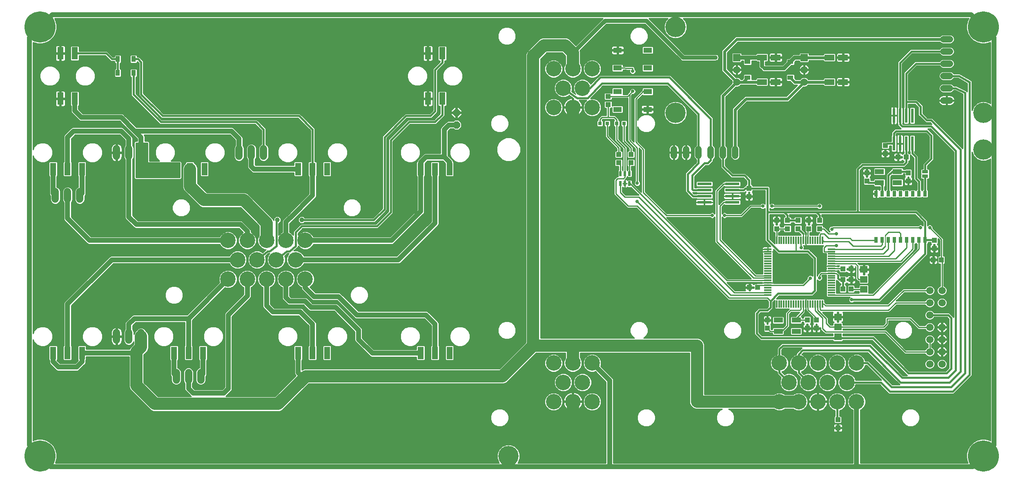
<source format=gtl>
G75*
G70*
%OFA0B0*%
%FSLAX24Y24*%
%IPPOS*%
%LPD*%
%AMOC8*
5,1,8,0,0,1.08239X$1,22.5*
%
%ADD10R,0.0300X0.0450*%
%ADD11R,0.0748X0.0433*%
%ADD12R,0.0394X0.0433*%
%ADD13R,0.0433X0.0394*%
%ADD14C,0.0594*%
%ADD15R,0.0118X0.0630*%
%ADD16R,0.0630X0.0118*%
%ADD17R,0.1181X0.0236*%
%ADD18R,0.0315X0.0315*%
%ADD19R,0.0197X0.0394*%
%ADD20R,0.0236X0.1181*%
%ADD21R,0.0500X0.0250*%
%ADD22C,0.2540*%
%ADD23R,0.0500X0.1000*%
%ADD24C,0.0600*%
%ADD25OC8,0.0600*%
%ADD26C,0.1266*%
%ADD27R,0.0787X0.0472*%
%ADD28R,0.0594X0.0594*%
%ADD29R,0.0480X0.0358*%
%ADD30R,0.0358X0.0480*%
%ADD31C,0.0520*%
%ADD32C,0.1660*%
%ADD33R,0.0709X0.0433*%
%ADD34R,0.0591X0.0551*%
%ADD35C,0.0100*%
%ADD36C,0.1000*%
%ADD37C,0.0290*%
%ADD38C,0.0240*%
%ADD39C,0.0160*%
%ADD40C,0.0080*%
%ADD41C,0.0400*%
%ADD42C,0.0320*%
%ADD43R,0.0290X0.0290*%
%ADD44C,0.0396*%
D10*
X071375Y021740D03*
X071875Y021740D03*
X072375Y021740D03*
X072875Y021740D03*
X073375Y021740D03*
X073875Y021740D03*
X074375Y021740D03*
X074875Y021740D03*
X075375Y021740D03*
X075375Y025510D03*
X074875Y025510D03*
X074375Y025510D03*
X073875Y025510D03*
X073375Y025510D03*
X072875Y025510D03*
X072375Y025510D03*
X071875Y025510D03*
X071375Y025510D03*
D11*
X071647Y026422D03*
X073103Y026422D03*
X073103Y027328D03*
X071647Y027328D03*
X064853Y015203D03*
X064853Y014297D03*
X063397Y014297D03*
X063397Y015203D03*
D12*
X062500Y015210D03*
X062500Y014540D03*
X065750Y014540D03*
X066500Y014540D03*
X066500Y015210D03*
X065750Y015210D03*
X068665Y017750D03*
X069335Y017750D03*
X076040Y020125D03*
X076710Y020125D03*
X076125Y021040D03*
X076125Y021710D03*
X074000Y026540D03*
X074000Y027210D03*
X070625Y027210D03*
X070625Y026540D03*
X065875Y023335D03*
X065875Y022665D03*
X063250Y022665D03*
X063250Y023335D03*
X061000Y025290D03*
X061000Y025960D03*
D13*
X064125Y023335D03*
X065000Y023335D03*
X065000Y022665D03*
X064125Y022665D03*
X066750Y022665D03*
X066750Y023335D03*
X068665Y019375D03*
X069335Y019375D03*
X069335Y018500D03*
X068665Y018500D03*
X061710Y017875D03*
X061040Y017875D03*
X051375Y028040D03*
X050375Y028040D03*
X050375Y028710D03*
X051375Y028710D03*
X049500Y032790D03*
X049500Y033460D03*
X072125Y029460D03*
X072125Y028790D03*
X073165Y028500D03*
X073835Y028500D03*
X068250Y007085D03*
X068250Y006415D03*
D14*
X075750Y011625D03*
X076750Y011625D03*
X076750Y012625D03*
X075750Y012625D03*
X075750Y013625D03*
X076750Y013625D03*
X076750Y014625D03*
X075750Y014625D03*
X075750Y015625D03*
X075750Y016625D03*
X076750Y016625D03*
X076750Y017625D03*
X075750Y017625D03*
X065500Y034625D03*
X065500Y035625D03*
X060000Y035625D03*
X060000Y034625D03*
D15*
X063255Y021723D03*
X063452Y021723D03*
X063649Y021723D03*
X063845Y021723D03*
X064042Y021723D03*
X064239Y021723D03*
X064436Y021723D03*
X064633Y021723D03*
X064830Y021723D03*
X065027Y021723D03*
X065223Y021723D03*
X065420Y021723D03*
X065617Y021723D03*
X065814Y021723D03*
X066011Y021723D03*
X066208Y021723D03*
X066405Y021723D03*
X066601Y021723D03*
X066798Y021723D03*
X066995Y021723D03*
X066995Y016527D03*
X066798Y016527D03*
X066601Y016527D03*
X066405Y016527D03*
X066208Y016527D03*
X066011Y016527D03*
X065814Y016527D03*
X065617Y016527D03*
X065420Y016527D03*
X065223Y016527D03*
X065027Y016527D03*
X064830Y016527D03*
X064633Y016527D03*
X064436Y016527D03*
X064239Y016527D03*
X064042Y016527D03*
X063845Y016527D03*
X063649Y016527D03*
X063452Y016527D03*
X063255Y016527D03*
D16*
X062527Y017255D03*
X062527Y017452D03*
X062527Y017649D03*
X062527Y017845D03*
X062527Y018042D03*
X062527Y018239D03*
X062527Y018436D03*
X062527Y018633D03*
X062527Y018830D03*
X062527Y019027D03*
X062527Y019223D03*
X062527Y019420D03*
X062527Y019617D03*
X062527Y019814D03*
X062527Y020011D03*
X062527Y020208D03*
X062527Y020405D03*
X062527Y020601D03*
X062527Y020798D03*
X062527Y020995D03*
X067723Y020995D03*
X067723Y020798D03*
X067723Y020601D03*
X067723Y020405D03*
X067723Y020208D03*
X067723Y020011D03*
X067723Y019814D03*
X067723Y019617D03*
X067723Y019420D03*
X067723Y019223D03*
X067723Y019027D03*
X067723Y018830D03*
X067723Y018633D03*
X067723Y018436D03*
X067723Y018239D03*
X067723Y018042D03*
X067723Y017845D03*
X067723Y017649D03*
X067723Y017452D03*
X067723Y017255D03*
D17*
X059642Y024822D03*
X059642Y025322D03*
X059642Y025822D03*
X059642Y026322D03*
X057358Y026322D03*
X057358Y025822D03*
X057358Y025322D03*
X057358Y024822D03*
D18*
X050795Y031250D03*
X050205Y031250D03*
X049420Y031250D03*
X048830Y031250D03*
D19*
X050501Y027163D03*
X050875Y027163D03*
X051249Y027163D03*
X051249Y026337D03*
X050875Y026337D03*
X050501Y026337D03*
D20*
X072822Y029608D03*
X073322Y029608D03*
X073822Y029608D03*
X074322Y029608D03*
X074322Y031892D03*
X073822Y031892D03*
X073322Y031892D03*
X072822Y031892D03*
D21*
X075375Y027302D03*
X075375Y026948D03*
D22*
X080125Y039125D03*
X080125Y004125D03*
X003125Y004125D03*
X003125Y039125D03*
D23*
X004784Y036975D03*
X005966Y036975D03*
X005966Y033275D03*
X004784Y033275D03*
X004194Y027525D03*
X005375Y027525D03*
X006556Y027525D03*
X014194Y027525D03*
X015375Y027525D03*
X016556Y027525D03*
X024194Y027525D03*
X025375Y027525D03*
X026556Y027525D03*
X034194Y027525D03*
X035375Y027525D03*
X036556Y027525D03*
X035966Y033275D03*
X034784Y033275D03*
X034784Y036975D03*
X035966Y036975D03*
X036556Y012525D03*
X035375Y012525D03*
X034194Y012525D03*
X026556Y012525D03*
X025375Y012525D03*
X024194Y012525D03*
X016431Y012525D03*
X015250Y012525D03*
X014069Y012525D03*
X006556Y012525D03*
X005375Y012525D03*
X004194Y012525D03*
D24*
X009375Y013575D02*
X009375Y014175D01*
X010375Y014175D02*
X010375Y013575D01*
X011375Y013575D02*
X011375Y014175D01*
X014250Y010925D02*
X014250Y010325D01*
X015250Y010325D02*
X015250Y010925D01*
X016250Y010925D02*
X016250Y010325D01*
X006375Y025075D02*
X006375Y025675D01*
X005375Y025675D02*
X005375Y025075D01*
X004375Y025075D02*
X004375Y025675D01*
X009375Y028575D02*
X009375Y029175D01*
X010375Y029175D02*
X010375Y028575D01*
X011375Y028575D02*
X011375Y029175D01*
X019375Y029175D02*
X019375Y028575D01*
X020375Y028575D02*
X020375Y029175D01*
X021375Y029175D02*
X021375Y028575D01*
D25*
X037125Y031125D03*
X037125Y032125D03*
D26*
X045050Y032550D03*
X046625Y032550D03*
X048200Y032550D03*
X047412Y034125D03*
X045838Y034125D03*
X046625Y035700D03*
X048200Y035700D03*
X045050Y035700D03*
X024775Y021700D03*
X023200Y021700D03*
X021625Y021700D03*
X020050Y021700D03*
X018475Y021700D03*
X019263Y020125D03*
X020838Y020125D03*
X022412Y020125D03*
X023987Y020125D03*
X023200Y018550D03*
X024775Y018550D03*
X021625Y018550D03*
X020050Y018550D03*
X018475Y018550D03*
X045050Y011700D03*
X046625Y011700D03*
X048200Y011700D03*
X047412Y010125D03*
X045838Y010125D03*
X046625Y008550D03*
X048200Y008550D03*
X045050Y008550D03*
X063475Y008550D03*
X065050Y008550D03*
X066625Y008550D03*
X068200Y008550D03*
X069775Y008550D03*
X068987Y010125D03*
X067412Y010125D03*
X065838Y010125D03*
X064263Y010125D03*
X065050Y011700D03*
X063475Y011700D03*
X066625Y011700D03*
X068200Y011700D03*
X069775Y011700D03*
D27*
X068676Y034625D03*
X067574Y034625D03*
X067574Y036625D03*
X068676Y036625D03*
X063176Y036625D03*
X062074Y036625D03*
X062074Y034625D03*
X063176Y034625D03*
D28*
X065500Y036625D03*
X060000Y036625D03*
D29*
X060875Y036269D03*
X060875Y034981D03*
X064375Y034981D03*
X064375Y036269D03*
D30*
X010769Y036500D03*
X009481Y036500D03*
X009481Y035375D03*
X010769Y035375D03*
D31*
X054875Y029135D02*
X054875Y028615D01*
X055875Y028615D02*
X055875Y029135D01*
X056875Y029135D02*
X056875Y028615D01*
X057875Y028615D02*
X057875Y029135D01*
X058875Y029135D02*
X058875Y028615D01*
X059875Y028615D02*
X059875Y029135D01*
X076865Y033125D02*
X077385Y033125D01*
X077385Y034125D02*
X076865Y034125D01*
X076865Y035125D02*
X077385Y035125D01*
X077385Y036125D02*
X076865Y036125D01*
X076865Y037125D02*
X077385Y037125D01*
X077385Y038125D02*
X076865Y038125D01*
D32*
X080125Y039125D03*
X080125Y032125D03*
X080125Y029125D03*
X055000Y032125D03*
X055000Y039125D03*
X041375Y004125D03*
X080125Y004125D03*
D33*
X052720Y032397D03*
X050280Y032397D03*
X050280Y033853D03*
X052720Y033853D03*
X052720Y035772D03*
X050280Y035772D03*
X050280Y037228D03*
X052720Y037228D03*
D34*
X070375Y019336D03*
X070375Y018529D03*
X070375Y017721D03*
X068250Y015461D03*
X068250Y014654D03*
X068250Y013846D03*
D35*
X068200Y013796D01*
X068200Y013750D01*
X067845Y013940D02*
X067845Y014090D01*
X067184Y014090D01*
X067090Y014184D01*
X067090Y014184D01*
X066847Y014427D01*
X066847Y014304D01*
X066837Y014266D01*
X066817Y014232D01*
X066789Y014204D01*
X066755Y014184D01*
X066717Y014174D01*
X066548Y014174D01*
X066548Y014492D01*
X066452Y014492D01*
X066452Y014174D01*
X066283Y014174D01*
X066245Y014184D01*
X066211Y014204D01*
X066183Y014232D01*
X066163Y014266D01*
X066153Y014304D01*
X066153Y014492D01*
X066452Y014492D01*
X066452Y014589D01*
X066452Y014883D01*
X066548Y014883D01*
X066548Y014589D01*
X066452Y014589D01*
X066153Y014589D01*
X066153Y014777D01*
X066163Y014815D01*
X066183Y014849D01*
X066211Y014877D01*
X066244Y014896D01*
X066193Y014948D01*
X066193Y015456D01*
X065654Y015995D01*
X065654Y016062D01*
X065617Y016062D01*
X065617Y016527D01*
X065617Y016992D01*
X065538Y016992D01*
X065500Y016981D01*
X065466Y016962D01*
X065456Y016952D01*
X063220Y016952D01*
X063454Y017185D01*
X066204Y017185D01*
X066565Y017546D01*
X066565Y018476D01*
X066606Y018435D01*
X066699Y018397D01*
X066801Y018397D01*
X066894Y018435D01*
X066966Y018507D01*
X067005Y018601D01*
X067005Y018702D01*
X066966Y018796D01*
X066932Y018830D01*
X066968Y018867D01*
X067298Y018867D01*
X067298Y017150D01*
X067363Y017086D01*
X068084Y017086D01*
X068093Y017095D01*
X069240Y017095D01*
X069231Y017091D01*
X069159Y017019D01*
X069120Y016926D01*
X069120Y016824D01*
X069159Y016731D01*
X069231Y016659D01*
X069324Y016620D01*
X069426Y016620D01*
X069519Y016659D01*
X069546Y016685D01*
X071704Y016685D01*
X071815Y016796D01*
X075565Y020546D01*
X075565Y021405D01*
X075571Y021405D01*
X075635Y021469D01*
X075635Y021550D01*
X075818Y021550D01*
X075818Y021448D01*
X075869Y021396D01*
X075836Y021377D01*
X075808Y021349D01*
X075788Y021315D01*
X075778Y021277D01*
X075778Y021089D01*
X076077Y021089D01*
X076077Y021383D01*
X076173Y021383D01*
X076173Y021089D01*
X076077Y021089D01*
X076077Y020992D01*
X076173Y020992D01*
X076173Y020674D01*
X076342Y020674D01*
X076380Y020684D01*
X076414Y020704D01*
X076442Y020732D01*
X076462Y020766D01*
X076472Y020804D01*
X076472Y020992D01*
X076173Y020992D01*
X076173Y021089D01*
X076472Y021089D01*
X076472Y021277D01*
X076462Y021315D01*
X076442Y021349D01*
X076414Y021377D01*
X076381Y021396D01*
X076432Y021448D01*
X076432Y021842D01*
X076550Y021724D01*
X076550Y020452D01*
X076467Y020452D01*
X076403Y020387D01*
X076403Y019863D01*
X076467Y019798D01*
X076590Y019798D01*
X076590Y017999D01*
X076520Y017970D01*
X076405Y017855D01*
X076343Y017706D01*
X076343Y017544D01*
X076405Y017395D01*
X076520Y017280D01*
X076669Y017218D01*
X076831Y017218D01*
X076980Y017280D01*
X077095Y017395D01*
X077157Y017544D01*
X077157Y017706D01*
X077095Y017855D01*
X076980Y017970D01*
X076910Y017999D01*
X076910Y019798D01*
X076952Y019798D01*
X077016Y019863D01*
X077685Y019863D01*
X077685Y019961D02*
X077016Y019961D01*
X077016Y019863D02*
X077016Y020387D01*
X076952Y020452D01*
X076870Y020452D01*
X076870Y021857D01*
X076005Y022721D01*
X076005Y022801D01*
X075966Y022894D01*
X075894Y022966D01*
X075801Y023005D01*
X075699Y023005D01*
X075606Y022966D01*
X075565Y022926D01*
X075565Y023329D01*
X074815Y024079D01*
X074704Y024190D01*
X070065Y024190D01*
X070065Y027421D01*
X070329Y027685D01*
X073704Y027685D01*
X073815Y027796D01*
X074025Y028006D01*
X074025Y028193D01*
X074097Y028193D01*
X074161Y028258D01*
X074161Y028695D01*
X074435Y028421D01*
X074435Y026671D01*
X074685Y026421D01*
X074685Y025845D01*
X074679Y025845D01*
X074625Y025791D01*
X074571Y025845D01*
X074179Y025845D01*
X074125Y025791D01*
X074071Y025845D01*
X073679Y025845D01*
X073625Y025791D01*
X073571Y025845D01*
X073179Y025845D01*
X073125Y025791D01*
X073071Y025845D01*
X072679Y025845D01*
X072625Y025791D01*
X072571Y025845D01*
X072565Y025845D01*
X072565Y026921D01*
X072664Y027021D01*
X072684Y027001D01*
X073523Y027001D01*
X073587Y027066D01*
X073587Y027138D01*
X073693Y027138D01*
X073693Y026948D01*
X073744Y026896D01*
X073711Y026877D01*
X073683Y026849D01*
X073663Y026815D01*
X073653Y026777D01*
X073653Y026589D01*
X073952Y026589D01*
X073952Y026883D01*
X074048Y026883D01*
X074048Y026589D01*
X073952Y026589D01*
X073952Y026492D01*
X074048Y026492D01*
X074048Y026174D01*
X074217Y026174D01*
X074255Y026184D01*
X074289Y026204D01*
X074317Y026232D01*
X074337Y026266D01*
X074347Y026304D01*
X074347Y026492D01*
X074048Y026492D01*
X074048Y026589D01*
X074347Y026589D01*
X074347Y026777D01*
X074337Y026815D01*
X074317Y026849D01*
X074289Y026877D01*
X074256Y026896D01*
X074307Y026948D01*
X074307Y027472D01*
X074242Y027536D01*
X073758Y027536D01*
X073739Y027518D01*
X073587Y027518D01*
X073587Y027590D01*
X073523Y027654D01*
X072684Y027654D01*
X072619Y027590D01*
X072619Y027513D01*
X072513Y027406D01*
X072185Y027079D01*
X072185Y025845D01*
X072179Y025845D01*
X072125Y025791D01*
X072071Y025845D01*
X072065Y025845D01*
X072065Y026096D01*
X072066Y026096D01*
X072131Y026160D01*
X072131Y026684D01*
X072066Y026749D01*
X071227Y026749D01*
X071163Y026684D01*
X071163Y026612D01*
X070932Y026612D01*
X070932Y026802D01*
X070881Y026854D01*
X070914Y026873D01*
X070942Y026901D01*
X070962Y026935D01*
X070972Y026973D01*
X070972Y027161D01*
X070673Y027161D01*
X070673Y026867D01*
X070577Y026867D01*
X070577Y027161D01*
X070673Y027161D01*
X070673Y027258D01*
X070577Y027258D01*
X070577Y027576D01*
X070408Y027576D01*
X070370Y027566D01*
X070336Y027546D01*
X070308Y027518D01*
X070288Y027484D01*
X070278Y027446D01*
X070278Y027258D01*
X070577Y027258D01*
X070577Y027161D01*
X070278Y027161D01*
X070278Y026973D01*
X070288Y026935D01*
X070308Y026901D01*
X070336Y026873D01*
X070369Y026854D01*
X070318Y026802D01*
X070318Y026278D01*
X070383Y026214D01*
X070867Y026214D01*
X070886Y026232D01*
X071163Y026232D01*
X071163Y026160D01*
X071227Y026096D01*
X071685Y026096D01*
X071685Y025845D01*
X071679Y025845D01*
X071651Y025817D01*
X071645Y025827D01*
X071617Y025855D01*
X071583Y025875D01*
X071545Y025885D01*
X071400Y025885D01*
X071400Y025535D01*
X071350Y025535D01*
X071350Y025885D01*
X071205Y025885D01*
X071167Y025875D01*
X071133Y025855D01*
X071105Y025827D01*
X071085Y025793D01*
X071075Y025755D01*
X071075Y025535D01*
X071350Y025535D01*
X071350Y025485D01*
X071400Y025485D01*
X071400Y025135D01*
X071545Y025135D01*
X071583Y025145D01*
X071617Y025165D01*
X071645Y025193D01*
X071651Y025203D01*
X071679Y025175D01*
X072071Y025175D01*
X072125Y025229D01*
X072179Y025175D01*
X072571Y025175D01*
X072625Y025229D01*
X072679Y025175D01*
X073071Y025175D01*
X073125Y025229D01*
X073179Y025175D01*
X073571Y025175D01*
X073625Y025229D01*
X073679Y025175D01*
X074071Y025175D01*
X074125Y025229D01*
X074179Y025175D01*
X074571Y025175D01*
X074625Y025229D01*
X074679Y025175D01*
X075071Y025175D01*
X075125Y025229D01*
X075179Y025175D01*
X075571Y025175D01*
X075635Y025239D01*
X075635Y025781D01*
X075571Y025845D01*
X075565Y025845D01*
X075565Y026713D01*
X075671Y026713D01*
X075735Y026777D01*
X075735Y027118D01*
X075728Y027125D01*
X075735Y027132D01*
X075735Y027473D01*
X075671Y027537D01*
X075565Y027537D01*
X075565Y027796D01*
X076065Y028296D01*
X076065Y030329D01*
X075954Y030440D01*
X075584Y030810D01*
X075796Y030810D01*
X077685Y028921D01*
X077685Y015459D01*
X077329Y015815D01*
X076112Y015815D01*
X076095Y015855D01*
X075980Y015970D01*
X075831Y016032D01*
X075669Y016032D01*
X075520Y015970D01*
X075405Y015855D01*
X075343Y015706D01*
X075343Y015544D01*
X075405Y015395D01*
X075520Y015280D01*
X075669Y015218D01*
X075831Y015218D01*
X075980Y015280D01*
X076095Y015395D01*
X076112Y015435D01*
X077171Y015435D01*
X077310Y015296D01*
X077310Y011329D01*
X077046Y011065D01*
X074079Y011065D01*
X071204Y013940D01*
X068655Y013940D01*
X068655Y014090D01*
X072059Y014090D01*
X073590Y012559D01*
X073684Y012465D01*
X075376Y012465D01*
X075405Y012395D01*
X075520Y012280D01*
X075669Y012218D01*
X075831Y012218D01*
X075980Y012280D01*
X076095Y012395D01*
X076157Y012544D01*
X076157Y012706D01*
X076095Y012855D01*
X075980Y012970D01*
X075910Y012999D01*
X075910Y013251D01*
X075980Y013280D01*
X076095Y013395D01*
X076157Y013544D01*
X076157Y013706D01*
X076095Y013855D01*
X075980Y013970D01*
X075831Y014032D01*
X075669Y014032D01*
X075520Y013970D01*
X075405Y013855D01*
X075343Y013706D01*
X075343Y013544D01*
X075405Y013395D01*
X075520Y013280D01*
X075590Y013251D01*
X075590Y012999D01*
X075520Y012970D01*
X075405Y012855D01*
X075376Y012785D01*
X073816Y012785D01*
X072191Y014410D01*
X068655Y014410D01*
X068655Y014494D01*
X072054Y014494D01*
X072410Y014849D01*
X072410Y015163D01*
X074111Y015163D01*
X074809Y014465D01*
X075376Y014465D01*
X075405Y014395D01*
X075520Y014280D01*
X075669Y014218D01*
X075831Y014218D01*
X075980Y014280D01*
X076095Y014395D01*
X076157Y014544D01*
X076157Y014706D01*
X076095Y014855D01*
X075980Y014970D01*
X075831Y015032D01*
X075669Y015032D01*
X075520Y014970D01*
X075405Y014855D01*
X075376Y014785D01*
X074941Y014785D01*
X074337Y015389D01*
X074243Y015483D01*
X072184Y015483D01*
X072090Y015389D01*
X072090Y014982D01*
X071922Y014814D01*
X068655Y014814D01*
X068655Y014975D01*
X068591Y015039D01*
X068580Y015039D01*
X068603Y015045D01*
X068637Y015065D01*
X068665Y015093D01*
X068685Y015127D01*
X068695Y015165D01*
X068695Y015411D01*
X068300Y015411D01*
X068300Y015511D01*
X068300Y015840D01*
X068200Y015840D01*
X068200Y015511D01*
X068300Y015511D01*
X068695Y015511D01*
X068695Y015756D01*
X068685Y015794D01*
X068665Y015828D01*
X068654Y015840D01*
X072441Y015840D01*
X073066Y016465D01*
X075376Y016465D01*
X075405Y016395D01*
X075520Y016280D01*
X075669Y016218D01*
X075831Y016218D01*
X075980Y016280D01*
X076095Y016395D01*
X076157Y016544D01*
X076157Y016706D01*
X076095Y016855D01*
X075980Y016970D01*
X075831Y017032D01*
X075669Y017032D01*
X075520Y016970D01*
X075405Y016855D01*
X075376Y016785D01*
X073011Y016785D01*
X073691Y017465D01*
X075376Y017465D01*
X075405Y017395D01*
X075520Y017280D01*
X075669Y017218D01*
X075831Y017218D01*
X075980Y017280D01*
X076095Y017395D01*
X076157Y017544D01*
X076157Y017706D01*
X076095Y017855D01*
X075980Y017970D01*
X075831Y018032D01*
X075669Y018032D01*
X075520Y017970D01*
X075405Y017855D01*
X075376Y017785D01*
X073559Y017785D01*
X073465Y017691D01*
X072309Y016535D01*
X067316Y016535D01*
X067165Y016687D01*
X067164Y016687D01*
X067164Y016887D01*
X067100Y016952D01*
X065778Y016952D01*
X065768Y016962D01*
X065734Y016981D01*
X065696Y016992D01*
X065617Y016992D01*
X065617Y016527D01*
X065617Y016527D01*
X065617Y016527D01*
X065589Y016527D01*
X065589Y016527D01*
X065617Y016527D01*
X065645Y016527D01*
X065645Y016527D01*
X065617Y016527D01*
X065617Y016527D01*
X065617Y016527D01*
X065617Y016062D01*
X065580Y016062D01*
X065580Y015854D01*
X065256Y015529D01*
X065273Y015529D01*
X065337Y015465D01*
X065337Y015370D01*
X065443Y015370D01*
X065443Y015472D01*
X065508Y015536D01*
X065992Y015536D01*
X066057Y015472D01*
X066057Y014948D01*
X066006Y014896D01*
X066039Y014877D01*
X066067Y014849D01*
X066087Y014815D01*
X066097Y014777D01*
X066097Y014589D01*
X065798Y014589D01*
X065702Y014589D01*
X065702Y014883D01*
X065798Y014883D01*
X065798Y014589D01*
X065798Y014492D01*
X065798Y014174D01*
X065967Y014174D01*
X066005Y014184D01*
X066039Y014204D01*
X066067Y014232D01*
X066087Y014266D01*
X066097Y014304D01*
X066097Y014492D01*
X065798Y014492D01*
X065702Y014492D01*
X065702Y014174D01*
X065533Y014174D01*
X065495Y014184D01*
X065461Y014204D01*
X065433Y014232D01*
X065413Y014266D01*
X065403Y014304D01*
X065403Y014492D01*
X065702Y014492D01*
X065702Y014589D01*
X065403Y014589D01*
X065403Y014777D01*
X065413Y014815D01*
X065433Y014849D01*
X065461Y014877D01*
X065494Y014896D01*
X065443Y014948D01*
X065443Y015050D01*
X065337Y015050D01*
X065337Y014941D01*
X065273Y014876D01*
X064434Y014876D01*
X064369Y014941D01*
X064369Y015465D01*
X064434Y015529D01*
X064803Y015529D01*
X065114Y015840D01*
X064441Y015840D01*
X064285Y015684D01*
X064285Y014684D01*
X064191Y014590D01*
X063881Y014279D01*
X063881Y014035D01*
X063816Y013971D01*
X062977Y013971D01*
X062913Y014035D01*
X062913Y014137D01*
X062677Y014137D01*
X062600Y014214D01*
X062258Y014214D01*
X062193Y014278D01*
X062193Y014802D01*
X062244Y014854D01*
X062211Y014873D01*
X062183Y014901D01*
X062163Y014935D01*
X062153Y014973D01*
X062153Y015161D01*
X062452Y015161D01*
X062548Y015161D01*
X062548Y014867D01*
X062452Y014867D01*
X062452Y015161D01*
X062452Y015258D01*
X062452Y015576D01*
X062283Y015576D01*
X062245Y015566D01*
X062211Y015546D01*
X062183Y015518D01*
X062163Y015484D01*
X062153Y015446D01*
X062153Y015258D01*
X062452Y015258D01*
X062548Y015258D01*
X062548Y015576D01*
X062717Y015576D01*
X062755Y015566D01*
X062789Y015546D01*
X062817Y015518D01*
X062837Y015484D01*
X062847Y015446D01*
X062847Y015258D01*
X062548Y015258D01*
X062548Y015161D01*
X062847Y015161D01*
X062847Y014973D01*
X062837Y014935D01*
X062817Y014901D01*
X062789Y014873D01*
X062756Y014854D01*
X062807Y014802D01*
X062807Y014460D01*
X062809Y014457D01*
X062913Y014457D01*
X062913Y014559D01*
X062977Y014624D01*
X063773Y014624D01*
X063965Y014816D01*
X063965Y015816D01*
X064215Y016066D01*
X064250Y016102D01*
X063150Y016102D01*
X063086Y016166D01*
X063086Y016817D01*
X062940Y016671D01*
X062940Y016171D01*
X062690Y015921D01*
X062579Y015810D01*
X061954Y015810D01*
X061815Y015671D01*
X061815Y014204D01*
X062079Y013940D01*
X067845Y013940D01*
X067845Y013953D02*
X062066Y013953D01*
X061968Y014051D02*
X062913Y014051D01*
X062665Y014150D02*
X061869Y014150D01*
X061815Y014248D02*
X062223Y014248D01*
X062193Y014347D02*
X061815Y014347D01*
X061815Y014445D02*
X062193Y014445D01*
X062193Y014544D02*
X061815Y014544D01*
X061815Y014642D02*
X062193Y014642D01*
X062193Y014741D02*
X061815Y014741D01*
X061815Y014839D02*
X062230Y014839D01*
X062163Y014938D02*
X061815Y014938D01*
X061815Y015036D02*
X062153Y015036D01*
X062153Y015135D02*
X061815Y015135D01*
X061815Y015233D02*
X062452Y015233D01*
X062548Y015233D02*
X062913Y015233D01*
X062913Y015135D02*
X062847Y015135D01*
X062847Y015036D02*
X062913Y015036D01*
X062913Y014941D02*
X062977Y014876D01*
X063816Y014876D01*
X063881Y014941D01*
X063881Y015465D01*
X063816Y015529D01*
X062977Y015529D01*
X062913Y015465D01*
X062913Y014941D01*
X062916Y014938D02*
X062837Y014938D01*
X062770Y014839D02*
X063965Y014839D01*
X063965Y014938D02*
X063878Y014938D01*
X063881Y015036D02*
X063965Y015036D01*
X063965Y015135D02*
X063881Y015135D01*
X063881Y015233D02*
X063965Y015233D01*
X063965Y015332D02*
X063881Y015332D01*
X063881Y015430D02*
X063965Y015430D01*
X063965Y015529D02*
X063817Y015529D01*
X063965Y015627D02*
X061815Y015627D01*
X061815Y015529D02*
X062193Y015529D01*
X062153Y015430D02*
X061815Y015430D01*
X061815Y015332D02*
X062153Y015332D01*
X062452Y015332D02*
X062548Y015332D01*
X062548Y015430D02*
X062452Y015430D01*
X062452Y015529D02*
X062548Y015529D01*
X062807Y015529D02*
X062976Y015529D01*
X062913Y015430D02*
X062847Y015430D01*
X062847Y015332D02*
X062913Y015332D01*
X062548Y015135D02*
X062452Y015135D01*
X062452Y015036D02*
X062548Y015036D01*
X062548Y014938D02*
X062452Y014938D01*
X062500Y014540D02*
X062743Y014297D01*
X063397Y014297D01*
X063672Y014297D01*
X064125Y014750D01*
X064125Y015750D01*
X064375Y016000D01*
X065125Y016000D01*
X065223Y016098D01*
X065223Y016527D01*
X065420Y016527D02*
X065420Y015920D01*
X064853Y015353D01*
X064853Y015203D01*
X064860Y015210D01*
X065750Y015210D01*
X066057Y015233D02*
X066193Y015233D01*
X066193Y015135D02*
X066057Y015135D01*
X066057Y015036D02*
X066193Y015036D01*
X066203Y014938D02*
X066047Y014938D01*
X066073Y014839D02*
X066177Y014839D01*
X066153Y014741D02*
X066097Y014741D01*
X066097Y014642D02*
X066153Y014642D01*
X066153Y014445D02*
X066097Y014445D01*
X066097Y014347D02*
X066153Y014347D01*
X066174Y014248D02*
X066076Y014248D01*
X065798Y014248D02*
X065702Y014248D01*
X065702Y014347D02*
X065798Y014347D01*
X065798Y014445D02*
X065702Y014445D01*
X065702Y014544D02*
X065337Y014544D01*
X065337Y014559D02*
X065273Y014624D01*
X064434Y014624D01*
X064369Y014559D01*
X064369Y014035D01*
X064434Y013971D01*
X065273Y013971D01*
X065337Y014035D01*
X065337Y014559D01*
X065403Y014642D02*
X064243Y014642D01*
X064285Y014741D02*
X065403Y014741D01*
X065427Y014839D02*
X064285Y014839D01*
X064285Y014938D02*
X064372Y014938D01*
X064369Y015036D02*
X064285Y015036D01*
X064285Y015135D02*
X064369Y015135D01*
X064369Y015233D02*
X064285Y015233D01*
X064285Y015332D02*
X064369Y015332D01*
X064369Y015430D02*
X064285Y015430D01*
X064285Y015529D02*
X064433Y015529D01*
X064285Y015627D02*
X064901Y015627D01*
X064999Y015726D02*
X064327Y015726D01*
X064425Y015824D02*
X065098Y015824D01*
X065353Y015627D02*
X066022Y015627D01*
X066000Y015529D02*
X066120Y015529D01*
X066057Y015430D02*
X066193Y015430D01*
X066193Y015332D02*
X066057Y015332D01*
X065923Y015726D02*
X065452Y015726D01*
X065550Y015824D02*
X065825Y015824D01*
X065726Y015923D02*
X065580Y015923D01*
X065580Y016021D02*
X065654Y016021D01*
X065617Y016120D02*
X065617Y016120D01*
X065617Y016218D02*
X065617Y016218D01*
X065617Y016317D02*
X065617Y016317D01*
X065617Y016415D02*
X065617Y016415D01*
X065617Y016514D02*
X065617Y016514D01*
X065617Y016612D02*
X065617Y016612D01*
X065617Y016711D02*
X065617Y016711D01*
X065617Y016809D02*
X065617Y016809D01*
X065617Y016908D02*
X065617Y016908D01*
X065814Y016527D02*
X065814Y016061D01*
X066625Y015250D01*
X066500Y015210D01*
X066452Y014839D02*
X066548Y014839D01*
X066548Y014741D02*
X066452Y014741D01*
X066452Y014642D02*
X066548Y014642D01*
X066548Y014589D02*
X066840Y014589D01*
X066840Y014492D01*
X066548Y014492D01*
X066548Y014589D01*
X066548Y014544D02*
X066840Y014544D01*
X067000Y014500D02*
X067250Y014250D01*
X072125Y014250D01*
X073750Y012625D01*
X075750Y012625D01*
X075750Y013625D01*
X076122Y013460D02*
X076334Y013460D01*
X076336Y013453D02*
X076314Y013520D01*
X076305Y013577D01*
X076702Y013577D01*
X076702Y013673D01*
X076305Y013673D01*
X076314Y013730D01*
X076336Y013797D01*
X076368Y013859D01*
X076409Y013916D01*
X076459Y013966D01*
X076516Y014007D01*
X076578Y014039D01*
X076645Y014061D01*
X076702Y014070D01*
X076702Y013673D01*
X076798Y013673D01*
X076798Y014070D01*
X076855Y014061D01*
X076922Y014039D01*
X076984Y014007D01*
X077041Y013966D01*
X077091Y013916D01*
X077132Y013859D01*
X077164Y013797D01*
X077186Y013730D01*
X077195Y013673D01*
X076798Y013673D01*
X076798Y013577D01*
X077195Y013577D01*
X077186Y013520D01*
X077164Y013453D01*
X077132Y013391D01*
X077091Y013334D01*
X077041Y013284D01*
X076984Y013243D01*
X076922Y013211D01*
X076855Y013189D01*
X076798Y013180D01*
X076798Y013577D01*
X076702Y013577D01*
X076702Y013180D01*
X076645Y013189D01*
X076578Y013211D01*
X076516Y013243D01*
X076459Y013284D01*
X076409Y013334D01*
X076368Y013391D01*
X076336Y013453D01*
X076389Y013362D02*
X076062Y013362D01*
X075939Y013263D02*
X076488Y013263D01*
X076702Y013263D02*
X076798Y013263D01*
X076798Y013362D02*
X076702Y013362D01*
X076702Y013460D02*
X076798Y013460D01*
X076798Y013559D02*
X076702Y013559D01*
X076702Y013657D02*
X076157Y013657D01*
X076157Y013559D02*
X076308Y013559D01*
X076323Y013756D02*
X076136Y013756D01*
X076096Y013854D02*
X076365Y013854D01*
X076446Y013953D02*
X075998Y013953D01*
X075903Y014248D02*
X076509Y014248D01*
X076516Y014243D02*
X076578Y014211D01*
X076645Y014189D01*
X076702Y014180D01*
X076702Y014577D01*
X076305Y014577D01*
X076314Y014520D01*
X076336Y014453D01*
X076368Y014391D01*
X076409Y014334D01*
X076459Y014284D01*
X076516Y014243D01*
X076400Y014347D02*
X076047Y014347D01*
X076116Y014445D02*
X076340Y014445D01*
X076310Y014544D02*
X076157Y014544D01*
X076157Y014642D02*
X076702Y014642D01*
X076702Y014673D02*
X076702Y014577D01*
X076798Y014577D01*
X076798Y014673D01*
X076702Y014673D01*
X076305Y014673D01*
X076314Y014730D01*
X076336Y014797D01*
X076368Y014859D01*
X076409Y014916D01*
X076459Y014966D01*
X076516Y015007D01*
X076578Y015039D01*
X076645Y015061D01*
X076702Y015070D01*
X076702Y014673D01*
X076702Y014741D02*
X076798Y014741D01*
X076798Y014673D02*
X076798Y015070D01*
X076855Y015061D01*
X076922Y015039D01*
X076984Y015007D01*
X077041Y014966D01*
X077091Y014916D01*
X077132Y014859D01*
X077164Y014797D01*
X077186Y014730D01*
X077195Y014673D01*
X076798Y014673D01*
X076798Y014642D02*
X077310Y014642D01*
X077310Y014544D02*
X077190Y014544D01*
X077186Y014520D02*
X077195Y014577D01*
X076798Y014577D01*
X076798Y014180D01*
X076855Y014189D01*
X076922Y014211D01*
X076984Y014243D01*
X077041Y014284D01*
X077091Y014334D01*
X077132Y014391D01*
X077164Y014453D01*
X077186Y014520D01*
X077160Y014445D02*
X077310Y014445D01*
X077310Y014347D02*
X077100Y014347D01*
X076991Y014248D02*
X077310Y014248D01*
X077310Y014150D02*
X074304Y014150D01*
X074337Y014229D02*
X074224Y013956D01*
X074015Y013746D01*
X073741Y013633D01*
X073446Y013633D01*
X073172Y013746D01*
X072963Y013956D01*
X072850Y014229D01*
X072850Y014525D01*
X072963Y014798D01*
X073172Y015007D01*
X073446Y015121D01*
X073741Y015121D01*
X074015Y015007D01*
X074224Y014798D01*
X074337Y014525D01*
X074337Y014229D01*
X074337Y014248D02*
X075597Y014248D01*
X075453Y014347D02*
X074337Y014347D01*
X074337Y014445D02*
X075384Y014445D01*
X075398Y014839D02*
X074887Y014839D01*
X074789Y014938D02*
X075487Y014938D01*
X075633Y015233D02*
X074493Y015233D01*
X074395Y015332D02*
X075468Y015332D01*
X075390Y015430D02*
X074296Y015430D01*
X074177Y015323D02*
X072250Y015323D01*
X072250Y014915D01*
X071988Y014654D01*
X068250Y014654D01*
X067596Y014654D01*
X067302Y014948D01*
X067302Y015323D01*
X066601Y016024D01*
X066601Y016527D01*
X066405Y016527D02*
X066405Y015970D01*
X067000Y015375D01*
X067000Y014500D01*
X066927Y014347D02*
X066847Y014347D01*
X066826Y014248D02*
X067026Y014248D01*
X067124Y014150D02*
X065337Y014150D01*
X065337Y014248D02*
X065424Y014248D01*
X065403Y014347D02*
X065337Y014347D01*
X065337Y014445D02*
X065403Y014445D01*
X065702Y014642D02*
X065798Y014642D01*
X065798Y014544D02*
X066452Y014544D01*
X066452Y014445D02*
X066548Y014445D01*
X066548Y014347D02*
X066452Y014347D01*
X066452Y014248D02*
X066548Y014248D01*
X065337Y014051D02*
X067845Y014051D01*
X067845Y013560D02*
X067845Y013525D01*
X067909Y013461D01*
X068591Y013461D01*
X068655Y013525D01*
X068655Y013560D01*
X071046Y013560D01*
X073810Y010796D01*
X073916Y010690D01*
X073579Y010690D01*
X070954Y013315D01*
X063671Y013315D01*
X063560Y013204D01*
X063285Y012929D01*
X063285Y012425D01*
X063054Y012330D01*
X062845Y012121D01*
X062732Y011848D01*
X062732Y011552D01*
X062845Y011279D01*
X063054Y011070D01*
X063285Y010974D01*
X063285Y010834D01*
X063615Y010504D01*
X063520Y010273D01*
X063520Y009977D01*
X063633Y009704D01*
X063842Y009495D01*
X064115Y009382D01*
X064411Y009382D01*
X064684Y009495D01*
X064893Y009704D01*
X065006Y009977D01*
X065006Y010273D01*
X064893Y010546D01*
X064684Y010755D01*
X064411Y010868D01*
X064115Y010868D01*
X063884Y010772D01*
X063677Y010979D01*
X063896Y011070D01*
X064105Y011279D01*
X064218Y011552D01*
X064218Y011848D01*
X064105Y012121D01*
X063896Y012330D01*
X063665Y012425D01*
X063665Y012772D01*
X063829Y012935D01*
X065291Y012935D01*
X065185Y012829D01*
X064860Y012504D01*
X064860Y012425D01*
X064629Y012330D01*
X064420Y012121D01*
X064307Y011848D01*
X064307Y011552D01*
X064420Y011279D01*
X064629Y011070D01*
X064860Y010974D01*
X064860Y010834D01*
X065190Y010504D01*
X065095Y010273D01*
X065095Y009977D01*
X065208Y009704D01*
X065417Y009495D01*
X065690Y009382D01*
X065985Y009382D01*
X066259Y009495D01*
X066468Y009704D01*
X066581Y009977D01*
X066581Y010273D01*
X066468Y010546D01*
X066259Y010755D01*
X065985Y010868D01*
X065690Y010868D01*
X065459Y010772D01*
X065252Y010979D01*
X065471Y011070D01*
X065680Y011279D01*
X065793Y011552D01*
X065793Y011848D01*
X065680Y012121D01*
X065471Y012330D01*
X065296Y012402D01*
X065454Y012560D01*
X070671Y012560D01*
X073291Y009940D01*
X072704Y009940D01*
X070754Y011890D01*
X070500Y011890D01*
X070405Y012121D01*
X070196Y012330D01*
X069922Y012443D01*
X069627Y012443D01*
X069354Y012330D01*
X069145Y012121D01*
X069032Y011848D01*
X069032Y011552D01*
X069145Y011279D01*
X069354Y011070D01*
X069627Y010957D01*
X069922Y010957D01*
X070196Y011070D01*
X070405Y011279D01*
X070500Y011510D01*
X070596Y011510D01*
X071791Y010315D01*
X069713Y010315D01*
X069617Y010546D01*
X069408Y010755D01*
X069135Y010868D01*
X068839Y010868D01*
X068566Y010755D01*
X068357Y010546D01*
X068244Y010273D01*
X068244Y009977D01*
X068357Y009704D01*
X068566Y009495D01*
X068839Y009382D01*
X069135Y009382D01*
X069408Y009495D01*
X069617Y009704D01*
X069713Y009935D01*
X071671Y009935D01*
X072310Y009296D01*
X072421Y009185D01*
X077704Y009185D01*
X077815Y009296D01*
X077815Y009296D01*
X079190Y010671D01*
X079190Y028926D01*
X079328Y028593D01*
X079593Y028328D01*
X079938Y028185D01*
X080312Y028185D01*
X080657Y028328D01*
X080690Y028361D01*
X080690Y005392D01*
X080658Y005411D01*
X080307Y005505D01*
X079943Y005505D01*
X079592Y005411D01*
X079278Y005229D01*
X079021Y004972D01*
X078839Y004658D01*
X078745Y004307D01*
X078745Y003943D01*
X078839Y003592D01*
X078858Y003560D01*
X070085Y003560D01*
X070085Y007874D01*
X070196Y007920D01*
X070405Y008129D01*
X070518Y008402D01*
X070518Y008698D01*
X070405Y008971D01*
X070196Y009180D01*
X069922Y009293D01*
X069627Y009293D01*
X069354Y009180D01*
X069145Y008971D01*
X069032Y008698D01*
X069032Y008402D01*
X069145Y008129D01*
X069354Y007920D01*
X069465Y007874D01*
X069465Y003560D01*
X049935Y003560D01*
X049935Y010336D01*
X049888Y010450D01*
X049801Y010537D01*
X048897Y011441D01*
X048943Y011552D01*
X048943Y011848D01*
X048830Y012121D01*
X048621Y012330D01*
X048348Y012443D01*
X048052Y012443D01*
X047779Y012330D01*
X047570Y012121D01*
X047457Y011848D01*
X047457Y011552D01*
X047570Y011279D01*
X047779Y011070D01*
X048052Y010957D01*
X048348Y010957D01*
X048459Y011003D01*
X049315Y010146D01*
X049315Y003560D01*
X042139Y003560D01*
X042172Y003593D01*
X042315Y003938D01*
X042315Y004312D01*
X042172Y004657D01*
X041907Y004922D01*
X041562Y005065D01*
X041188Y005065D01*
X040843Y004922D01*
X040578Y004657D01*
X040435Y004312D01*
X040435Y003938D01*
X040578Y003593D01*
X040611Y003560D01*
X004392Y003560D01*
X004411Y003592D01*
X004505Y003943D01*
X004505Y004307D01*
X004411Y004658D01*
X004229Y004972D01*
X003972Y005229D01*
X003658Y005411D01*
X003307Y005505D01*
X002943Y005505D01*
X002592Y005411D01*
X002560Y005392D01*
X002560Y013622D01*
X002649Y013408D01*
X002880Y013176D01*
X003183Y013051D01*
X003511Y013051D01*
X003814Y013176D01*
X004046Y013408D01*
X004172Y013711D01*
X004172Y014039D01*
X004046Y014342D01*
X003814Y014574D01*
X003511Y014699D01*
X003183Y014699D01*
X002880Y014574D01*
X002649Y014342D01*
X002560Y014128D01*
X002560Y028622D01*
X002649Y028408D01*
X002880Y028176D01*
X003183Y028051D01*
X003511Y028051D01*
X003814Y028176D01*
X004046Y028408D01*
X004172Y028711D01*
X004172Y029039D01*
X004046Y029342D01*
X003814Y029574D01*
X003511Y029699D01*
X003183Y029699D01*
X002880Y029574D01*
X002649Y029342D01*
X002560Y029128D01*
X002560Y037858D01*
X002592Y037839D01*
X002943Y037745D01*
X003307Y037745D01*
X003658Y037839D01*
X003972Y038021D01*
X004229Y038278D01*
X004411Y038592D01*
X004505Y038943D01*
X004505Y039307D01*
X004411Y039658D01*
X004320Y039815D01*
X049058Y039815D01*
X049021Y039778D01*
X046865Y037622D01*
X046346Y038142D01*
X046121Y038235D01*
X044129Y038235D01*
X043904Y038142D01*
X043733Y037971D01*
X042858Y037096D01*
X042765Y036871D01*
X042765Y013378D01*
X040622Y011235D01*
X024698Y011235D01*
X024504Y011155D01*
X024504Y011929D01*
X024554Y011979D01*
X024554Y013070D01*
X024489Y013135D01*
X023898Y013135D01*
X023834Y013070D01*
X023834Y011979D01*
X023884Y011929D01*
X023884Y010869D01*
X023931Y010756D01*
X024009Y010678D01*
X022316Y008985D01*
X018295Y008985D01*
X018301Y008987D01*
X018676Y009362D01*
X018763Y009449D01*
X018810Y009563D01*
X018810Y015497D01*
X020226Y016912D01*
X020313Y017000D01*
X020360Y017114D01*
X020360Y017874D01*
X020471Y017920D01*
X020680Y018129D01*
X020793Y018402D01*
X020793Y018698D01*
X020680Y018971D01*
X020471Y019180D01*
X020198Y019293D01*
X019902Y019293D01*
X019629Y019180D01*
X019420Y018971D01*
X019307Y018698D01*
X019307Y018402D01*
X019420Y018129D01*
X019629Y017920D01*
X019740Y017874D01*
X019740Y017304D01*
X018237Y015801D01*
X018190Y015687D01*
X018190Y009753D01*
X017997Y009560D01*
X015753Y009560D01*
X015560Y009753D01*
X015560Y010055D01*
X015598Y010093D01*
X015660Y010243D01*
X015660Y011007D01*
X015598Y011157D01*
X015482Y011273D01*
X015332Y011335D01*
X015168Y011335D01*
X015018Y011273D01*
X014902Y011157D01*
X014840Y011007D01*
X014840Y010243D01*
X014902Y010093D01*
X014940Y010055D01*
X014940Y009563D01*
X014987Y009449D01*
X015362Y009074D01*
X015449Y008987D01*
X015455Y008985D01*
X012753Y008985D01*
X011610Y010128D01*
X011610Y012372D01*
X011892Y012654D01*
X011985Y012879D01*
X011985Y013996D01*
X011892Y014221D01*
X011735Y014378D01*
X011723Y014407D01*
X011607Y014523D01*
X011457Y014585D01*
X011293Y014585D01*
X011143Y014523D01*
X011027Y014407D01*
X011015Y014378D01*
X010858Y014221D01*
X010785Y014045D01*
X010785Y014257D01*
X010723Y014407D01*
X010685Y014445D01*
X011065Y014445D01*
X010984Y014347D02*
X010748Y014347D01*
X010785Y014248D02*
X010885Y014248D01*
X010828Y014150D02*
X010785Y014150D01*
X010785Y014051D02*
X010788Y014051D01*
X010685Y014445D02*
X010685Y014747D01*
X010953Y015015D01*
X014940Y015015D01*
X014940Y013120D01*
X014890Y013070D01*
X014890Y011979D01*
X014954Y011915D01*
X015546Y011915D01*
X015610Y011979D01*
X015610Y013070D01*
X015560Y013120D01*
X015560Y015196D01*
X018217Y017853D01*
X018328Y017807D01*
X018623Y017807D01*
X018896Y017920D01*
X019105Y018129D01*
X019218Y018402D01*
X019218Y018698D01*
X019105Y018971D01*
X018896Y019180D01*
X018623Y019293D01*
X018328Y019293D01*
X018054Y019180D01*
X017845Y018971D01*
X017732Y018698D01*
X017732Y018402D01*
X017778Y018291D01*
X015122Y015635D01*
X010763Y015635D01*
X010649Y015588D01*
X010562Y015500D01*
X010112Y015051D01*
X010065Y014937D01*
X010065Y014445D01*
X009735Y014445D01*
X009718Y014468D02*
X009668Y014518D01*
X009611Y014560D01*
X009548Y014592D01*
X009480Y014614D01*
X009425Y014623D01*
X009425Y013925D01*
X009825Y013925D01*
X009825Y014210D01*
X009814Y014280D01*
X009792Y014348D01*
X009760Y014411D01*
X009718Y014468D01*
X009633Y014544D02*
X010065Y014544D01*
X010065Y014642D02*
X007705Y014642D01*
X007567Y014699D02*
X007870Y014574D01*
X008101Y014342D01*
X008227Y014039D01*
X008227Y013711D01*
X008101Y013408D01*
X007870Y013176D01*
X007567Y013051D01*
X007239Y013051D01*
X006936Y013176D01*
X006704Y013408D01*
X006578Y013711D01*
X006578Y014039D01*
X006704Y014342D01*
X006936Y014574D01*
X007239Y014699D01*
X007567Y014699D01*
X007900Y014544D02*
X009117Y014544D01*
X009139Y014560D02*
X009082Y014518D01*
X009032Y014468D01*
X008990Y014411D01*
X008958Y014348D01*
X008936Y014280D01*
X008925Y014210D01*
X008925Y013925D01*
X009325Y013925D01*
X009325Y014623D01*
X009270Y014614D01*
X009202Y014592D01*
X009139Y014560D01*
X009015Y014445D02*
X007998Y014445D01*
X008097Y014347D02*
X008958Y014347D01*
X008931Y014248D02*
X008140Y014248D01*
X008181Y014150D02*
X008925Y014150D01*
X008925Y014051D02*
X008222Y014051D01*
X008227Y013953D02*
X008925Y013953D01*
X008925Y013825D02*
X008925Y013540D01*
X008936Y013470D01*
X008958Y013402D01*
X008990Y013339D01*
X009032Y013282D01*
X009082Y013232D01*
X009139Y013190D01*
X009202Y013158D01*
X009270Y013136D01*
X009325Y013127D01*
X009325Y013825D01*
X009425Y013825D01*
X009425Y013925D01*
X009325Y013925D01*
X009325Y013825D01*
X008925Y013825D01*
X008925Y013756D02*
X008227Y013756D01*
X008227Y013854D02*
X009325Y013854D01*
X009325Y013756D02*
X009425Y013756D01*
X009425Y013825D02*
X009425Y013127D01*
X009480Y013136D01*
X009548Y013158D01*
X009611Y013190D01*
X009668Y013232D01*
X009718Y013282D01*
X009760Y013339D01*
X009792Y013402D01*
X009814Y013470D01*
X009825Y013540D01*
X009825Y013825D01*
X009425Y013825D01*
X009425Y013854D02*
X009965Y013854D01*
X009965Y013756D02*
X009825Y013756D01*
X009825Y013657D02*
X009965Y013657D01*
X009965Y013559D02*
X009825Y013559D01*
X009811Y013460D02*
X009979Y013460D01*
X009965Y013493D02*
X010027Y013343D01*
X010143Y013227D01*
X010293Y013165D01*
X010457Y013165D01*
X010607Y013227D01*
X010723Y013343D01*
X010765Y013445D01*
X010765Y013253D01*
X010483Y012971D01*
X010427Y012835D01*
X006916Y012835D01*
X006916Y013070D01*
X006852Y013135D01*
X006261Y013135D01*
X006196Y013070D01*
X006196Y011979D01*
X006243Y011932D01*
X005997Y011685D01*
X004753Y011685D01*
X004507Y011932D01*
X004554Y011979D01*
X004554Y013070D01*
X004489Y013135D01*
X003898Y013135D01*
X003834Y013070D01*
X003834Y011979D01*
X003884Y011929D01*
X003884Y011744D01*
X003931Y011631D01*
X004362Y011199D01*
X004449Y011112D01*
X004563Y011065D01*
X006187Y011065D01*
X006301Y011112D01*
X006732Y011543D01*
X006819Y011631D01*
X006866Y011744D01*
X006866Y011929D01*
X006916Y011979D01*
X006916Y012215D01*
X010390Y012215D01*
X010390Y009754D01*
X010483Y009529D01*
X011983Y008029D01*
X012154Y007858D01*
X012379Y007765D01*
X022690Y007765D01*
X022914Y007858D01*
X025072Y010015D01*
X040996Y010015D01*
X041221Y010108D01*
X043628Y012515D01*
X046015Y012515D01*
X046015Y012141D01*
X045995Y012121D01*
X045882Y011848D01*
X045882Y011552D01*
X045995Y011279D01*
X046204Y011070D01*
X046477Y010957D01*
X046773Y010957D01*
X047046Y011070D01*
X047255Y011279D01*
X047368Y011552D01*
X047368Y011848D01*
X047255Y012121D01*
X047235Y012141D01*
X047235Y012515D01*
X056140Y012515D01*
X056140Y008429D01*
X056233Y008205D01*
X056404Y008033D01*
X056629Y007940D01*
X058786Y007940D01*
X058645Y007881D01*
X058435Y007672D01*
X058322Y007399D01*
X058322Y007103D01*
X058435Y006830D01*
X058645Y006621D01*
X058918Y006507D01*
X059214Y006507D01*
X059487Y006621D01*
X059696Y006830D01*
X059810Y007103D01*
X059810Y007399D01*
X059696Y007672D01*
X059487Y007881D01*
X059345Y007940D01*
X063035Y007940D01*
X063054Y007920D01*
X063328Y007807D01*
X063623Y007807D01*
X063896Y007920D01*
X063916Y007940D01*
X064609Y007940D01*
X064629Y007920D01*
X064902Y007807D01*
X065198Y007807D01*
X065471Y007920D01*
X065680Y008129D01*
X065793Y008402D01*
X065793Y008698D01*
X065680Y008971D01*
X065471Y009180D01*
X065198Y009293D01*
X064902Y009293D01*
X064629Y009180D01*
X064609Y009160D01*
X063916Y009160D01*
X063896Y009180D01*
X063623Y009293D01*
X063328Y009293D01*
X063054Y009180D01*
X063035Y009160D01*
X057360Y009160D01*
X057360Y013246D01*
X057267Y013471D01*
X057096Y013642D01*
X056871Y013735D01*
X052412Y013735D01*
X052440Y013746D01*
X052649Y013956D01*
X052762Y014229D01*
X052762Y014525D01*
X052649Y014798D01*
X052440Y015007D01*
X052167Y015121D01*
X051871Y015121D01*
X051597Y015007D01*
X051388Y014798D01*
X051275Y014525D01*
X051275Y014229D01*
X051388Y013956D01*
X051597Y013746D01*
X051625Y013735D01*
X043985Y013735D01*
X043985Y036497D01*
X044503Y037015D01*
X045747Y037015D01*
X046015Y036747D01*
X046015Y036141D01*
X045995Y036121D01*
X045882Y035848D01*
X045882Y035552D01*
X045995Y035279D01*
X046204Y035070D01*
X046477Y034957D01*
X046773Y034957D01*
X047046Y035070D01*
X047255Y035279D01*
X047368Y035552D01*
X047368Y035848D01*
X047255Y036121D01*
X047235Y036141D01*
X047235Y037121D01*
X047204Y037197D01*
X049362Y039355D01*
X052513Y039355D01*
X055396Y036472D01*
X055472Y036396D01*
X055571Y036355D01*
X058304Y036355D01*
X058340Y036370D01*
X058441Y036370D01*
X058505Y036434D01*
X058505Y036535D01*
X058520Y036571D01*
X058520Y036679D01*
X058505Y036715D01*
X058505Y036816D01*
X058441Y036880D01*
X058340Y036880D01*
X058304Y036895D01*
X055737Y036895D01*
X052817Y039815D01*
X054361Y039815D01*
X054203Y039657D01*
X054060Y039312D01*
X054060Y038938D01*
X054203Y038593D01*
X054468Y038328D01*
X054813Y038185D01*
X055187Y038185D01*
X055532Y038328D01*
X055797Y038593D01*
X055940Y038938D01*
X055940Y039312D01*
X055797Y039657D01*
X055639Y039815D01*
X078930Y039815D01*
X078839Y039658D01*
X078745Y039307D01*
X078745Y038943D01*
X078839Y038592D01*
X079021Y038278D01*
X079278Y038021D01*
X079592Y037839D01*
X079943Y037745D01*
X080307Y037745D01*
X080658Y037839D01*
X080690Y037858D01*
X080690Y032889D01*
X080657Y032922D01*
X080312Y033065D01*
X079938Y033065D01*
X079593Y032922D01*
X079328Y032657D01*
X079190Y032324D01*
X079190Y034575D01*
X079204Y034599D01*
X079190Y034650D01*
X079190Y034704D01*
X079170Y034724D01*
X079163Y034751D01*
X079116Y034777D01*
X079079Y034815D01*
X079050Y034815D01*
X078241Y035277D01*
X078204Y035315D01*
X078175Y035315D01*
X078151Y035329D01*
X078100Y035315D01*
X077707Y035315D01*
X077699Y035335D01*
X077595Y035439D01*
X077459Y035495D01*
X076791Y035495D01*
X076655Y035439D01*
X076551Y035335D01*
X076495Y035199D01*
X076495Y035051D01*
X076551Y034915D01*
X076655Y034811D01*
X076791Y034755D01*
X077459Y034755D01*
X077595Y034811D01*
X077699Y034915D01*
X077707Y034935D01*
X078075Y034935D01*
X078810Y034515D01*
X078810Y033834D01*
X078791Y033853D01*
X078780Y033885D01*
X078738Y033906D01*
X078704Y033940D01*
X078670Y033940D01*
X077988Y034281D01*
X077954Y034315D01*
X077920Y034315D01*
X077890Y034330D01*
X077844Y034315D01*
X077707Y034315D01*
X077699Y034335D01*
X077595Y034439D01*
X077459Y034495D01*
X076791Y034495D01*
X076655Y034439D01*
X076551Y034335D01*
X076495Y034199D01*
X076495Y034051D01*
X076551Y033915D01*
X076655Y033811D01*
X076791Y033755D01*
X077459Y033755D01*
X077595Y033811D01*
X077699Y033915D01*
X077707Y033935D01*
X077830Y033935D01*
X078435Y033633D01*
X078435Y029209D01*
X075954Y031690D01*
X075579Y031690D01*
X075190Y032079D01*
X075190Y032704D01*
X074815Y033079D01*
X074704Y033190D01*
X074012Y033190D01*
X074012Y035243D01*
X074704Y035935D01*
X076543Y035935D01*
X076551Y035915D01*
X076655Y035811D01*
X076791Y035755D01*
X077459Y035755D01*
X077595Y035811D01*
X077699Y035915D01*
X077755Y036051D01*
X077755Y036199D01*
X077699Y036335D01*
X077595Y036439D01*
X077459Y036495D01*
X076791Y036495D01*
X076655Y036439D01*
X076551Y036335D01*
X076543Y036315D01*
X074546Y036315D01*
X073743Y035512D01*
X073632Y035401D01*
X073632Y032566D01*
X073594Y032528D01*
X073594Y031256D01*
X073658Y031191D01*
X073986Y031191D01*
X074050Y031256D01*
X074050Y032528D01*
X074012Y032566D01*
X074012Y032810D01*
X074546Y032810D01*
X074810Y032546D01*
X074810Y031921D01*
X074921Y031810D01*
X075421Y031310D01*
X075796Y031310D01*
X075916Y031190D01*
X073579Y031190D01*
X073532Y031237D01*
X073550Y031256D01*
X073550Y032528D01*
X073512Y032566D01*
X073512Y036118D01*
X074329Y036935D01*
X076543Y036935D01*
X076551Y036915D01*
X076655Y036811D01*
X076791Y036755D01*
X077459Y036755D01*
X077595Y036811D01*
X077699Y036915D01*
X077755Y037051D01*
X077755Y037199D01*
X077699Y037335D01*
X077595Y037439D01*
X077459Y037495D01*
X076791Y037495D01*
X076655Y037439D01*
X076551Y037335D01*
X076543Y037315D01*
X074171Y037315D01*
X073243Y036387D01*
X073132Y036276D01*
X073132Y032566D01*
X073094Y032528D01*
X073094Y031256D01*
X073132Y031218D01*
X073132Y031099D01*
X073310Y030921D01*
X073416Y030815D01*
X072921Y030815D01*
X072810Y030704D01*
X072632Y030526D01*
X072632Y030282D01*
X072594Y030244D01*
X072594Y029798D01*
X072195Y029798D01*
X072163Y029766D01*
X071863Y029766D01*
X071798Y029702D01*
X071798Y029217D01*
X071863Y029153D01*
X072387Y029153D01*
X072452Y029217D01*
X072452Y029418D01*
X072594Y029418D01*
X072594Y028972D01*
X072658Y028908D01*
X072986Y028908D01*
X073050Y028972D01*
X073050Y030244D01*
X073012Y030282D01*
X073012Y030368D01*
X073079Y030435D01*
X075421Y030435D01*
X075685Y030171D01*
X075685Y028454D01*
X075296Y028065D01*
X075185Y027954D01*
X075185Y027537D01*
X075079Y027537D01*
X075015Y027473D01*
X075015Y027132D01*
X075022Y027125D01*
X075015Y027118D01*
X075015Y026777D01*
X075079Y026713D01*
X075185Y026713D01*
X075185Y025845D01*
X075179Y025845D01*
X075125Y025791D01*
X075071Y025845D01*
X075065Y025845D01*
X075065Y026579D01*
X074954Y026690D01*
X074815Y026829D01*
X074815Y028579D01*
X074704Y028690D01*
X074512Y028882D01*
X074512Y028934D01*
X074550Y028972D01*
X074550Y030244D01*
X074486Y030309D01*
X074158Y030309D01*
X074094Y030244D01*
X074094Y028972D01*
X074132Y028934D01*
X074132Y028772D01*
X074097Y028807D01*
X074012Y028807D01*
X074012Y028934D01*
X074050Y028972D01*
X074050Y030244D01*
X073986Y030309D01*
X073658Y030309D01*
X073594Y030244D01*
X073594Y028972D01*
X073632Y028934D01*
X073632Y028807D01*
X073573Y028807D01*
X073521Y028756D01*
X073502Y028789D01*
X073474Y028817D01*
X073440Y028837D01*
X073402Y028847D01*
X073214Y028847D01*
X073214Y028548D01*
X073508Y028548D01*
X073508Y028452D01*
X073214Y028452D01*
X073214Y028548D01*
X073117Y028548D01*
X073117Y028452D01*
X072799Y028452D01*
X072799Y028283D01*
X072809Y028245D01*
X072829Y028211D01*
X072857Y028183D01*
X072891Y028163D01*
X072929Y028153D01*
X073117Y028153D01*
X073117Y028452D01*
X073214Y028452D01*
X073214Y028153D01*
X073402Y028153D01*
X073440Y028163D01*
X073474Y028183D01*
X073502Y028211D01*
X073521Y028244D01*
X073573Y028193D01*
X073645Y028193D01*
X073645Y028163D01*
X073546Y028065D01*
X070171Y028065D01*
X069796Y027690D01*
X069685Y027579D01*
X069685Y024190D01*
X062690Y024190D01*
X062690Y024324D01*
X062731Y024284D01*
X062824Y024245D01*
X062926Y024245D01*
X063019Y024284D01*
X063076Y024340D01*
X066549Y024340D01*
X066606Y024284D01*
X066699Y024245D01*
X066801Y024245D01*
X066894Y024284D01*
X066966Y024356D01*
X067005Y024449D01*
X067005Y024551D01*
X066966Y024644D01*
X066894Y024716D01*
X066801Y024755D01*
X066699Y024755D01*
X066606Y024716D01*
X066549Y024660D01*
X063076Y024660D01*
X063019Y024716D01*
X062926Y024755D01*
X062824Y024755D01*
X062731Y024716D01*
X062690Y024676D01*
X062690Y026038D01*
X062579Y026150D01*
X061307Y026150D01*
X061307Y026222D01*
X061242Y026286D01*
X061190Y026286D01*
X061190Y026704D01*
X060815Y027079D01*
X060704Y027190D01*
X059704Y027190D01*
X059065Y027829D01*
X059065Y028293D01*
X059085Y028301D01*
X059189Y028405D01*
X059245Y028541D01*
X059245Y029209D01*
X059189Y029345D01*
X059105Y029428D01*
X059105Y033405D01*
X059919Y034218D01*
X060081Y034218D01*
X060230Y034280D01*
X060345Y034395D01*
X061570Y034395D01*
X061570Y034343D01*
X061635Y034279D01*
X062513Y034279D01*
X062578Y034343D01*
X062578Y034907D01*
X062513Y034971D01*
X061635Y034971D01*
X061570Y034907D01*
X061570Y034855D01*
X061225Y034855D01*
X061225Y035206D01*
X061161Y035270D01*
X060589Y035270D01*
X060525Y035206D01*
X060525Y034956D01*
X060423Y034855D01*
X060345Y034855D01*
X060345Y034855D01*
X060230Y034970D01*
X060081Y035032D01*
X059919Y035032D01*
X059919Y035032D01*
X059230Y035720D01*
X059230Y037030D01*
X060095Y037895D01*
X076572Y037895D01*
X076655Y037811D01*
X076791Y037755D01*
X077459Y037755D01*
X077595Y037811D01*
X077699Y037915D01*
X077755Y038051D01*
X077755Y038199D01*
X077699Y038335D01*
X077595Y038439D01*
X077459Y038495D01*
X076791Y038495D01*
X076655Y038439D01*
X076572Y038355D01*
X059905Y038355D01*
X058905Y037355D01*
X058770Y037220D01*
X058770Y035530D01*
X059593Y034706D01*
X059593Y034544D01*
X059593Y034544D01*
X058645Y033595D01*
X058645Y029428D01*
X058561Y029345D01*
X058505Y029209D01*
X058505Y028541D01*
X058561Y028405D01*
X058665Y028301D01*
X058685Y028293D01*
X058685Y027671D01*
X058796Y027560D01*
X059546Y026810D01*
X060546Y026810D01*
X060810Y026546D01*
X060810Y026286D01*
X060758Y026286D01*
X060693Y026222D01*
X060693Y026150D01*
X060631Y026150D01*
X060493Y026012D01*
X060316Y026012D01*
X060278Y026050D01*
X059006Y026050D01*
X058941Y025986D01*
X058941Y025658D01*
X059006Y025594D01*
X060278Y025594D01*
X060316Y025632D01*
X060651Y025632D01*
X060705Y025686D01*
X060744Y025646D01*
X060711Y025627D01*
X060683Y025599D01*
X060663Y025565D01*
X060653Y025527D01*
X060653Y025339D01*
X060952Y025339D01*
X060952Y025633D01*
X061048Y025633D01*
X061048Y025339D01*
X060952Y025339D01*
X060952Y025242D01*
X061048Y025242D01*
X061048Y024924D01*
X061217Y024924D01*
X061255Y024934D01*
X061289Y024954D01*
X061317Y024982D01*
X061337Y025016D01*
X061347Y025054D01*
X061347Y025242D01*
X061048Y025242D01*
X061048Y025339D01*
X061347Y025339D01*
X061347Y025527D01*
X061337Y025565D01*
X061317Y025599D01*
X061289Y025627D01*
X061256Y025646D01*
X061307Y025698D01*
X061307Y025770D01*
X062310Y025770D01*
X062310Y024676D01*
X062269Y024716D01*
X062176Y024755D01*
X062074Y024755D01*
X061981Y024716D01*
X061924Y024660D01*
X061059Y024660D01*
X060965Y024566D01*
X060309Y023910D01*
X059201Y023910D01*
X059144Y023966D01*
X059051Y024005D01*
X058949Y024005D01*
X058856Y023966D01*
X058785Y023896D01*
X058785Y024434D01*
X058975Y024624D01*
X059006Y024594D01*
X060278Y024594D01*
X060342Y024658D01*
X060342Y024986D01*
X060278Y025050D01*
X059006Y025050D01*
X058941Y024986D01*
X058941Y024982D01*
X058881Y024982D01*
X058559Y024660D01*
X058535Y024636D01*
X058535Y025684D01*
X058975Y026124D01*
X059006Y026094D01*
X060278Y026094D01*
X060342Y026158D01*
X060342Y026486D01*
X060278Y026550D01*
X059006Y026550D01*
X058941Y026486D01*
X058941Y026482D01*
X058881Y026482D01*
X058787Y026388D01*
X058215Y025816D01*
X058215Y023896D01*
X058144Y023966D01*
X058051Y024005D01*
X057949Y024005D01*
X057856Y023966D01*
X057799Y023910D01*
X054316Y023910D01*
X052535Y025691D01*
X052535Y029191D01*
X052441Y029285D01*
X051910Y029816D01*
X051910Y030996D01*
X051979Y030830D01*
X052188Y030621D01*
X052461Y030507D01*
X052757Y030507D01*
X053031Y030621D01*
X053240Y030830D01*
X053353Y031103D01*
X053353Y031399D01*
X053240Y031672D01*
X053031Y031881D01*
X052757Y031995D01*
X052461Y031995D01*
X052188Y031881D01*
X051979Y031672D01*
X051910Y031506D01*
X051910Y033184D01*
X052287Y033561D01*
X052321Y033527D01*
X053120Y033527D01*
X053185Y033591D01*
X053185Y034115D01*
X053120Y034180D01*
X052321Y034180D01*
X052256Y034115D01*
X052256Y033984D01*
X052219Y033951D01*
X052219Y033945D01*
X051684Y033410D01*
X051590Y033316D01*
X051590Y029761D01*
X051410Y029941D01*
X051410Y033559D01*
X051471Y033620D01*
X051551Y033620D01*
X051644Y033659D01*
X051716Y033731D01*
X051755Y033824D01*
X051755Y033926D01*
X051716Y034019D01*
X051644Y034091D01*
X051551Y034130D01*
X051449Y034130D01*
X051356Y034091D01*
X051284Y034019D01*
X051245Y033926D01*
X051245Y033846D01*
X051090Y033691D01*
X051018Y033620D01*
X050744Y033620D01*
X050744Y034115D01*
X050679Y034180D01*
X049880Y034180D01*
X049815Y034115D01*
X049815Y033713D01*
X049762Y033766D01*
X049238Y033766D01*
X049173Y033702D01*
X049173Y033217D01*
X049238Y033153D01*
X049762Y033153D01*
X049827Y033217D01*
X049827Y033300D01*
X051090Y033300D01*
X051090Y029809D01*
X051184Y029715D01*
X051715Y029184D01*
X051715Y026576D01*
X051659Y026519D01*
X051620Y026426D01*
X051620Y026324D01*
X051659Y026231D01*
X051731Y026159D01*
X051824Y026120D01*
X051926Y026120D01*
X052019Y026159D01*
X052091Y026231D01*
X052130Y026324D01*
X052130Y026426D01*
X052091Y026519D01*
X052035Y026576D01*
X052035Y029239D01*
X052215Y029059D01*
X052215Y025636D01*
X051457Y026394D01*
X051457Y026579D01*
X051393Y026643D01*
X051105Y026643D01*
X051090Y026629D01*
X051066Y026653D01*
X051031Y026673D01*
X050993Y026683D01*
X050910Y026683D01*
X050910Y026684D01*
X050941Y026715D01*
X050941Y026715D01*
X051035Y026809D01*
X051035Y026873D01*
X051062Y026900D01*
X051105Y026857D01*
X051393Y026857D01*
X051457Y026921D01*
X051457Y027406D01*
X051409Y027454D01*
X051409Y027734D01*
X051637Y027734D01*
X051702Y027798D01*
X051702Y028283D01*
X051637Y028347D01*
X051113Y028347D01*
X051048Y028283D01*
X051048Y027798D01*
X051089Y027757D01*
X051089Y027454D01*
X051062Y027427D01*
X051035Y027454D01*
X051035Y029316D01*
X050941Y029410D01*
X050365Y029987D01*
X050365Y030983D01*
X050408Y030983D01*
X050472Y031047D01*
X050472Y031453D01*
X050408Y031517D01*
X050365Y031517D01*
X050365Y031612D01*
X050160Y031816D01*
X050066Y031910D01*
X049660Y031910D01*
X049660Y032484D01*
X049762Y032484D01*
X049815Y032537D01*
X049815Y032135D01*
X049880Y032070D01*
X050679Y032070D01*
X050744Y032135D01*
X050744Y032659D01*
X050679Y032723D01*
X049880Y032723D01*
X049827Y032670D01*
X049827Y033033D01*
X049762Y033097D01*
X049238Y033097D01*
X049173Y033033D01*
X049173Y032548D01*
X049238Y032484D01*
X049340Y032484D01*
X049340Y031910D01*
X048934Y031910D01*
X048763Y031740D01*
X048670Y031646D01*
X048670Y031517D01*
X048627Y031517D01*
X048562Y031453D01*
X048562Y031047D01*
X048627Y030983D01*
X049033Y030983D01*
X049097Y031047D01*
X049097Y031453D01*
X049033Y031517D01*
X048994Y031517D01*
X049066Y031590D01*
X049934Y031590D01*
X050006Y031517D01*
X050002Y031517D01*
X049937Y031453D01*
X049937Y031047D01*
X050002Y030983D01*
X050045Y030983D01*
X050045Y029854D01*
X050715Y029184D01*
X050715Y027454D01*
X050688Y027427D01*
X050661Y027454D01*
X050661Y027757D01*
X050702Y027798D01*
X050702Y028283D01*
X050637Y028347D01*
X050113Y028347D01*
X050048Y028283D01*
X050048Y027798D01*
X050113Y027734D01*
X050341Y027734D01*
X050341Y027454D01*
X050293Y027406D01*
X050293Y026921D01*
X050304Y026910D01*
X050184Y026910D01*
X050059Y026785D01*
X049965Y026691D01*
X049965Y025434D01*
X050965Y024434D01*
X051059Y024340D01*
X051809Y024340D01*
X059215Y016934D01*
X059215Y016934D01*
X059309Y016840D01*
X062434Y016840D01*
X062560Y016714D01*
X062560Y016329D01*
X062421Y016190D01*
X061796Y016190D01*
X061546Y015940D01*
X061435Y015829D01*
X061435Y014046D01*
X061810Y013671D01*
X061921Y013560D01*
X067845Y013560D01*
X067845Y013559D02*
X057179Y013559D01*
X057271Y013460D02*
X071146Y013460D01*
X071048Y013559D02*
X068655Y013559D01*
X068655Y013953D02*
X072196Y013953D01*
X072098Y014051D02*
X068655Y014051D01*
X068655Y014445D02*
X072850Y014445D01*
X072850Y014347D02*
X072255Y014347D01*
X072353Y014248D02*
X072850Y014248D01*
X072883Y014150D02*
X072452Y014150D01*
X072550Y014051D02*
X072924Y014051D01*
X072966Y013953D02*
X072649Y013953D01*
X072747Y013854D02*
X073065Y013854D01*
X073163Y013756D02*
X072846Y013756D01*
X072944Y013657D02*
X073388Y013657D01*
X073141Y013460D02*
X075378Y013460D01*
X075343Y013559D02*
X073043Y013559D01*
X073240Y013362D02*
X075438Y013362D01*
X075561Y013263D02*
X073338Y013263D01*
X073437Y013165D02*
X075590Y013165D01*
X075590Y013066D02*
X073535Y013066D01*
X073634Y012968D02*
X075517Y012968D01*
X075419Y012869D02*
X073732Y012869D01*
X073477Y012672D02*
X072472Y012672D01*
X072570Y012574D02*
X073575Y012574D01*
X073674Y012475D02*
X072669Y012475D01*
X072767Y012377D02*
X075423Y012377D01*
X075525Y012278D02*
X072866Y012278D01*
X072964Y012180D02*
X077310Y012180D01*
X077310Y012278D02*
X077033Y012278D01*
X077041Y012284D02*
X077091Y012334D01*
X077132Y012391D01*
X077164Y012453D01*
X077186Y012520D01*
X077195Y012577D01*
X076798Y012577D01*
X076798Y012673D01*
X076702Y012673D01*
X076702Y012577D01*
X076305Y012577D01*
X076314Y012520D01*
X076336Y012453D01*
X076368Y012391D01*
X076409Y012334D01*
X076459Y012284D01*
X076516Y012243D01*
X076578Y012211D01*
X076645Y012189D01*
X076702Y012180D01*
X076702Y012577D01*
X076798Y012577D01*
X076798Y012180D01*
X076855Y012189D01*
X076922Y012211D01*
X076984Y012243D01*
X077041Y012284D01*
X077122Y012377D02*
X077310Y012377D01*
X077310Y012475D02*
X077171Y012475D01*
X077194Y012574D02*
X077310Y012574D01*
X077310Y012672D02*
X076798Y012672D01*
X076798Y012673D02*
X077195Y012673D01*
X077186Y012730D01*
X077164Y012797D01*
X077132Y012859D01*
X077091Y012916D01*
X077041Y012966D01*
X076984Y013007D01*
X076922Y013039D01*
X076855Y013061D01*
X076798Y013070D01*
X076798Y012673D01*
X076702Y012673D02*
X076702Y013070D01*
X076645Y013061D01*
X076578Y013039D01*
X076516Y013007D01*
X076459Y012966D01*
X076409Y012916D01*
X076368Y012859D01*
X076336Y012797D01*
X076314Y012730D01*
X076305Y012673D01*
X076702Y012673D01*
X076702Y012672D02*
X076157Y012672D01*
X076157Y012574D02*
X076306Y012574D01*
X076329Y012475D02*
X076128Y012475D01*
X076077Y012377D02*
X076378Y012377D01*
X076467Y012278D02*
X075975Y012278D01*
X075831Y012032D02*
X075669Y012032D01*
X075520Y011970D01*
X075405Y011855D01*
X075343Y011706D01*
X075343Y011544D01*
X075405Y011395D01*
X075520Y011280D01*
X075669Y011218D01*
X075831Y011218D01*
X075980Y011280D01*
X076095Y011395D01*
X076157Y011544D01*
X076157Y011706D01*
X076095Y011855D01*
X075980Y011970D01*
X075831Y012032D01*
X075950Y011983D02*
X076550Y011983D01*
X076520Y011970D02*
X076405Y011855D01*
X076343Y011706D01*
X076343Y011544D01*
X076405Y011395D01*
X076520Y011280D01*
X076669Y011218D01*
X076831Y011218D01*
X076980Y011280D01*
X077095Y011395D01*
X077157Y011544D01*
X077157Y011706D01*
X077095Y011855D01*
X076980Y011970D01*
X076831Y012032D01*
X076669Y012032D01*
X076520Y011970D01*
X076434Y011884D02*
X076066Y011884D01*
X076124Y011786D02*
X076376Y011786D01*
X076343Y011687D02*
X076157Y011687D01*
X076157Y011589D02*
X076343Y011589D01*
X076366Y011490D02*
X076134Y011490D01*
X076092Y011392D02*
X076408Y011392D01*
X076507Y011293D02*
X075993Y011293D01*
X075507Y011293D02*
X073851Y011293D01*
X073949Y011195D02*
X077176Y011195D01*
X077274Y011293D02*
X076993Y011293D01*
X077092Y011392D02*
X077310Y011392D01*
X077310Y011490D02*
X077134Y011490D01*
X077157Y011589D02*
X077310Y011589D01*
X077310Y011687D02*
X077157Y011687D01*
X077124Y011786D02*
X077310Y011786D01*
X077310Y011884D02*
X077066Y011884D01*
X076950Y011983D02*
X077310Y011983D01*
X077310Y012081D02*
X073063Y012081D01*
X073161Y011983D02*
X075550Y011983D01*
X075434Y011884D02*
X073260Y011884D01*
X073358Y011786D02*
X075376Y011786D01*
X075343Y011687D02*
X073457Y011687D01*
X073555Y011589D02*
X075343Y011589D01*
X075366Y011490D02*
X073654Y011490D01*
X073752Y011392D02*
X075408Y011392D01*
X074048Y011096D02*
X077077Y011096D01*
X078728Y010210D02*
X080690Y010210D01*
X080690Y010308D02*
X078827Y010308D01*
X078925Y010407D02*
X080690Y010407D01*
X080690Y010505D02*
X079024Y010505D01*
X079122Y010604D02*
X080690Y010604D01*
X080690Y010702D02*
X079190Y010702D01*
X079190Y010801D02*
X080690Y010801D01*
X080690Y010899D02*
X079190Y010899D01*
X079190Y010998D02*
X080690Y010998D01*
X080690Y011096D02*
X079190Y011096D01*
X079190Y011195D02*
X080690Y011195D01*
X080690Y011293D02*
X079190Y011293D01*
X079190Y011392D02*
X080690Y011392D01*
X080690Y011490D02*
X079190Y011490D01*
X079190Y011589D02*
X080690Y011589D01*
X080690Y011687D02*
X079190Y011687D01*
X079190Y011786D02*
X080690Y011786D01*
X080690Y011884D02*
X079190Y011884D01*
X079190Y011983D02*
X080690Y011983D01*
X080690Y012081D02*
X079190Y012081D01*
X079190Y012180D02*
X080690Y012180D01*
X080690Y012278D02*
X079190Y012278D01*
X079190Y012377D02*
X080690Y012377D01*
X080690Y012475D02*
X079190Y012475D01*
X079190Y012574D02*
X080690Y012574D01*
X080690Y012672D02*
X079190Y012672D01*
X079190Y012771D02*
X080690Y012771D01*
X080690Y012869D02*
X079190Y012869D01*
X079190Y012968D02*
X080690Y012968D01*
X080690Y013066D02*
X079190Y013066D01*
X079190Y013165D02*
X080690Y013165D01*
X080690Y013263D02*
X079190Y013263D01*
X079190Y013362D02*
X080690Y013362D01*
X080690Y013460D02*
X079190Y013460D01*
X079190Y013559D02*
X080690Y013559D01*
X080690Y013657D02*
X079190Y013657D01*
X079190Y013756D02*
X080690Y013756D01*
X080690Y013854D02*
X079190Y013854D01*
X079190Y013953D02*
X080690Y013953D01*
X080690Y014051D02*
X079190Y014051D01*
X079190Y014150D02*
X080690Y014150D01*
X080690Y014248D02*
X079190Y014248D01*
X079190Y014347D02*
X080690Y014347D01*
X080690Y014445D02*
X079190Y014445D01*
X079190Y014544D02*
X080690Y014544D01*
X080690Y014642D02*
X079190Y014642D01*
X079190Y014741D02*
X080690Y014741D01*
X080690Y014839D02*
X079190Y014839D01*
X079190Y014938D02*
X080690Y014938D01*
X080690Y015036D02*
X079190Y015036D01*
X079190Y015135D02*
X080690Y015135D01*
X080690Y015233D02*
X079190Y015233D01*
X079190Y015332D02*
X080690Y015332D01*
X080690Y015430D02*
X079190Y015430D01*
X079190Y015529D02*
X080690Y015529D01*
X080690Y015627D02*
X079190Y015627D01*
X079190Y015726D02*
X080690Y015726D01*
X080690Y015824D02*
X079190Y015824D01*
X079190Y015923D02*
X080690Y015923D01*
X080690Y016021D02*
X079190Y016021D01*
X079190Y016120D02*
X080690Y016120D01*
X080690Y016218D02*
X079190Y016218D01*
X079190Y016317D02*
X080690Y016317D01*
X080690Y016415D02*
X079190Y016415D01*
X079190Y016514D02*
X080690Y016514D01*
X080690Y016612D02*
X079190Y016612D01*
X079190Y016711D02*
X080690Y016711D01*
X080690Y016809D02*
X079190Y016809D01*
X079190Y016908D02*
X080690Y016908D01*
X080690Y017006D02*
X079190Y017006D01*
X079190Y017105D02*
X080690Y017105D01*
X080690Y017203D02*
X079190Y017203D01*
X079190Y017302D02*
X080690Y017302D01*
X080690Y017400D02*
X079190Y017400D01*
X079190Y017499D02*
X080690Y017499D01*
X080690Y017597D02*
X079190Y017597D01*
X079190Y017696D02*
X080690Y017696D01*
X080690Y017794D02*
X079190Y017794D01*
X079190Y017893D02*
X080690Y017893D01*
X080690Y017991D02*
X079190Y017991D01*
X079190Y018090D02*
X080690Y018090D01*
X080690Y018188D02*
X079190Y018188D01*
X079190Y018287D02*
X080690Y018287D01*
X080690Y018385D02*
X079190Y018385D01*
X079190Y018484D02*
X080690Y018484D01*
X080690Y018582D02*
X079190Y018582D01*
X079190Y018681D02*
X080690Y018681D01*
X080690Y018779D02*
X079190Y018779D01*
X079190Y018878D02*
X080690Y018878D01*
X080690Y018976D02*
X079190Y018976D01*
X079190Y019075D02*
X080690Y019075D01*
X080690Y019173D02*
X079190Y019173D01*
X079190Y019272D02*
X080690Y019272D01*
X080690Y019370D02*
X079190Y019370D01*
X079190Y019469D02*
X080690Y019469D01*
X080690Y019567D02*
X079190Y019567D01*
X079190Y019666D02*
X080690Y019666D01*
X080690Y019764D02*
X079190Y019764D01*
X079190Y019863D02*
X080690Y019863D01*
X080690Y019961D02*
X079190Y019961D01*
X079190Y020060D02*
X080690Y020060D01*
X080690Y020158D02*
X079190Y020158D01*
X079190Y020257D02*
X080690Y020257D01*
X080690Y020355D02*
X079190Y020355D01*
X079190Y020454D02*
X080690Y020454D01*
X080690Y020552D02*
X079190Y020552D01*
X079190Y020651D02*
X080690Y020651D01*
X080690Y020749D02*
X079190Y020749D01*
X079190Y020848D02*
X080690Y020848D01*
X080690Y020946D02*
X079190Y020946D01*
X079190Y021045D02*
X080690Y021045D01*
X080690Y021143D02*
X079190Y021143D01*
X079190Y021242D02*
X080690Y021242D01*
X080690Y021340D02*
X079190Y021340D01*
X079190Y021439D02*
X080690Y021439D01*
X080690Y021537D02*
X079190Y021537D01*
X079190Y021636D02*
X080690Y021636D01*
X080690Y021734D02*
X079190Y021734D01*
X079190Y021833D02*
X080690Y021833D01*
X080690Y021931D02*
X079190Y021931D01*
X079190Y022030D02*
X080690Y022030D01*
X080690Y022128D02*
X079190Y022128D01*
X079190Y022227D02*
X080690Y022227D01*
X080690Y022325D02*
X079190Y022325D01*
X079190Y022424D02*
X080690Y022424D01*
X080690Y022522D02*
X079190Y022522D01*
X079190Y022621D02*
X080690Y022621D01*
X080690Y022719D02*
X079190Y022719D01*
X079190Y022818D02*
X080690Y022818D01*
X080690Y022916D02*
X079190Y022916D01*
X079190Y023015D02*
X080690Y023015D01*
X080690Y023113D02*
X079190Y023113D01*
X079190Y023212D02*
X080690Y023212D01*
X080690Y023310D02*
X079190Y023310D01*
X079190Y023409D02*
X080690Y023409D01*
X080690Y023507D02*
X079190Y023507D01*
X079190Y023606D02*
X080690Y023606D01*
X080690Y023704D02*
X079190Y023704D01*
X079190Y023803D02*
X080690Y023803D01*
X080690Y023901D02*
X079190Y023901D01*
X079190Y024000D02*
X080690Y024000D01*
X080690Y024098D02*
X079190Y024098D01*
X079190Y024197D02*
X080690Y024197D01*
X080690Y024295D02*
X079190Y024295D01*
X079190Y024394D02*
X080690Y024394D01*
X080690Y024492D02*
X079190Y024492D01*
X079190Y024591D02*
X080690Y024591D01*
X080690Y024689D02*
X079190Y024689D01*
X079190Y024788D02*
X080690Y024788D01*
X080690Y024886D02*
X079190Y024886D01*
X079190Y024985D02*
X080690Y024985D01*
X080690Y025083D02*
X079190Y025083D01*
X079190Y025182D02*
X080690Y025182D01*
X080690Y025280D02*
X079190Y025280D01*
X079190Y025379D02*
X080690Y025379D01*
X080690Y025477D02*
X079190Y025477D01*
X079190Y025576D02*
X080690Y025576D01*
X080690Y025674D02*
X079190Y025674D01*
X079190Y025773D02*
X080690Y025773D01*
X080690Y025871D02*
X079190Y025871D01*
X079190Y025970D02*
X080690Y025970D01*
X080690Y026068D02*
X079190Y026068D01*
X079190Y026167D02*
X080690Y026167D01*
X080690Y026265D02*
X079190Y026265D01*
X079190Y026364D02*
X080690Y026364D01*
X080690Y026462D02*
X079190Y026462D01*
X079190Y026561D02*
X080690Y026561D01*
X080690Y026659D02*
X079190Y026659D01*
X079190Y026758D02*
X080690Y026758D01*
X080690Y026856D02*
X079190Y026856D01*
X079190Y026955D02*
X080690Y026955D01*
X080690Y027053D02*
X079190Y027053D01*
X079190Y027152D02*
X080690Y027152D01*
X080690Y027250D02*
X079190Y027250D01*
X079190Y027349D02*
X080690Y027349D01*
X080690Y027447D02*
X079190Y027447D01*
X079190Y027546D02*
X080690Y027546D01*
X080690Y027644D02*
X079190Y027644D01*
X079190Y027743D02*
X080690Y027743D01*
X080690Y027841D02*
X079190Y027841D01*
X079190Y027940D02*
X080690Y027940D01*
X080690Y028038D02*
X079190Y028038D01*
X079190Y028137D02*
X080690Y028137D01*
X080690Y028235D02*
X080433Y028235D01*
X080663Y028334D02*
X080690Y028334D01*
X079817Y028235D02*
X079190Y028235D01*
X079190Y028334D02*
X079587Y028334D01*
X079489Y028432D02*
X079190Y028432D01*
X079190Y028531D02*
X079390Y028531D01*
X079313Y028629D02*
X079190Y028629D01*
X079190Y028728D02*
X079272Y028728D01*
X079231Y028826D02*
X079190Y028826D01*
X079190Y028925D02*
X079191Y028925D01*
X078435Y029220D02*
X078424Y029220D01*
X078435Y029319D02*
X078325Y029319D01*
X078227Y029417D02*
X078435Y029417D01*
X078435Y029516D02*
X078128Y029516D01*
X078030Y029614D02*
X078435Y029614D01*
X078435Y029713D02*
X077931Y029713D01*
X077833Y029811D02*
X078435Y029811D01*
X078435Y029910D02*
X077734Y029910D01*
X077636Y030008D02*
X078435Y030008D01*
X078435Y030107D02*
X077537Y030107D01*
X077439Y030205D02*
X078435Y030205D01*
X078435Y030304D02*
X077340Y030304D01*
X077242Y030402D02*
X078435Y030402D01*
X078435Y030501D02*
X077143Y030501D01*
X077045Y030599D02*
X078435Y030599D01*
X078435Y030698D02*
X076946Y030698D01*
X076848Y030796D02*
X078435Y030796D01*
X078435Y030895D02*
X076749Y030895D01*
X076651Y030993D02*
X078435Y030993D01*
X078435Y031092D02*
X076552Y031092D01*
X076454Y031190D02*
X078435Y031190D01*
X078435Y031289D02*
X076355Y031289D01*
X076257Y031387D02*
X078435Y031387D01*
X078435Y031486D02*
X076158Y031486D01*
X076060Y031584D02*
X078435Y031584D01*
X078435Y031683D02*
X075961Y031683D01*
X075818Y031289D02*
X074550Y031289D01*
X074550Y031256D02*
X074486Y031191D01*
X074158Y031191D01*
X074094Y031256D01*
X074094Y032528D01*
X074158Y032592D01*
X074486Y032592D01*
X074550Y032528D01*
X074550Y031256D01*
X074550Y031387D02*
X075344Y031387D01*
X075246Y031486D02*
X074550Y031486D01*
X074550Y031584D02*
X075147Y031584D01*
X075049Y031683D02*
X074550Y031683D01*
X074550Y031781D02*
X074950Y031781D01*
X074852Y031880D02*
X074550Y031880D01*
X074550Y031978D02*
X074810Y031978D01*
X074810Y032077D02*
X074550Y032077D01*
X074550Y032175D02*
X074810Y032175D01*
X074810Y032274D02*
X074550Y032274D01*
X074550Y032372D02*
X074810Y032372D01*
X074810Y032471D02*
X074550Y032471D01*
X074509Y032569D02*
X074787Y032569D01*
X074689Y032668D02*
X074012Y032668D01*
X074012Y032766D02*
X074590Y032766D01*
X074832Y033062D02*
X076460Y033062D01*
X076455Y033093D02*
X076465Y033029D01*
X076485Y032968D01*
X076514Y032910D01*
X076552Y032858D01*
X076598Y032812D01*
X076650Y032774D01*
X076708Y032745D01*
X076769Y032725D01*
X076833Y032715D01*
X077095Y032715D01*
X077095Y033095D01*
X077155Y033095D01*
X077155Y033155D01*
X077095Y033155D01*
X077095Y033535D01*
X076833Y033535D01*
X076769Y033525D01*
X076708Y033505D01*
X076650Y033476D01*
X076598Y033438D01*
X076552Y033392D01*
X076514Y033340D01*
X076485Y033282D01*
X076465Y033221D01*
X076455Y033157D01*
X076455Y033155D01*
X077095Y033155D01*
X077095Y033095D01*
X076455Y033095D01*
X076455Y033093D01*
X076455Y033160D02*
X074734Y033160D01*
X074931Y032963D02*
X076487Y032963D01*
X076547Y032865D02*
X075029Y032865D01*
X075128Y032766D02*
X076666Y032766D01*
X077095Y032766D02*
X077155Y032766D01*
X077155Y032715D02*
X077417Y032715D01*
X077481Y032725D01*
X077542Y032745D01*
X077600Y032774D01*
X077652Y032812D01*
X077698Y032858D01*
X077736Y032910D01*
X077765Y032968D01*
X077785Y033029D01*
X077795Y033093D01*
X077795Y033095D01*
X077155Y033095D01*
X077155Y032715D01*
X077155Y032865D02*
X077095Y032865D01*
X077095Y032963D02*
X077155Y032963D01*
X077155Y033062D02*
X077095Y033062D01*
X077095Y033160D02*
X077155Y033160D01*
X077155Y033155D02*
X077155Y033535D01*
X077417Y033535D01*
X077481Y033525D01*
X077542Y033505D01*
X077600Y033476D01*
X077652Y033438D01*
X077698Y033392D01*
X077736Y033340D01*
X077765Y033282D01*
X077785Y033221D01*
X077795Y033157D01*
X077795Y033155D01*
X077155Y033155D01*
X077155Y033259D02*
X077095Y033259D01*
X077095Y033357D02*
X077155Y033357D01*
X077155Y033456D02*
X077095Y033456D01*
X076622Y033456D02*
X074012Y033456D01*
X074012Y033554D02*
X078435Y033554D01*
X078435Y033456D02*
X077628Y033456D01*
X077723Y033357D02*
X078435Y033357D01*
X078435Y033259D02*
X077773Y033259D01*
X077795Y033160D02*
X078435Y033160D01*
X078435Y033062D02*
X077790Y033062D01*
X077763Y032963D02*
X078435Y032963D01*
X078435Y032865D02*
X077703Y032865D01*
X077584Y032766D02*
X078435Y032766D01*
X078435Y032668D02*
X075190Y032668D01*
X075190Y032569D02*
X078435Y032569D01*
X078435Y032471D02*
X075190Y032471D01*
X075190Y032372D02*
X078435Y032372D01*
X078435Y032274D02*
X075190Y032274D01*
X075190Y032175D02*
X078435Y032175D01*
X078435Y032077D02*
X075192Y032077D01*
X075291Y031978D02*
X078435Y031978D01*
X078435Y031880D02*
X075389Y031880D01*
X075488Y031781D02*
X078435Y031781D01*
X079190Y032372D02*
X079210Y032372D01*
X079190Y032471D02*
X079251Y032471D01*
X079292Y032569D02*
X079190Y032569D01*
X079190Y032668D02*
X079338Y032668D01*
X079437Y032766D02*
X079190Y032766D01*
X079190Y032865D02*
X079535Y032865D01*
X079692Y032963D02*
X079190Y032963D01*
X079190Y033062D02*
X079930Y033062D01*
X080320Y033062D02*
X080690Y033062D01*
X080690Y033160D02*
X079190Y033160D01*
X079190Y033259D02*
X080690Y033259D01*
X080690Y033357D02*
X079190Y033357D01*
X079190Y033456D02*
X080690Y033456D01*
X080690Y033554D02*
X079190Y033554D01*
X079190Y033653D02*
X080690Y033653D01*
X080690Y033751D02*
X079190Y033751D01*
X079190Y033850D02*
X080690Y033850D01*
X080690Y033948D02*
X079190Y033948D01*
X079190Y034047D02*
X080690Y034047D01*
X080690Y034145D02*
X079190Y034145D01*
X079190Y034244D02*
X080690Y034244D01*
X080690Y034342D02*
X079190Y034342D01*
X079190Y034441D02*
X080690Y034441D01*
X080690Y034539D02*
X079190Y034539D01*
X079194Y034638D02*
X080690Y034638D01*
X080690Y034736D02*
X079167Y034736D01*
X079016Y034835D02*
X080690Y034835D01*
X080690Y034933D02*
X078844Y034933D01*
X078671Y035032D02*
X080690Y035032D01*
X080690Y035130D02*
X078499Y035130D01*
X078327Y035229D02*
X080690Y035229D01*
X080690Y035327D02*
X078154Y035327D01*
X078144Y035327D02*
X077702Y035327D01*
X077608Y035426D02*
X080690Y035426D01*
X080690Y035524D02*
X074293Y035524D01*
X074391Y035623D02*
X080690Y035623D01*
X080690Y035721D02*
X074490Y035721D01*
X074588Y035820D02*
X076647Y035820D01*
X076550Y035918D02*
X074687Y035918D01*
X074445Y036214D02*
X073607Y036214D01*
X073512Y036115D02*
X074346Y036115D01*
X074248Y036017D02*
X073512Y036017D01*
X073512Y035918D02*
X074149Y035918D01*
X074051Y035820D02*
X073512Y035820D01*
X073512Y035721D02*
X073952Y035721D01*
X073854Y035623D02*
X073512Y035623D01*
X073512Y035524D02*
X073755Y035524D01*
X073657Y035426D02*
X073512Y035426D01*
X073512Y035327D02*
X073632Y035327D01*
X073632Y035229D02*
X073512Y035229D01*
X073512Y035130D02*
X073632Y035130D01*
X073632Y035032D02*
X073512Y035032D01*
X073512Y034933D02*
X073632Y034933D01*
X073632Y034835D02*
X073512Y034835D01*
X073512Y034736D02*
X073632Y034736D01*
X073632Y034638D02*
X073512Y034638D01*
X073512Y034539D02*
X073632Y034539D01*
X073632Y034441D02*
X073512Y034441D01*
X073512Y034342D02*
X073632Y034342D01*
X073632Y034244D02*
X073512Y034244D01*
X073512Y034145D02*
X073632Y034145D01*
X073632Y034047D02*
X073512Y034047D01*
X073512Y033948D02*
X073632Y033948D01*
X073632Y033850D02*
X073512Y033850D01*
X073512Y033751D02*
X073632Y033751D01*
X073632Y033653D02*
X073512Y033653D01*
X073512Y033554D02*
X073632Y033554D01*
X073632Y033456D02*
X073512Y033456D01*
X073512Y033357D02*
X073632Y033357D01*
X073632Y033259D02*
X073512Y033259D01*
X073512Y033160D02*
X073632Y033160D01*
X073632Y033062D02*
X073512Y033062D01*
X073512Y032963D02*
X073632Y032963D01*
X073632Y032865D02*
X073512Y032865D01*
X073512Y032766D02*
X073632Y032766D01*
X073632Y032668D02*
X073512Y032668D01*
X073512Y032569D02*
X073632Y032569D01*
X073594Y032471D02*
X073550Y032471D01*
X073550Y032372D02*
X073594Y032372D01*
X073594Y032274D02*
X073550Y032274D01*
X073550Y032175D02*
X073594Y032175D01*
X073594Y032077D02*
X073550Y032077D01*
X073550Y031978D02*
X073594Y031978D01*
X073594Y031880D02*
X073550Y031880D01*
X073550Y031781D02*
X073594Y031781D01*
X073594Y031683D02*
X073550Y031683D01*
X073550Y031584D02*
X073594Y031584D01*
X073594Y031486D02*
X073550Y031486D01*
X073550Y031387D02*
X073594Y031387D01*
X073594Y031289D02*
X073550Y031289D01*
X073579Y031190D02*
X075916Y031190D01*
X075810Y030796D02*
X075598Y030796D01*
X075696Y030698D02*
X075909Y030698D01*
X076007Y030599D02*
X075795Y030599D01*
X075893Y030501D02*
X076106Y030501D01*
X076204Y030402D02*
X075992Y030402D01*
X076065Y030304D02*
X076303Y030304D01*
X076401Y030205D02*
X076065Y030205D01*
X076065Y030107D02*
X076500Y030107D01*
X076598Y030008D02*
X076065Y030008D01*
X076065Y029910D02*
X076697Y029910D01*
X076795Y029811D02*
X076065Y029811D01*
X076065Y029713D02*
X076894Y029713D01*
X076992Y029614D02*
X076065Y029614D01*
X076065Y029516D02*
X077091Y029516D01*
X077189Y029417D02*
X076065Y029417D01*
X076065Y029319D02*
X077288Y029319D01*
X077386Y029220D02*
X076065Y029220D01*
X076065Y029122D02*
X077485Y029122D01*
X077583Y029023D02*
X076065Y029023D01*
X076065Y028925D02*
X077682Y028925D01*
X077685Y028826D02*
X076065Y028826D01*
X076065Y028728D02*
X077685Y028728D01*
X077685Y028629D02*
X076065Y028629D01*
X076065Y028531D02*
X077685Y028531D01*
X077685Y028432D02*
X076065Y028432D01*
X076065Y028334D02*
X077685Y028334D01*
X077685Y028235D02*
X076004Y028235D01*
X075905Y028137D02*
X077685Y028137D01*
X077685Y028038D02*
X075807Y028038D01*
X075708Y027940D02*
X077685Y027940D01*
X077685Y027841D02*
X075610Y027841D01*
X075565Y027743D02*
X077685Y027743D01*
X077685Y027644D02*
X075565Y027644D01*
X075565Y027546D02*
X077685Y027546D01*
X077685Y027447D02*
X075735Y027447D01*
X075735Y027349D02*
X077685Y027349D01*
X077685Y027250D02*
X075735Y027250D01*
X075735Y027152D02*
X077685Y027152D01*
X077685Y027053D02*
X075735Y027053D01*
X075735Y026955D02*
X077685Y026955D01*
X077685Y026856D02*
X075735Y026856D01*
X075715Y026758D02*
X077685Y026758D01*
X077685Y026659D02*
X075565Y026659D01*
X075565Y026561D02*
X077685Y026561D01*
X077685Y026462D02*
X075565Y026462D01*
X075565Y026364D02*
X077685Y026364D01*
X077685Y026265D02*
X075565Y026265D01*
X075565Y026167D02*
X077685Y026167D01*
X077685Y026068D02*
X075565Y026068D01*
X075565Y025970D02*
X077685Y025970D01*
X077685Y025871D02*
X075565Y025871D01*
X075635Y025773D02*
X077685Y025773D01*
X077685Y025674D02*
X075635Y025674D01*
X075635Y025576D02*
X077685Y025576D01*
X077685Y025477D02*
X075635Y025477D01*
X075635Y025379D02*
X077685Y025379D01*
X077685Y025280D02*
X075635Y025280D01*
X075577Y025182D02*
X077685Y025182D01*
X077685Y025083D02*
X070065Y025083D01*
X070065Y024985D02*
X077685Y024985D01*
X077685Y024886D02*
X070065Y024886D01*
X070065Y024788D02*
X077685Y024788D01*
X077685Y024689D02*
X070065Y024689D01*
X070065Y024591D02*
X077685Y024591D01*
X077685Y024492D02*
X070065Y024492D01*
X070065Y024394D02*
X077685Y024394D01*
X077685Y024295D02*
X070065Y024295D01*
X070065Y024197D02*
X077685Y024197D01*
X077685Y024098D02*
X074796Y024098D01*
X074894Y024000D02*
X077685Y024000D01*
X077685Y023901D02*
X074993Y023901D01*
X075091Y023803D02*
X077685Y023803D01*
X077685Y023704D02*
X075190Y023704D01*
X075288Y023606D02*
X077685Y023606D01*
X077685Y023507D02*
X075387Y023507D01*
X075485Y023409D02*
X077685Y023409D01*
X077685Y023310D02*
X075565Y023310D01*
X075565Y023212D02*
X077685Y023212D01*
X077685Y023113D02*
X075565Y023113D01*
X075565Y023015D02*
X077685Y023015D01*
X077685Y022916D02*
X075945Y022916D01*
X075998Y022818D02*
X077685Y022818D01*
X077685Y022719D02*
X076007Y022719D01*
X076106Y022621D02*
X077685Y022621D01*
X077685Y022522D02*
X076204Y022522D01*
X076303Y022424D02*
X077685Y022424D01*
X077685Y022325D02*
X076401Y022325D01*
X076500Y022227D02*
X077685Y022227D01*
X077685Y022128D02*
X076598Y022128D01*
X076697Y022030D02*
X077685Y022030D01*
X077685Y021931D02*
X076795Y021931D01*
X076870Y021833D02*
X077685Y021833D01*
X077685Y021734D02*
X076870Y021734D01*
X076870Y021636D02*
X077685Y021636D01*
X077685Y021537D02*
X076870Y021537D01*
X076870Y021439D02*
X077685Y021439D01*
X077685Y021340D02*
X076870Y021340D01*
X076870Y021242D02*
X077685Y021242D01*
X077685Y021143D02*
X076870Y021143D01*
X076870Y021045D02*
X077685Y021045D01*
X077685Y020946D02*
X076870Y020946D01*
X076870Y020848D02*
X077685Y020848D01*
X077685Y020749D02*
X076870Y020749D01*
X076870Y020651D02*
X077685Y020651D01*
X077685Y020552D02*
X076870Y020552D01*
X076870Y020454D02*
X077685Y020454D01*
X077685Y020355D02*
X077016Y020355D01*
X077016Y020257D02*
X077685Y020257D01*
X077685Y020158D02*
X077016Y020158D01*
X077016Y020060D02*
X077685Y020060D01*
X077685Y019764D02*
X076910Y019764D01*
X076910Y019666D02*
X077685Y019666D01*
X077685Y019567D02*
X076910Y019567D01*
X076910Y019469D02*
X077685Y019469D01*
X077685Y019370D02*
X076910Y019370D01*
X076910Y019272D02*
X077685Y019272D01*
X077685Y019173D02*
X076910Y019173D01*
X076910Y019075D02*
X077685Y019075D01*
X077685Y018976D02*
X076910Y018976D01*
X076910Y018878D02*
X077685Y018878D01*
X077685Y018779D02*
X076910Y018779D01*
X076910Y018681D02*
X077685Y018681D01*
X077685Y018582D02*
X076910Y018582D01*
X076910Y018484D02*
X077685Y018484D01*
X077685Y018385D02*
X076910Y018385D01*
X076910Y018287D02*
X077685Y018287D01*
X077685Y018188D02*
X076910Y018188D01*
X076910Y018090D02*
X077685Y018090D01*
X077685Y017991D02*
X076929Y017991D01*
X077058Y017893D02*
X077685Y017893D01*
X077685Y017794D02*
X077120Y017794D01*
X077157Y017696D02*
X077685Y017696D01*
X077685Y017597D02*
X077157Y017597D01*
X077138Y017499D02*
X077685Y017499D01*
X077685Y017400D02*
X077097Y017400D01*
X077002Y017302D02*
X077685Y017302D01*
X077685Y017203D02*
X073429Y017203D01*
X073331Y017105D02*
X077685Y017105D01*
X077685Y017006D02*
X076893Y017006D01*
X076831Y017032D02*
X076980Y016970D01*
X077095Y016855D01*
X077157Y016706D01*
X077157Y016544D01*
X077095Y016395D01*
X076980Y016280D01*
X076831Y016218D01*
X076669Y016218D01*
X076520Y016280D01*
X076405Y016395D01*
X076343Y016544D01*
X076343Y016706D01*
X076405Y016855D01*
X076520Y016970D01*
X076669Y017032D01*
X076831Y017032D01*
X076607Y017006D02*
X075893Y017006D01*
X076043Y016908D02*
X076457Y016908D01*
X076386Y016809D02*
X076114Y016809D01*
X076155Y016711D02*
X076345Y016711D01*
X076343Y016612D02*
X076157Y016612D01*
X076144Y016514D02*
X076356Y016514D01*
X076397Y016415D02*
X076103Y016415D01*
X076017Y016317D02*
X076483Y016317D01*
X077017Y016317D02*
X077685Y016317D01*
X077685Y016415D02*
X077103Y016415D01*
X077144Y016514D02*
X077685Y016514D01*
X077685Y016612D02*
X077157Y016612D01*
X077155Y016711D02*
X077685Y016711D01*
X077685Y016809D02*
X077114Y016809D01*
X077043Y016908D02*
X077685Y016908D01*
X076498Y017302D02*
X076002Y017302D01*
X076097Y017400D02*
X076403Y017400D01*
X076362Y017499D02*
X076138Y017499D01*
X076157Y017597D02*
X076343Y017597D01*
X076343Y017696D02*
X076157Y017696D01*
X076120Y017794D02*
X076380Y017794D01*
X076442Y017893D02*
X076058Y017893D01*
X075929Y017991D02*
X076571Y017991D01*
X076590Y018090D02*
X073108Y018090D01*
X073207Y018188D02*
X076590Y018188D01*
X076590Y018287D02*
X073305Y018287D01*
X073404Y018385D02*
X076590Y018385D01*
X076590Y018484D02*
X073502Y018484D01*
X073601Y018582D02*
X076590Y018582D01*
X076590Y018681D02*
X073699Y018681D01*
X073798Y018779D02*
X076590Y018779D01*
X076590Y018878D02*
X073896Y018878D01*
X073995Y018976D02*
X076590Y018976D01*
X076590Y019075D02*
X074093Y019075D01*
X074192Y019173D02*
X076590Y019173D01*
X076590Y019272D02*
X074290Y019272D01*
X074389Y019370D02*
X076590Y019370D01*
X076590Y019469D02*
X074487Y019469D01*
X074586Y019567D02*
X076590Y019567D01*
X076590Y019666D02*
X074684Y019666D01*
X074783Y019764D02*
X075803Y019764D01*
X075786Y019769D02*
X075824Y019758D01*
X075992Y019758D01*
X075992Y020077D01*
X075694Y020077D01*
X075694Y019889D01*
X075704Y019851D01*
X075723Y019816D01*
X075751Y019788D01*
X075786Y019769D01*
X075701Y019863D02*
X074881Y019863D01*
X074980Y019961D02*
X075694Y019961D01*
X075694Y020060D02*
X075078Y020060D01*
X075177Y020158D02*
X075992Y020158D01*
X075992Y020173D02*
X075992Y020077D01*
X076089Y020077D01*
X076089Y020173D01*
X076387Y020173D01*
X076387Y020361D01*
X076377Y020399D01*
X076357Y020434D01*
X076329Y020462D01*
X076295Y020481D01*
X076257Y020492D01*
X076089Y020492D01*
X076089Y020173D01*
X075992Y020173D01*
X075694Y020173D01*
X075694Y020361D01*
X075704Y020399D01*
X075723Y020434D01*
X075751Y020462D01*
X075786Y020481D01*
X075824Y020492D01*
X075992Y020492D01*
X075992Y020173D01*
X075992Y020257D02*
X076089Y020257D01*
X076089Y020355D02*
X075992Y020355D01*
X075992Y020454D02*
X076089Y020454D01*
X076077Y020674D02*
X076077Y020992D01*
X075778Y020992D01*
X075778Y020804D01*
X075788Y020766D01*
X075808Y020732D01*
X075836Y020704D01*
X075870Y020684D01*
X075908Y020674D01*
X076077Y020674D01*
X076077Y020749D02*
X076173Y020749D01*
X076173Y020848D02*
X076077Y020848D01*
X076077Y020946D02*
X076173Y020946D01*
X076173Y021045D02*
X076550Y021045D01*
X076550Y021143D02*
X076472Y021143D01*
X076472Y021242D02*
X076550Y021242D01*
X076550Y021340D02*
X076447Y021340D01*
X076423Y021439D02*
X076550Y021439D01*
X076550Y021537D02*
X076432Y021537D01*
X076432Y021636D02*
X076550Y021636D01*
X076540Y021734D02*
X076432Y021734D01*
X076432Y021833D02*
X076441Y021833D01*
X076710Y021790D02*
X075750Y022750D01*
X075185Y022926D02*
X075144Y022966D01*
X075051Y023005D01*
X074949Y023005D01*
X074856Y022966D01*
X074799Y022910D01*
X067809Y022910D01*
X067779Y022880D01*
X067699Y022880D01*
X067606Y022841D01*
X067534Y022769D01*
X067495Y022676D01*
X067495Y022574D01*
X067534Y022481D01*
X067604Y022410D01*
X067566Y022410D01*
X067151Y022825D01*
X067077Y022825D01*
X067077Y022908D01*
X067012Y022972D01*
X066488Y022972D01*
X066423Y022908D01*
X066423Y022423D01*
X066488Y022359D01*
X066757Y022359D01*
X066638Y022240D01*
X066638Y022148D01*
X065974Y022148D01*
X065974Y022339D01*
X066117Y022339D01*
X066182Y022403D01*
X066182Y022927D01*
X066131Y022979D01*
X066164Y022998D01*
X066192Y023026D01*
X066212Y023060D01*
X066222Y023098D01*
X066222Y023286D01*
X065923Y023286D01*
X065923Y022992D01*
X065827Y022992D01*
X065827Y023286D01*
X065923Y023286D01*
X065923Y023383D01*
X065827Y023383D01*
X065827Y023701D01*
X065658Y023701D01*
X065620Y023691D01*
X065586Y023671D01*
X065558Y023643D01*
X065538Y023609D01*
X065528Y023571D01*
X065528Y023383D01*
X065827Y023383D01*
X065827Y023286D01*
X065528Y023286D01*
X065528Y023098D01*
X065538Y023060D01*
X065558Y023026D01*
X065586Y022998D01*
X065619Y022979D01*
X065568Y022927D01*
X065568Y022403D01*
X065633Y022339D01*
X065654Y022339D01*
X065654Y022188D01*
X065617Y022188D01*
X065610Y022188D01*
X065610Y022324D01*
X065327Y022608D01*
X065327Y022908D01*
X065262Y022972D01*
X064738Y022972D01*
X064673Y022908D01*
X064673Y022423D01*
X064738Y022359D01*
X065038Y022359D01*
X065248Y022148D01*
X063415Y022148D01*
X063415Y022339D01*
X063492Y022339D01*
X063557Y022403D01*
X063557Y022505D01*
X063798Y022505D01*
X063798Y022423D01*
X063863Y022359D01*
X064387Y022359D01*
X064452Y022423D01*
X064452Y022908D01*
X064387Y022972D01*
X063863Y022972D01*
X063798Y022908D01*
X063798Y022825D01*
X063557Y022825D01*
X063557Y022927D01*
X063506Y022979D01*
X063539Y022998D01*
X063567Y023026D01*
X063587Y023060D01*
X063597Y023098D01*
X063597Y023286D01*
X063298Y023286D01*
X063298Y022992D01*
X063202Y022992D01*
X063202Y023286D01*
X063298Y023286D01*
X063298Y023383D01*
X063202Y023383D01*
X063202Y023701D01*
X063033Y023701D01*
X062995Y023691D01*
X062961Y023671D01*
X062933Y023643D01*
X062913Y023609D01*
X062903Y023571D01*
X062903Y023383D01*
X063202Y023383D01*
X063202Y023286D01*
X062903Y023286D01*
X062903Y023098D01*
X062913Y023060D01*
X062933Y023026D01*
X062961Y022998D01*
X062994Y022979D01*
X062943Y022927D01*
X062943Y022403D01*
X063008Y022339D01*
X063095Y022339D01*
X063095Y022093D01*
X063086Y022084D01*
X063086Y021433D01*
X062690Y021829D01*
X062690Y023810D01*
X063796Y023810D01*
X063935Y023671D01*
X063935Y023641D01*
X063863Y023641D01*
X063798Y023577D01*
X063798Y023092D01*
X063863Y023028D01*
X064387Y023028D01*
X064452Y023092D01*
X064452Y023145D01*
X064673Y023145D01*
X064673Y023092D01*
X064738Y023028D01*
X065262Y023028D01*
X065327Y023092D01*
X065327Y023577D01*
X065262Y023641D01*
X064738Y023641D01*
X064673Y023577D01*
X064673Y023525D01*
X064452Y023525D01*
X064452Y023577D01*
X064387Y023641D01*
X064315Y023641D01*
X064315Y023810D01*
X066421Y023810D01*
X066560Y023671D01*
X066560Y023641D01*
X066488Y023641D01*
X066423Y023577D01*
X066423Y023092D01*
X066488Y023028D01*
X067012Y023028D01*
X067077Y023092D01*
X067077Y023577D01*
X067012Y023641D01*
X066940Y023641D01*
X066940Y023810D01*
X074546Y023810D01*
X075185Y023171D01*
X075185Y022926D01*
X075185Y023015D02*
X066180Y023015D01*
X066182Y022916D02*
X066432Y022916D01*
X066423Y022818D02*
X066182Y022818D01*
X066182Y022719D02*
X066423Y022719D01*
X066423Y022621D02*
X066182Y022621D01*
X066182Y022522D02*
X066423Y022522D01*
X066423Y022424D02*
X066182Y022424D01*
X065974Y022325D02*
X066724Y022325D01*
X066638Y022227D02*
X065974Y022227D01*
X065654Y022227D02*
X065610Y022227D01*
X065617Y022188D02*
X065617Y021723D01*
X065617Y021723D01*
X065617Y021258D01*
X065538Y021258D01*
X065500Y021269D01*
X065466Y021288D01*
X065456Y021298D01*
X065437Y021298D01*
X065466Y021269D01*
X065505Y021176D01*
X065505Y021074D01*
X065476Y021004D01*
X065890Y021004D01*
X066001Y020893D01*
X066001Y020893D01*
X066454Y020440D01*
X066565Y020329D01*
X066565Y018827D01*
X066590Y018852D01*
X066590Y018941D01*
X066684Y019035D01*
X066835Y019187D01*
X067258Y019187D01*
X067258Y019223D01*
X067723Y019223D01*
X067723Y019223D01*
X067723Y019223D01*
X067723Y019196D01*
X067723Y019196D01*
X067723Y019223D01*
X067258Y019223D01*
X067258Y019302D01*
X067269Y019340D01*
X067288Y019375D01*
X067298Y019385D01*
X067298Y019456D01*
X067288Y019466D01*
X067269Y019500D01*
X067258Y019538D01*
X067258Y019617D01*
X067723Y019617D01*
X067723Y019617D01*
X067258Y019617D01*
X067258Y019696D01*
X067269Y019734D01*
X067288Y019768D01*
X067298Y019778D01*
X067298Y020638D01*
X067059Y020638D01*
X066965Y020732D01*
X066965Y021191D01*
X067059Y021285D01*
X067059Y021285D01*
X067072Y021298D01*
X065778Y021298D01*
X065768Y021288D01*
X065734Y021269D01*
X065696Y021258D01*
X065617Y021258D01*
X065617Y021723D01*
X065589Y021723D01*
X065589Y021723D01*
X065617Y021723D01*
X065617Y021723D01*
X065617Y021723D01*
X065645Y021723D01*
X065645Y021723D01*
X065617Y021723D01*
X065617Y021723D01*
X065617Y022188D01*
X065617Y022128D02*
X065617Y022128D01*
X065617Y022030D02*
X065617Y022030D01*
X065617Y021931D02*
X065617Y021931D01*
X065617Y021833D02*
X065617Y021833D01*
X065617Y021734D02*
X065617Y021734D01*
X065617Y021636D02*
X065617Y021636D01*
X065617Y021537D02*
X065617Y021537D01*
X065617Y021439D02*
X065617Y021439D01*
X065617Y021340D02*
X065617Y021340D01*
X065478Y021242D02*
X067015Y021242D01*
X066965Y021143D02*
X065505Y021143D01*
X065493Y021045D02*
X066965Y021045D01*
X066965Y020946D02*
X065948Y020946D01*
X066046Y020848D02*
X066965Y020848D01*
X066965Y020749D02*
X066145Y020749D01*
X066243Y020651D02*
X067046Y020651D01*
X067125Y020798D02*
X067125Y021125D01*
X067295Y021295D01*
X068125Y021295D01*
X067723Y020995D02*
X071870Y020995D01*
X072125Y021250D01*
X071875Y021375D02*
X071875Y021740D01*
X071875Y021375D02*
X071750Y021250D01*
X069500Y021250D01*
X069125Y021625D01*
X067094Y021625D01*
X066995Y021723D01*
X066798Y021723D02*
X066798Y022173D01*
X066875Y022250D01*
X067125Y022250D01*
X067500Y021875D01*
X069250Y021875D01*
X069402Y021723D01*
X071358Y021723D01*
X071375Y021740D01*
X072125Y022125D02*
X072375Y022375D01*
X073250Y022375D01*
X073375Y022250D01*
X073375Y021740D01*
X072875Y021740D02*
X072875Y020875D01*
X072405Y020405D01*
X067723Y020405D01*
X067723Y020601D02*
X071976Y020601D01*
X072375Y021000D01*
X072375Y021740D01*
X073875Y021740D02*
X073875Y021125D01*
X072958Y020208D01*
X067723Y020208D01*
X067723Y020011D02*
X073386Y020011D01*
X074375Y021000D01*
X074375Y021740D01*
X074535Y021405D02*
X074571Y021405D01*
X074625Y021459D01*
X074679Y021405D01*
X074715Y021405D01*
X074715Y021066D01*
X071064Y017415D01*
X070780Y017415D01*
X070780Y018043D01*
X070716Y018107D01*
X070034Y018107D01*
X069970Y018043D01*
X069970Y017881D01*
X069641Y017881D01*
X069641Y018012D01*
X069577Y018077D01*
X069092Y018077D01*
X069028Y018012D01*
X069028Y017488D01*
X069092Y017423D01*
X069577Y017423D01*
X069641Y017488D01*
X069641Y017561D01*
X069970Y017561D01*
X069970Y017415D01*
X068148Y017415D01*
X068148Y018458D01*
X068185Y018421D01*
X068296Y018310D01*
X068339Y018310D01*
X068339Y018258D01*
X068403Y018193D01*
X068475Y018193D01*
X068475Y018077D01*
X068423Y018077D01*
X068359Y018012D01*
X068359Y017488D01*
X068423Y017423D01*
X068908Y017423D01*
X068972Y017488D01*
X068972Y018012D01*
X068908Y018077D01*
X068855Y018077D01*
X068855Y018193D01*
X068927Y018193D01*
X068979Y018244D01*
X068998Y018211D01*
X069026Y018183D01*
X069060Y018163D01*
X069098Y018153D01*
X069286Y018153D01*
X069286Y018452D01*
X068992Y018452D01*
X068992Y018548D01*
X069286Y018548D01*
X069286Y018452D01*
X069383Y018452D01*
X069383Y018548D01*
X069701Y018548D01*
X069701Y018717D01*
X069691Y018755D01*
X069671Y018789D01*
X069643Y018817D01*
X069609Y018837D01*
X069571Y018847D01*
X069383Y018847D01*
X069383Y018548D01*
X069286Y018548D01*
X069286Y018847D01*
X069098Y018847D01*
X069060Y018837D01*
X069026Y018817D01*
X068998Y018789D01*
X068979Y018756D01*
X068927Y018807D01*
X068440Y018807D01*
X068440Y018954D01*
X068329Y019065D01*
X068286Y019065D01*
X068188Y019163D01*
X068188Y019223D01*
X067723Y019223D01*
X067223Y019223D01*
X067000Y019375D01*
X067000Y019500D02*
X067242Y019617D01*
X067723Y019617D01*
X067723Y019617D01*
X068188Y019617D01*
X068188Y019580D01*
X068339Y019580D01*
X068339Y019617D01*
X068375Y019654D01*
X068188Y019654D01*
X068188Y019617D01*
X067723Y019617D01*
X067723Y019420D02*
X068620Y019420D01*
X068665Y019375D01*
X068992Y019370D02*
X069286Y019370D01*
X069286Y019327D02*
X068992Y019327D01*
X068992Y019423D01*
X069286Y019423D01*
X069286Y019327D01*
X069383Y019327D01*
X069383Y019423D01*
X069701Y019423D01*
X069701Y019573D01*
X069715Y019559D01*
X069715Y018559D01*
X069809Y018465D01*
X069905Y018369D01*
X069970Y018369D01*
X069970Y018207D01*
X070034Y018143D01*
X070716Y018143D01*
X070780Y018207D01*
X070780Y018850D01*
X070716Y018914D01*
X070705Y018914D01*
X070728Y018920D01*
X070762Y018940D01*
X070790Y018968D01*
X070810Y019002D01*
X070820Y019040D01*
X070820Y019286D01*
X070425Y019286D01*
X070425Y019386D01*
X070325Y019386D01*
X070325Y019761D01*
X070060Y019761D01*
X070022Y019751D01*
X069992Y019734D01*
X069875Y019851D01*
X073452Y019851D01*
X074535Y020934D01*
X074535Y021405D01*
X074535Y021340D02*
X074715Y021340D01*
X074715Y021242D02*
X074535Y021242D01*
X074535Y021143D02*
X074715Y021143D01*
X074693Y021045D02*
X074535Y021045D01*
X074535Y020946D02*
X074595Y020946D01*
X074496Y020848D02*
X074449Y020848D01*
X074398Y020749D02*
X074350Y020749D01*
X074299Y020651D02*
X074252Y020651D01*
X074201Y020552D02*
X074153Y020552D01*
X074102Y020454D02*
X074055Y020454D01*
X074004Y020355D02*
X073956Y020355D01*
X073905Y020257D02*
X073858Y020257D01*
X073807Y020158D02*
X073759Y020158D01*
X073708Y020060D02*
X073661Y020060D01*
X073610Y019961D02*
X073562Y019961D01*
X073511Y019863D02*
X073464Y019863D01*
X073413Y019764D02*
X069962Y019764D01*
X069875Y019625D02*
X069686Y019814D01*
X067723Y019814D01*
X067298Y019863D02*
X066565Y019863D01*
X066565Y019961D02*
X067298Y019961D01*
X067298Y020060D02*
X066565Y020060D01*
X066565Y020158D02*
X067298Y020158D01*
X067298Y020257D02*
X066565Y020257D01*
X066539Y020355D02*
X067298Y020355D01*
X067298Y020454D02*
X066440Y020454D01*
X066342Y020552D02*
X067298Y020552D01*
X067125Y020798D02*
X067723Y020798D01*
X066185Y020171D02*
X066185Y018801D01*
X066144Y018841D01*
X066051Y018880D01*
X065949Y018880D01*
X065856Y018841D01*
X065784Y018769D01*
X065745Y018676D01*
X065745Y018596D01*
X065351Y018202D01*
X062992Y018202D01*
X062992Y018239D01*
X062527Y018239D01*
X062527Y018239D01*
X062992Y018239D01*
X062992Y018318D01*
X062981Y018356D01*
X062962Y018390D01*
X062952Y018400D01*
X062952Y020637D01*
X062962Y020647D01*
X062981Y020681D01*
X062992Y020719D01*
X062992Y020798D01*
X062903Y020798D01*
X062992Y020798D01*
X062992Y020877D01*
X062986Y020897D01*
X062992Y020916D01*
X062992Y020990D01*
X063357Y020624D01*
X065732Y020624D01*
X066185Y020171D01*
X066185Y020158D02*
X062952Y020158D01*
X062952Y020060D02*
X066185Y020060D01*
X066185Y019961D02*
X062952Y019961D01*
X062952Y019863D02*
X066185Y019863D01*
X066185Y019764D02*
X062952Y019764D01*
X062952Y019666D02*
X066185Y019666D01*
X066185Y019567D02*
X062952Y019567D01*
X062952Y019469D02*
X066185Y019469D01*
X066185Y019370D02*
X062952Y019370D01*
X062952Y019272D02*
X066185Y019272D01*
X066185Y019173D02*
X062952Y019173D01*
X062952Y019075D02*
X066185Y019075D01*
X066185Y018976D02*
X062952Y018976D01*
X062952Y018878D02*
X065943Y018878D01*
X066057Y018878D02*
X066185Y018878D01*
X066000Y018625D02*
X065417Y018042D01*
X062527Y018042D01*
X061710Y018042D01*
X061710Y017875D01*
X061623Y018182D02*
X061448Y018182D01*
X061396Y018131D01*
X061377Y018164D01*
X061349Y018192D01*
X061315Y018212D01*
X061277Y018222D01*
X061089Y018222D01*
X061089Y017923D01*
X061383Y017923D01*
X061383Y017827D01*
X061089Y017827D01*
X061089Y017923D01*
X060992Y017923D01*
X060992Y017827D01*
X060674Y017827D01*
X060674Y017658D01*
X060684Y017620D01*
X060689Y017612D01*
X059865Y017612D01*
X059200Y018276D01*
X062062Y018276D01*
X062062Y018239D01*
X062062Y018202D01*
X061643Y018202D01*
X061623Y018182D01*
X061629Y018188D02*
X061353Y018188D01*
X061089Y018188D02*
X060992Y018188D01*
X060992Y018222D02*
X060804Y018222D01*
X060766Y018212D01*
X060732Y018192D01*
X060704Y018164D01*
X060684Y018130D01*
X060674Y018092D01*
X060674Y017923D01*
X060992Y017923D01*
X060992Y018222D01*
X060992Y018090D02*
X061089Y018090D01*
X061089Y017991D02*
X060992Y017991D01*
X060992Y017893D02*
X059584Y017893D01*
X059485Y017991D02*
X060674Y017991D01*
X060674Y018090D02*
X059387Y018090D01*
X059288Y018188D02*
X060728Y018188D01*
X060674Y017794D02*
X059682Y017794D01*
X059781Y017696D02*
X060674Y017696D01*
X060992Y017696D02*
X061089Y017696D01*
X061089Y017612D02*
X060992Y017612D01*
X060992Y017827D01*
X061089Y017827D01*
X061089Y017612D01*
X061089Y017794D02*
X060992Y017794D01*
X061089Y017893D02*
X061383Y017893D01*
X062062Y018239D02*
X062527Y018239D01*
X062527Y018211D01*
X062527Y018211D01*
X062527Y018239D01*
X062527Y018239D01*
X062527Y018239D01*
X062527Y018267D01*
X062527Y018267D01*
X062527Y018239D01*
X062527Y018239D01*
X062062Y018239D01*
X062527Y018436D02*
X059189Y018436D01*
X051288Y026337D01*
X051249Y026337D01*
X051041Y026337D02*
X050875Y026337D01*
X050875Y026649D01*
X050875Y026649D01*
X050875Y026337D01*
X050875Y026337D01*
X051041Y026337D01*
X051041Y026337D01*
X050875Y026337D02*
X050875Y026337D01*
X050875Y026337D01*
X050709Y026337D01*
X050709Y026337D01*
X050875Y026337D01*
X050875Y025990D01*
X050993Y025990D01*
X051031Y026000D01*
X051066Y026020D01*
X051090Y026044D01*
X051105Y026030D01*
X051369Y026030D01*
X051989Y025410D01*
X050941Y025410D01*
X050661Y025690D01*
X050661Y026043D01*
X050684Y026020D01*
X050719Y026000D01*
X050757Y025990D01*
X050875Y025990D01*
X050875Y026337D01*
X050875Y026337D01*
X050875Y026364D02*
X050875Y026364D01*
X050875Y026462D02*
X050875Y026462D01*
X050875Y026561D02*
X050875Y026561D01*
X051056Y026659D02*
X051715Y026659D01*
X051715Y026758D02*
X050984Y026758D01*
X051035Y026856D02*
X051715Y026856D01*
X051715Y026955D02*
X051457Y026955D01*
X051457Y027053D02*
X051715Y027053D01*
X051715Y027152D02*
X051457Y027152D01*
X051457Y027250D02*
X051715Y027250D01*
X051715Y027349D02*
X051457Y027349D01*
X051416Y027447D02*
X051715Y027447D01*
X051715Y027546D02*
X051409Y027546D01*
X051409Y027644D02*
X051715Y027644D01*
X051715Y027743D02*
X051646Y027743D01*
X051702Y027841D02*
X051715Y027841D01*
X051702Y027940D02*
X051715Y027940D01*
X051702Y028038D02*
X051715Y028038D01*
X051702Y028137D02*
X051715Y028137D01*
X051702Y028235D02*
X051715Y028235D01*
X051715Y028334D02*
X051651Y028334D01*
X051637Y028403D02*
X051702Y028467D01*
X051702Y028952D01*
X051637Y029016D01*
X051535Y029016D01*
X051535Y029316D01*
X051441Y029410D01*
X050955Y029896D01*
X050955Y030983D01*
X050998Y030983D01*
X051063Y031047D01*
X051063Y031453D01*
X050998Y031517D01*
X050592Y031517D01*
X050528Y031453D01*
X050528Y031047D01*
X050592Y030983D01*
X050635Y030983D01*
X050635Y029763D01*
X050729Y029670D01*
X051215Y029184D01*
X051215Y029016D01*
X051113Y029016D01*
X051048Y028952D01*
X051048Y028467D01*
X051113Y028403D01*
X051637Y028403D01*
X051666Y028432D02*
X051715Y028432D01*
X051702Y028531D02*
X051715Y028531D01*
X051702Y028629D02*
X051715Y028629D01*
X051702Y028728D02*
X051715Y028728D01*
X051702Y028826D02*
X051715Y028826D01*
X051702Y028925D02*
X051715Y028925D01*
X051715Y029023D02*
X051535Y029023D01*
X051535Y029122D02*
X051715Y029122D01*
X051679Y029220D02*
X051535Y029220D01*
X051533Y029319D02*
X051580Y029319D01*
X051482Y029417D02*
X051434Y029417D01*
X051441Y029410D02*
X051441Y029410D01*
X051383Y029516D02*
X051336Y029516D01*
X051285Y029614D02*
X051237Y029614D01*
X051186Y029713D02*
X051139Y029713D01*
X051090Y029811D02*
X051040Y029811D01*
X051090Y029910D02*
X050955Y029910D01*
X050955Y030008D02*
X051090Y030008D01*
X051090Y030107D02*
X050955Y030107D01*
X050955Y030205D02*
X051090Y030205D01*
X051090Y030304D02*
X050955Y030304D01*
X050955Y030402D02*
X051090Y030402D01*
X051090Y030501D02*
X050955Y030501D01*
X050955Y030599D02*
X051090Y030599D01*
X051090Y030698D02*
X050955Y030698D01*
X050955Y030796D02*
X051090Y030796D01*
X051090Y030895D02*
X050955Y030895D01*
X051009Y030993D02*
X051090Y030993D01*
X051090Y031092D02*
X051063Y031092D01*
X051063Y031190D02*
X051090Y031190D01*
X051090Y031289D02*
X051063Y031289D01*
X051063Y031387D02*
X051090Y031387D01*
X051090Y031486D02*
X051030Y031486D01*
X051090Y031584D02*
X050365Y031584D01*
X050294Y031683D02*
X051090Y031683D01*
X051090Y031781D02*
X050195Y031781D01*
X050097Y031880D02*
X051090Y031880D01*
X051090Y031978D02*
X049660Y031978D01*
X049660Y032077D02*
X049873Y032077D01*
X049815Y032175D02*
X049660Y032175D01*
X049660Y032274D02*
X049815Y032274D01*
X049815Y032372D02*
X049660Y032372D01*
X049660Y032471D02*
X049815Y032471D01*
X049827Y032766D02*
X051090Y032766D01*
X051090Y032668D02*
X050735Y032668D01*
X050744Y032569D02*
X051090Y032569D01*
X051090Y032471D02*
X050744Y032471D01*
X050744Y032372D02*
X051090Y032372D01*
X051090Y032274D02*
X050744Y032274D01*
X050744Y032175D02*
X051090Y032175D01*
X051090Y032077D02*
X050686Y032077D01*
X050560Y031486D02*
X050440Y031486D01*
X050472Y031387D02*
X050528Y031387D01*
X050528Y031289D02*
X050472Y031289D01*
X050472Y031190D02*
X050528Y031190D01*
X050528Y031092D02*
X050472Y031092D01*
X050418Y030993D02*
X050582Y030993D01*
X050635Y030895D02*
X050365Y030895D01*
X050365Y030796D02*
X050635Y030796D01*
X050635Y030698D02*
X050365Y030698D01*
X050365Y030599D02*
X050635Y030599D01*
X050635Y030501D02*
X050365Y030501D01*
X050365Y030402D02*
X050635Y030402D01*
X050635Y030304D02*
X050365Y030304D01*
X050365Y030205D02*
X050635Y030205D01*
X050635Y030107D02*
X050365Y030107D01*
X050365Y030008D02*
X050635Y030008D01*
X050635Y029910D02*
X050442Y029910D01*
X050540Y029811D02*
X050635Y029811D01*
X050639Y029713D02*
X050686Y029713D01*
X050729Y029670D02*
X050729Y029670D01*
X050737Y029614D02*
X050785Y029614D01*
X050836Y029516D02*
X050883Y029516D01*
X050934Y029417D02*
X050982Y029417D01*
X051033Y029319D02*
X051080Y029319D01*
X051035Y029220D02*
X051179Y029220D01*
X051215Y029122D02*
X051035Y029122D01*
X051035Y029023D02*
X051215Y029023D01*
X051048Y028925D02*
X051035Y028925D01*
X051035Y028826D02*
X051048Y028826D01*
X051035Y028728D02*
X051048Y028728D01*
X051035Y028629D02*
X051048Y028629D01*
X051035Y028531D02*
X051048Y028531D01*
X051035Y028432D02*
X051084Y028432D01*
X051099Y028334D02*
X051035Y028334D01*
X051035Y028235D02*
X051048Y028235D01*
X051035Y028137D02*
X051048Y028137D01*
X051035Y028038D02*
X051048Y028038D01*
X051035Y027940D02*
X051048Y027940D01*
X051035Y027841D02*
X051048Y027841D01*
X051035Y027743D02*
X051089Y027743D01*
X051089Y027644D02*
X051035Y027644D01*
X051035Y027546D02*
X051089Y027546D01*
X051082Y027447D02*
X051042Y027447D01*
X050875Y027163D02*
X050875Y029250D01*
X050205Y029920D01*
X050205Y031250D01*
X050205Y031545D01*
X050000Y031750D01*
X049500Y031750D01*
X049500Y032790D01*
X049173Y032766D02*
X048915Y032766D01*
X048943Y032698D02*
X048830Y032971D01*
X048621Y033180D01*
X048348Y033293D01*
X048062Y033293D01*
X049079Y034310D01*
X054296Y034310D01*
X056685Y031921D01*
X056685Y029457D01*
X056665Y029449D01*
X056561Y029345D01*
X056505Y029209D01*
X056505Y028541D01*
X056561Y028405D01*
X056665Y028301D01*
X056685Y028293D01*
X056685Y028079D01*
X055810Y027204D01*
X055810Y025671D01*
X055921Y025560D01*
X056349Y025132D01*
X056684Y025132D01*
X056722Y025094D01*
X057994Y025094D01*
X058059Y025158D01*
X058059Y025486D01*
X057994Y025550D01*
X056722Y025550D01*
X056684Y025512D01*
X056507Y025512D01*
X056387Y025632D01*
X056684Y025632D01*
X056722Y025594D01*
X057994Y025594D01*
X058059Y025658D01*
X058059Y025986D01*
X057994Y026050D01*
X056722Y026050D01*
X056684Y026012D01*
X056565Y026012D01*
X056565Y026921D01*
X057454Y027810D01*
X057704Y027810D01*
X057954Y028060D01*
X058065Y028171D01*
X058065Y028293D01*
X058085Y028301D01*
X058189Y028405D01*
X058245Y028541D01*
X058245Y029209D01*
X058189Y029345D01*
X058085Y029449D01*
X058065Y029457D01*
X058065Y031704D01*
X057954Y031815D01*
X054690Y035079D01*
X054579Y035190D01*
X048796Y035190D01*
X048685Y035079D01*
X048075Y034468D01*
X048042Y034546D01*
X047833Y034755D01*
X047560Y034868D01*
X047265Y034868D01*
X046991Y034755D01*
X046782Y034546D01*
X046669Y034273D01*
X046669Y033977D01*
X046782Y033704D01*
X046844Y033642D01*
X046533Y033863D01*
X046581Y033977D01*
X046581Y034273D01*
X046468Y034546D01*
X046259Y034755D01*
X045985Y034868D01*
X045690Y034868D01*
X045417Y034755D01*
X045208Y034546D01*
X045095Y034273D01*
X045095Y033977D01*
X045208Y033704D01*
X045417Y033495D01*
X045690Y033382D01*
X045985Y033382D01*
X046259Y033495D01*
X046315Y033552D01*
X046675Y033296D01*
X046675Y032600D01*
X047408Y032600D01*
X047408Y032602D01*
X047395Y032703D01*
X047368Y032802D01*
X047329Y032897D01*
X047277Y032986D01*
X047215Y033068D01*
X047148Y033135D01*
X047734Y033135D01*
X047570Y032971D01*
X047457Y032698D01*
X047457Y032402D01*
X047570Y032129D01*
X047779Y031920D01*
X048052Y031807D01*
X048348Y031807D01*
X048621Y031920D01*
X048830Y032129D01*
X048943Y032402D01*
X048943Y032698D01*
X048943Y032668D02*
X049173Y032668D01*
X049173Y032569D02*
X048943Y032569D01*
X048943Y032471D02*
X049340Y032471D01*
X049340Y032372D02*
X048930Y032372D01*
X048890Y032274D02*
X049340Y032274D01*
X049340Y032175D02*
X048849Y032175D01*
X048777Y032077D02*
X049340Y032077D01*
X049340Y031978D02*
X048679Y031978D01*
X048523Y031880D02*
X048903Y031880D01*
X048805Y031781D02*
X046780Y031781D01*
X046778Y031781D02*
X046877Y031807D01*
X046972Y031846D01*
X047061Y031898D01*
X047142Y031960D01*
X047215Y032033D01*
X047277Y032114D01*
X047329Y032203D01*
X047368Y032298D01*
X047395Y032397D01*
X047408Y032499D01*
X047408Y032500D01*
X046675Y032500D01*
X046675Y031767D01*
X046676Y031767D01*
X046778Y031781D01*
X046675Y031781D02*
X046575Y031781D01*
X046575Y031767D02*
X046575Y032500D01*
X046675Y032500D01*
X046675Y032600D01*
X046575Y032600D01*
X046575Y032500D01*
X045842Y032500D01*
X045842Y032499D01*
X045855Y032397D01*
X045882Y032298D01*
X045921Y032203D01*
X045973Y032114D01*
X046035Y032033D01*
X046108Y031960D01*
X046189Y031898D01*
X046278Y031846D01*
X046373Y031807D01*
X046472Y031781D01*
X046574Y031767D01*
X046575Y031767D01*
X046470Y031781D02*
X043985Y031781D01*
X043985Y031683D02*
X048706Y031683D01*
X048670Y031584D02*
X043985Y031584D01*
X043985Y031486D02*
X048595Y031486D01*
X048562Y031387D02*
X043985Y031387D01*
X043985Y031289D02*
X048562Y031289D01*
X048562Y031190D02*
X043985Y031190D01*
X043985Y031092D02*
X048562Y031092D01*
X048616Y030993D02*
X043985Y030993D01*
X043985Y030895D02*
X049260Y030895D01*
X049260Y030983D02*
X049260Y030138D01*
X050215Y029184D01*
X050215Y029016D01*
X050113Y029016D01*
X050048Y028952D01*
X050048Y028467D01*
X050113Y028403D01*
X050637Y028403D01*
X050702Y028467D01*
X050702Y028952D01*
X050637Y029016D01*
X050535Y029016D01*
X050535Y029316D01*
X050441Y029410D01*
X049580Y030271D01*
X049580Y030983D01*
X049623Y030983D01*
X049688Y031047D01*
X049688Y031453D01*
X049623Y031517D01*
X049217Y031517D01*
X049153Y031453D01*
X049153Y031047D01*
X049217Y030983D01*
X049260Y030983D01*
X049207Y030993D02*
X049043Y030993D01*
X049097Y031092D02*
X049153Y031092D01*
X049153Y031190D02*
X049097Y031190D01*
X049097Y031289D02*
X049153Y031289D01*
X049153Y031387D02*
X049097Y031387D01*
X049065Y031486D02*
X049185Y031486D01*
X049060Y031584D02*
X049940Y031584D01*
X049970Y031486D02*
X049655Y031486D01*
X049688Y031387D02*
X049937Y031387D01*
X049937Y031289D02*
X049688Y031289D01*
X049688Y031190D02*
X049937Y031190D01*
X049937Y031092D02*
X049688Y031092D01*
X049634Y030993D02*
X049991Y030993D01*
X050045Y030895D02*
X049580Y030895D01*
X049580Y030796D02*
X050045Y030796D01*
X050045Y030698D02*
X049580Y030698D01*
X049580Y030599D02*
X050045Y030599D01*
X050045Y030501D02*
X049580Y030501D01*
X049580Y030402D02*
X050045Y030402D01*
X050045Y030304D02*
X049580Y030304D01*
X049646Y030205D02*
X050045Y030205D01*
X050045Y030107D02*
X049745Y030107D01*
X049843Y030008D02*
X050045Y030008D01*
X050045Y029910D02*
X049942Y029910D01*
X050040Y029811D02*
X050088Y029811D01*
X050139Y029713D02*
X050186Y029713D01*
X050237Y029614D02*
X050285Y029614D01*
X050336Y029516D02*
X050383Y029516D01*
X050434Y029417D02*
X050482Y029417D01*
X050533Y029319D02*
X050580Y029319D01*
X050535Y029220D02*
X050679Y029220D01*
X050715Y029122D02*
X050535Y029122D01*
X050535Y029023D02*
X050715Y029023D01*
X050702Y028925D02*
X050715Y028925D01*
X050702Y028826D02*
X050715Y028826D01*
X050702Y028728D02*
X050715Y028728D01*
X050702Y028629D02*
X050715Y028629D01*
X050702Y028531D02*
X050715Y028531D01*
X050715Y028432D02*
X050666Y028432D01*
X050651Y028334D02*
X050715Y028334D01*
X050702Y028235D02*
X050715Y028235D01*
X050702Y028137D02*
X050715Y028137D01*
X050702Y028038D02*
X050715Y028038D01*
X050702Y027940D02*
X050715Y027940D01*
X050702Y027841D02*
X050715Y027841D01*
X050715Y027743D02*
X050661Y027743D01*
X050661Y027644D02*
X050715Y027644D01*
X050715Y027546D02*
X050661Y027546D01*
X050668Y027447D02*
X050708Y027447D01*
X050875Y027163D02*
X050875Y026875D01*
X050750Y026750D01*
X050250Y026750D01*
X050125Y026625D01*
X050125Y025500D01*
X051125Y024500D01*
X051875Y024500D01*
X059375Y017000D01*
X062500Y017000D01*
X062750Y016750D01*
X062560Y016711D02*
X043985Y016711D01*
X043985Y016809D02*
X062465Y016809D01*
X062560Y016612D02*
X043985Y016612D01*
X043985Y016514D02*
X062560Y016514D01*
X062560Y016415D02*
X043985Y016415D01*
X043985Y016317D02*
X062548Y016317D01*
X062449Y016218D02*
X043985Y016218D01*
X043985Y016120D02*
X061726Y016120D01*
X061627Y016021D02*
X043985Y016021D01*
X043985Y015923D02*
X061529Y015923D01*
X061435Y015824D02*
X043985Y015824D01*
X043985Y015726D02*
X061435Y015726D01*
X061435Y015627D02*
X043985Y015627D01*
X043985Y015529D02*
X061435Y015529D01*
X061435Y015430D02*
X043985Y015430D01*
X043985Y015332D02*
X061435Y015332D01*
X061435Y015233D02*
X043985Y015233D01*
X043985Y015135D02*
X061435Y015135D01*
X061435Y015036D02*
X060009Y015036D01*
X060078Y015007D02*
X059804Y015121D01*
X059509Y015121D01*
X059235Y015007D01*
X059026Y014798D01*
X058913Y014525D01*
X058913Y014229D01*
X059026Y013956D01*
X059235Y013746D01*
X059509Y013633D01*
X059804Y013633D01*
X060078Y013746D01*
X060287Y013956D01*
X060400Y014229D01*
X060400Y014525D01*
X060287Y014798D01*
X060078Y015007D01*
X060148Y014938D02*
X061435Y014938D01*
X061435Y014839D02*
X060246Y014839D01*
X060311Y014741D02*
X061435Y014741D01*
X061435Y014642D02*
X060352Y014642D01*
X060392Y014544D02*
X061435Y014544D01*
X061435Y014445D02*
X060400Y014445D01*
X060400Y014347D02*
X061435Y014347D01*
X061435Y014248D02*
X060400Y014248D01*
X060367Y014150D02*
X061435Y014150D01*
X061435Y014051D02*
X060326Y014051D01*
X060284Y013953D02*
X061529Y013953D01*
X061627Y013854D02*
X060185Y013854D01*
X060087Y013756D02*
X061726Y013756D01*
X061824Y013657D02*
X059862Y013657D01*
X059451Y013657D02*
X057060Y013657D01*
X057312Y013362D02*
X071245Y013362D01*
X071343Y013263D02*
X071006Y013263D01*
X071104Y013165D02*
X071442Y013165D01*
X071540Y013066D02*
X071203Y013066D01*
X071301Y012968D02*
X071639Y012968D01*
X071737Y012869D02*
X071400Y012869D01*
X071498Y012771D02*
X071836Y012771D01*
X071934Y012672D02*
X071597Y012672D01*
X071695Y012574D02*
X072033Y012574D01*
X072131Y012475D02*
X071794Y012475D01*
X071892Y012377D02*
X072230Y012377D01*
X072328Y012278D02*
X071991Y012278D01*
X072089Y012180D02*
X072427Y012180D01*
X072525Y012081D02*
X072188Y012081D01*
X072286Y011983D02*
X072624Y011983D01*
X072722Y011884D02*
X072385Y011884D01*
X072483Y011786D02*
X072821Y011786D01*
X072919Y011687D02*
X072582Y011687D01*
X072680Y011589D02*
X073018Y011589D01*
X073116Y011490D02*
X072779Y011490D01*
X072877Y011392D02*
X073215Y011392D01*
X073313Y011293D02*
X072976Y011293D01*
X073074Y011195D02*
X073412Y011195D01*
X073510Y011096D02*
X073173Y011096D01*
X073271Y010998D02*
X073609Y010998D01*
X073707Y010899D02*
X073370Y010899D01*
X073468Y010801D02*
X073806Y010801D01*
X073904Y010702D02*
X073567Y010702D01*
X073022Y010210D02*
X072434Y010210D01*
X072336Y010308D02*
X072923Y010308D01*
X072825Y010407D02*
X072237Y010407D01*
X072139Y010505D02*
X072726Y010505D01*
X072628Y010604D02*
X072040Y010604D01*
X071942Y010702D02*
X072529Y010702D01*
X072431Y010801D02*
X071843Y010801D01*
X071745Y010899D02*
X072332Y010899D01*
X072234Y010998D02*
X071646Y010998D01*
X071548Y011096D02*
X072135Y011096D01*
X072037Y011195D02*
X071449Y011195D01*
X071351Y011293D02*
X071938Y011293D01*
X071840Y011392D02*
X071252Y011392D01*
X071154Y011490D02*
X071741Y011490D01*
X071643Y011589D02*
X071055Y011589D01*
X070957Y011687D02*
X071544Y011687D01*
X071446Y011786D02*
X070858Y011786D01*
X070760Y011884D02*
X071347Y011884D01*
X071249Y011983D02*
X070462Y011983D01*
X070421Y012081D02*
X071150Y012081D01*
X071052Y012180D02*
X070346Y012180D01*
X070247Y012278D02*
X070953Y012278D01*
X070855Y012377D02*
X070083Y012377D01*
X069467Y012377D02*
X068508Y012377D01*
X068621Y012330D02*
X068348Y012443D01*
X068052Y012443D01*
X067779Y012330D01*
X067570Y012121D01*
X067457Y011848D01*
X067457Y011552D01*
X067570Y011279D01*
X067779Y011070D01*
X068052Y010957D01*
X068348Y010957D01*
X068621Y011070D01*
X068830Y011279D01*
X068943Y011552D01*
X068943Y011848D01*
X068830Y012121D01*
X068621Y012330D01*
X068672Y012278D02*
X069302Y012278D01*
X069203Y012180D02*
X068771Y012180D01*
X068846Y012081D02*
X069128Y012081D01*
X069087Y011983D02*
X068887Y011983D01*
X068928Y011884D02*
X069047Y011884D01*
X069032Y011786D02*
X068943Y011786D01*
X068943Y011687D02*
X069032Y011687D01*
X069032Y011589D02*
X068943Y011589D01*
X068917Y011490D02*
X069057Y011490D01*
X069098Y011392D02*
X068876Y011392D01*
X068836Y011293D02*
X069139Y011293D01*
X069229Y011195D02*
X068745Y011195D01*
X068647Y011096D02*
X069328Y011096D01*
X069528Y010998D02*
X068446Y010998D01*
X068676Y010801D02*
X067723Y010801D01*
X067833Y010755D02*
X067560Y010868D01*
X067265Y010868D01*
X066991Y010755D01*
X066782Y010546D01*
X066669Y010273D01*
X066669Y009977D01*
X066782Y009704D01*
X066991Y009495D01*
X067265Y009382D01*
X067560Y009382D01*
X067833Y009495D01*
X068042Y009704D01*
X068155Y009977D01*
X068155Y010273D01*
X068042Y010546D01*
X067833Y010755D01*
X067886Y010702D02*
X068513Y010702D01*
X068415Y010604D02*
X067985Y010604D01*
X068059Y010505D02*
X068340Y010505D01*
X068300Y010407D02*
X068100Y010407D01*
X068141Y010308D02*
X068259Y010308D01*
X068244Y010210D02*
X068155Y010210D01*
X068155Y010111D02*
X068244Y010111D01*
X068244Y010013D02*
X068155Y010013D01*
X068129Y009914D02*
X068270Y009914D01*
X068311Y009816D02*
X068089Y009816D01*
X068048Y009717D02*
X068352Y009717D01*
X068443Y009619D02*
X067957Y009619D01*
X067858Y009520D02*
X068541Y009520D01*
X068744Y009422D02*
X067656Y009422D01*
X067779Y009180D02*
X067570Y008971D01*
X067457Y008698D01*
X067457Y008402D01*
X067570Y008129D01*
X067779Y007920D01*
X068010Y007825D01*
X068010Y007391D01*
X067988Y007391D01*
X067923Y007327D01*
X067923Y006842D01*
X067988Y006778D01*
X068512Y006778D01*
X068577Y006842D01*
X068577Y007327D01*
X068512Y007391D01*
X068390Y007391D01*
X068390Y007825D01*
X068621Y007920D01*
X068830Y008129D01*
X068943Y008402D01*
X068943Y008698D01*
X068830Y008971D01*
X068621Y009180D01*
X068348Y009293D01*
X068052Y009293D01*
X067779Y009180D01*
X067725Y009126D02*
X067157Y009126D01*
X067142Y009140D02*
X067061Y009203D01*
X066972Y009254D01*
X066877Y009293D01*
X066778Y009320D01*
X066676Y009333D01*
X066675Y009333D01*
X066675Y008600D01*
X067408Y008600D01*
X067408Y008602D01*
X067395Y008703D01*
X067368Y008802D01*
X067329Y008897D01*
X067277Y008986D01*
X067215Y009068D01*
X067142Y009140D01*
X067023Y009225D02*
X067886Y009225D01*
X067626Y009028D02*
X067246Y009028D01*
X067311Y008929D02*
X067552Y008929D01*
X067512Y008831D02*
X067356Y008831D01*
X067387Y008732D02*
X067471Y008732D01*
X067457Y008634D02*
X067404Y008634D01*
X067457Y008535D02*
X066675Y008535D01*
X066675Y008500D02*
X066675Y008600D01*
X066575Y008600D01*
X066575Y008500D01*
X066675Y008500D01*
X066675Y007767D01*
X066676Y007767D01*
X066778Y007781D01*
X066877Y007807D01*
X066972Y007846D01*
X067061Y007898D01*
X067142Y007960D01*
X067215Y008033D01*
X067277Y008114D01*
X067329Y008203D01*
X067368Y008298D01*
X067395Y008397D01*
X067408Y008499D01*
X067408Y008500D01*
X066675Y008500D01*
X066675Y008437D02*
X066575Y008437D01*
X066575Y008500D02*
X066575Y007767D01*
X066574Y007767D01*
X066472Y007781D01*
X066373Y007807D01*
X066278Y007846D01*
X066189Y007898D01*
X066108Y007960D01*
X066035Y008033D01*
X065973Y008114D01*
X065921Y008203D01*
X065882Y008298D01*
X065855Y008397D01*
X065842Y008499D01*
X065842Y008500D01*
X066575Y008500D01*
X066575Y008535D02*
X065793Y008535D01*
X065842Y008600D02*
X066575Y008600D01*
X066575Y009333D01*
X066574Y009333D01*
X066472Y009320D01*
X066373Y009293D01*
X066278Y009254D01*
X066189Y009203D01*
X066108Y009140D01*
X066035Y009068D01*
X065973Y008986D01*
X065921Y008897D01*
X065882Y008802D01*
X065855Y008703D01*
X065842Y008602D01*
X065842Y008600D01*
X065846Y008634D02*
X065793Y008634D01*
X065779Y008732D02*
X065863Y008732D01*
X065894Y008831D02*
X065738Y008831D01*
X065698Y008929D02*
X065939Y008929D01*
X066004Y009028D02*
X065624Y009028D01*
X065525Y009126D02*
X066093Y009126D01*
X066227Y009225D02*
X065364Y009225D01*
X065392Y009520D02*
X064709Y009520D01*
X064807Y009619D02*
X065293Y009619D01*
X065202Y009717D02*
X064898Y009717D01*
X064939Y009816D02*
X065161Y009816D01*
X065121Y009914D02*
X064980Y009914D01*
X065006Y010013D02*
X065095Y010013D01*
X065095Y010111D02*
X065006Y010111D01*
X065006Y010210D02*
X065095Y010210D01*
X065109Y010308D02*
X064991Y010308D01*
X064950Y010407D02*
X065150Y010407D01*
X065189Y010505D02*
X064910Y010505D01*
X064835Y010604D02*
X065090Y010604D01*
X064992Y010702D02*
X064737Y010702D01*
X064893Y010801D02*
X064574Y010801D01*
X064603Y011096D02*
X063922Y011096D01*
X064021Y011195D02*
X064505Y011195D01*
X064414Y011293D02*
X064111Y011293D01*
X064152Y011392D02*
X064374Y011392D01*
X064333Y011490D02*
X064193Y011490D01*
X064218Y011589D02*
X064307Y011589D01*
X064307Y011687D02*
X064218Y011687D01*
X064218Y011786D02*
X064307Y011786D01*
X064322Y011884D02*
X064203Y011884D01*
X064163Y011983D02*
X064363Y011983D01*
X064404Y012081D02*
X064122Y012081D01*
X064047Y012180D02*
X064479Y012180D01*
X064578Y012278D02*
X063948Y012278D01*
X063783Y012377D02*
X064742Y012377D01*
X064860Y012475D02*
X063665Y012475D01*
X063665Y012574D02*
X064930Y012574D01*
X065028Y012672D02*
X063665Y012672D01*
X063665Y012771D02*
X065127Y012771D01*
X065225Y012869D02*
X063763Y012869D01*
X063521Y013165D02*
X057360Y013165D01*
X057353Y013263D02*
X063619Y013263D01*
X063422Y013066D02*
X057360Y013066D01*
X057360Y012968D02*
X063324Y012968D01*
X063285Y012869D02*
X057360Y012869D01*
X057360Y012771D02*
X063285Y012771D01*
X063285Y012672D02*
X057360Y012672D01*
X057360Y012574D02*
X063285Y012574D01*
X063285Y012475D02*
X057360Y012475D01*
X057360Y012377D02*
X063167Y012377D01*
X063003Y012278D02*
X057360Y012278D01*
X057360Y012180D02*
X062904Y012180D01*
X062829Y012081D02*
X057360Y012081D01*
X057360Y011983D02*
X062788Y011983D01*
X062747Y011884D02*
X057360Y011884D01*
X057360Y011786D02*
X062732Y011786D01*
X062732Y011687D02*
X057360Y011687D01*
X057360Y011589D02*
X062732Y011589D01*
X062758Y011490D02*
X057360Y011490D01*
X057360Y011392D02*
X062799Y011392D01*
X062840Y011293D02*
X057360Y011293D01*
X057360Y011195D02*
X062930Y011195D01*
X063028Y011096D02*
X057360Y011096D01*
X057360Y010998D02*
X063229Y010998D01*
X063285Y010899D02*
X057360Y010899D01*
X057360Y010801D02*
X063319Y010801D01*
X063417Y010702D02*
X057360Y010702D01*
X057360Y010604D02*
X063516Y010604D01*
X063614Y010505D02*
X057360Y010505D01*
X057360Y010407D02*
X063575Y010407D01*
X063534Y010308D02*
X057360Y010308D01*
X057360Y010210D02*
X063520Y010210D01*
X063520Y010111D02*
X057360Y010111D01*
X057360Y010013D02*
X063520Y010013D01*
X063546Y009914D02*
X057360Y009914D01*
X057360Y009816D02*
X063587Y009816D01*
X063627Y009717D02*
X057360Y009717D01*
X057360Y009619D02*
X063718Y009619D01*
X063817Y009520D02*
X057360Y009520D01*
X057360Y009422D02*
X064019Y009422D01*
X063789Y009225D02*
X064736Y009225D01*
X064506Y009422D02*
X065594Y009422D01*
X066081Y009422D02*
X067169Y009422D01*
X066967Y009520D02*
X066283Y009520D01*
X066382Y009619D02*
X066868Y009619D01*
X066777Y009717D02*
X066473Y009717D01*
X066514Y009816D02*
X066736Y009816D01*
X066695Y009914D02*
X066554Y009914D01*
X066581Y010013D02*
X066669Y010013D01*
X066669Y010111D02*
X066581Y010111D01*
X066581Y010210D02*
X066669Y010210D01*
X066684Y010308D02*
X066566Y010308D01*
X066525Y010407D02*
X066725Y010407D01*
X066766Y010505D02*
X066484Y010505D01*
X066410Y010604D02*
X066840Y010604D01*
X066939Y010702D02*
X066311Y010702D01*
X066148Y010801D02*
X067102Y010801D01*
X067046Y011070D02*
X067255Y011279D01*
X067368Y011552D01*
X067368Y011848D01*
X067255Y012121D01*
X067046Y012330D01*
X066773Y012443D01*
X066477Y012443D01*
X066204Y012330D01*
X065995Y012121D01*
X065882Y011848D01*
X065882Y011552D01*
X065995Y011279D01*
X066204Y011070D01*
X066477Y010957D01*
X066773Y010957D01*
X067046Y011070D01*
X067072Y011096D02*
X067753Y011096D01*
X067654Y011195D02*
X067171Y011195D01*
X067261Y011293D02*
X067564Y011293D01*
X067523Y011392D02*
X067302Y011392D01*
X067342Y011490D02*
X067482Y011490D01*
X067457Y011589D02*
X067368Y011589D01*
X067368Y011687D02*
X067457Y011687D01*
X067457Y011786D02*
X067368Y011786D01*
X067353Y011884D02*
X067472Y011884D01*
X067513Y011983D02*
X067312Y011983D01*
X067271Y012081D02*
X067553Y012081D01*
X067629Y012180D02*
X067196Y012180D01*
X067098Y012278D02*
X067727Y012278D01*
X067892Y012377D02*
X066933Y012377D01*
X066317Y012377D02*
X065358Y012377D01*
X065369Y012475D02*
X070756Y012475D01*
X070616Y011490D02*
X070492Y011490D01*
X070451Y011392D02*
X070715Y011392D01*
X070813Y011293D02*
X070410Y011293D01*
X070320Y011195D02*
X070912Y011195D01*
X071010Y011096D02*
X070222Y011096D01*
X070021Y010998D02*
X071109Y010998D01*
X071207Y010899D02*
X065332Y010899D01*
X065296Y010998D02*
X066379Y010998D01*
X066178Y011096D02*
X065497Y011096D01*
X065596Y011195D02*
X066079Y011195D01*
X065989Y011293D02*
X065686Y011293D01*
X065727Y011392D02*
X065948Y011392D01*
X065908Y011490D02*
X065768Y011490D01*
X065793Y011589D02*
X065882Y011589D01*
X065882Y011687D02*
X065793Y011687D01*
X065793Y011786D02*
X065882Y011786D01*
X065897Y011884D02*
X065778Y011884D01*
X065737Y011983D02*
X065938Y011983D01*
X065979Y012081D02*
X065697Y012081D01*
X065621Y012180D02*
X066054Y012180D01*
X066152Y012278D02*
X065523Y012278D01*
X064804Y010998D02*
X063722Y010998D01*
X063757Y010899D02*
X064860Y010899D01*
X065431Y010801D02*
X065527Y010801D01*
X066871Y010998D02*
X067954Y010998D01*
X069298Y010801D02*
X071306Y010801D01*
X071404Y010702D02*
X069461Y010702D01*
X069560Y010604D02*
X071503Y010604D01*
X071601Y010505D02*
X069634Y010505D01*
X069675Y010407D02*
X071700Y010407D01*
X071692Y009914D02*
X069704Y009914D01*
X069663Y009816D02*
X071791Y009816D01*
X071889Y009717D02*
X069623Y009717D01*
X069532Y009619D02*
X071988Y009619D01*
X072086Y009520D02*
X069433Y009520D01*
X069231Y009422D02*
X072185Y009422D01*
X072283Y009323D02*
X066754Y009323D01*
X066675Y009323D02*
X066575Y009323D01*
X066496Y009323D02*
X057360Y009323D01*
X057360Y009225D02*
X063162Y009225D01*
X063235Y007846D02*
X059523Y007846D01*
X059622Y007747D02*
X068010Y007747D01*
X068010Y007649D02*
X059706Y007649D01*
X059747Y007550D02*
X068010Y007550D01*
X068010Y007452D02*
X059788Y007452D01*
X059810Y007353D02*
X067949Y007353D01*
X067923Y007255D02*
X059810Y007255D01*
X059810Y007156D02*
X067923Y007156D01*
X067923Y007058D02*
X059791Y007058D01*
X059750Y006959D02*
X067923Y006959D01*
X067923Y006861D02*
X059709Y006861D01*
X059629Y006762D02*
X068013Y006762D01*
X068014Y006762D02*
X067976Y006752D01*
X067941Y006732D01*
X067913Y006704D01*
X067894Y006670D01*
X067883Y006632D01*
X067883Y006464D01*
X068202Y006464D01*
X068202Y006762D01*
X068298Y006762D01*
X068298Y006464D01*
X068202Y006464D01*
X068202Y006367D01*
X068298Y006367D01*
X068298Y006069D01*
X068486Y006069D01*
X068524Y006079D01*
X068559Y006098D01*
X068587Y006126D01*
X068606Y006161D01*
X068617Y006199D01*
X068617Y006367D01*
X068298Y006367D01*
X068298Y006464D01*
X068617Y006464D01*
X068617Y006632D01*
X068606Y006670D01*
X068587Y006704D01*
X068559Y006732D01*
X068524Y006752D01*
X068486Y006762D01*
X068298Y006762D01*
X068202Y006762D02*
X068014Y006762D01*
X067892Y006664D02*
X059530Y006664D01*
X059353Y006565D02*
X067883Y006565D01*
X067883Y006467D02*
X049935Y006467D01*
X049935Y006565D02*
X052322Y006565D01*
X052188Y006621D02*
X052461Y006507D01*
X052757Y006507D01*
X053031Y006621D01*
X053240Y006830D01*
X053353Y007103D01*
X053353Y007399D01*
X053240Y007672D01*
X053031Y007881D01*
X052757Y007995D01*
X052461Y007995D01*
X052188Y007881D01*
X051979Y007672D01*
X051866Y007399D01*
X051866Y007103D01*
X051979Y006830D01*
X052188Y006621D01*
X052145Y006664D02*
X049935Y006664D01*
X049935Y006762D02*
X052046Y006762D01*
X051966Y006861D02*
X049935Y006861D01*
X049935Y006959D02*
X051925Y006959D01*
X051884Y007058D02*
X049935Y007058D01*
X049935Y007156D02*
X051866Y007156D01*
X051866Y007255D02*
X049935Y007255D01*
X049935Y007353D02*
X051866Y007353D01*
X051887Y007452D02*
X049935Y007452D01*
X049935Y007550D02*
X051928Y007550D01*
X051969Y007649D02*
X049935Y007649D01*
X049935Y007747D02*
X052054Y007747D01*
X052152Y007846D02*
X049935Y007846D01*
X049935Y007944D02*
X052339Y007944D01*
X052880Y007944D02*
X056619Y007944D01*
X056395Y008043D02*
X049935Y008043D01*
X049935Y008141D02*
X056297Y008141D01*
X056218Y008240D02*
X049935Y008240D01*
X049935Y008338D02*
X056178Y008338D01*
X056140Y008437D02*
X049935Y008437D01*
X049935Y008535D02*
X056140Y008535D01*
X056140Y008634D02*
X049935Y008634D01*
X049935Y008732D02*
X056140Y008732D01*
X056140Y008831D02*
X049935Y008831D01*
X049935Y008929D02*
X056140Y008929D01*
X056140Y009028D02*
X049935Y009028D01*
X049935Y009126D02*
X056140Y009126D01*
X056140Y009225D02*
X049935Y009225D01*
X049935Y009323D02*
X056140Y009323D01*
X056140Y009422D02*
X049935Y009422D01*
X049935Y009520D02*
X056140Y009520D01*
X056140Y009619D02*
X049935Y009619D01*
X049935Y009717D02*
X056140Y009717D01*
X056140Y009816D02*
X049935Y009816D01*
X049935Y009914D02*
X056140Y009914D01*
X056140Y010013D02*
X049935Y010013D01*
X049935Y010111D02*
X056140Y010111D01*
X056140Y010210D02*
X049935Y010210D01*
X049935Y010308D02*
X056140Y010308D01*
X056140Y010407D02*
X049906Y010407D01*
X049833Y010505D02*
X056140Y010505D01*
X056140Y010604D02*
X049734Y010604D01*
X049636Y010702D02*
X056140Y010702D01*
X056140Y010801D02*
X049537Y010801D01*
X049439Y010899D02*
X056140Y010899D01*
X056140Y010998D02*
X049340Y010998D01*
X049242Y011096D02*
X056140Y011096D01*
X056140Y011195D02*
X049143Y011195D01*
X049045Y011293D02*
X056140Y011293D01*
X056140Y011392D02*
X048946Y011392D01*
X048917Y011490D02*
X056140Y011490D01*
X056140Y011589D02*
X048943Y011589D01*
X048943Y011687D02*
X056140Y011687D01*
X056140Y011786D02*
X048943Y011786D01*
X048928Y011884D02*
X056140Y011884D01*
X056140Y011983D02*
X048887Y011983D01*
X048846Y012081D02*
X056140Y012081D01*
X056140Y012180D02*
X048771Y012180D01*
X048672Y012278D02*
X056140Y012278D01*
X056140Y012377D02*
X048508Y012377D01*
X047892Y012377D02*
X047235Y012377D01*
X047235Y012475D02*
X056140Y012475D01*
X059029Y013953D02*
X052646Y013953D01*
X052689Y014051D02*
X058987Y014051D01*
X058946Y014150D02*
X052729Y014150D01*
X052762Y014248D02*
X058913Y014248D01*
X058913Y014347D02*
X052762Y014347D01*
X052762Y014445D02*
X058913Y014445D01*
X058921Y014544D02*
X052755Y014544D01*
X052714Y014642D02*
X058961Y014642D01*
X059002Y014741D02*
X052673Y014741D01*
X052608Y014839D02*
X059067Y014839D01*
X059165Y014938D02*
X052510Y014938D01*
X052371Y015036D02*
X059304Y015036D01*
X059128Y013854D02*
X052548Y013854D01*
X052449Y013756D02*
X059226Y013756D01*
X062807Y014544D02*
X062913Y014544D01*
X062807Y014642D02*
X063791Y014642D01*
X063889Y014741D02*
X062807Y014741D01*
X062593Y015824D02*
X063973Y015824D01*
X063965Y015726D02*
X061869Y015726D01*
X062691Y015923D02*
X064071Y015923D01*
X064170Y016021D02*
X062790Y016021D01*
X062888Y016120D02*
X063132Y016120D01*
X063086Y016218D02*
X062940Y016218D01*
X062940Y016317D02*
X063086Y016317D01*
X063086Y016415D02*
X062940Y016415D01*
X062940Y016514D02*
X063086Y016514D01*
X063086Y016612D02*
X062940Y016612D01*
X062979Y016711D02*
X063086Y016711D01*
X063078Y016809D02*
X063086Y016809D01*
X063275Y017006D02*
X069153Y017006D01*
X069120Y016908D02*
X067144Y016908D01*
X067164Y016809D02*
X069126Y016809D01*
X069179Y016711D02*
X067164Y016711D01*
X067239Y016612D02*
X072386Y016612D01*
X072484Y016711D02*
X071729Y016711D01*
X071828Y016809D02*
X072583Y016809D01*
X072681Y016908D02*
X071926Y016908D01*
X072025Y017006D02*
X072780Y017006D01*
X072878Y017105D02*
X072123Y017105D01*
X072222Y017203D02*
X072977Y017203D01*
X073075Y017302D02*
X072320Y017302D01*
X072419Y017400D02*
X073174Y017400D01*
X073272Y017499D02*
X072517Y017499D01*
X072616Y017597D02*
X073371Y017597D01*
X073469Y017696D02*
X072714Y017696D01*
X072813Y017794D02*
X075380Y017794D01*
X075442Y017893D02*
X072911Y017893D01*
X073010Y017991D02*
X075571Y017991D01*
X075750Y017625D02*
X073625Y017625D01*
X072375Y016375D01*
X067250Y016375D01*
X067098Y016527D01*
X066995Y016527D01*
X066798Y016527D02*
X066798Y016077D01*
X066875Y016000D01*
X072375Y016000D01*
X073000Y016625D01*
X075750Y016625D01*
X075457Y016908D02*
X073134Y016908D01*
X073232Y017006D02*
X075607Y017006D01*
X075386Y016809D02*
X073035Y016809D01*
X073016Y016415D02*
X075397Y016415D01*
X075483Y016317D02*
X072918Y016317D01*
X072819Y016218D02*
X077685Y016218D01*
X077685Y016120D02*
X072721Y016120D01*
X072622Y016021D02*
X075643Y016021D01*
X075472Y015923D02*
X072524Y015923D01*
X072131Y015430D02*
X068300Y015430D01*
X068300Y015411D02*
X068300Y015039D01*
X068200Y015039D01*
X068200Y015411D01*
X067805Y015411D01*
X067805Y015165D01*
X067815Y015127D01*
X067835Y015093D01*
X067863Y015065D01*
X067897Y015045D01*
X067920Y015039D01*
X067909Y015039D01*
X067845Y014975D01*
X067845Y014814D01*
X067663Y014814D01*
X067462Y015014D01*
X067462Y015389D01*
X067368Y015483D01*
X067011Y015840D01*
X067846Y015840D01*
X067835Y015828D01*
X067815Y015794D01*
X067805Y015756D01*
X067805Y015511D01*
X068200Y015511D01*
X068200Y015411D01*
X068300Y015411D01*
X068300Y015332D02*
X068200Y015332D01*
X068200Y015430D02*
X067421Y015430D01*
X067462Y015332D02*
X067805Y015332D01*
X067805Y015233D02*
X067462Y015233D01*
X067462Y015135D02*
X067813Y015135D01*
X067906Y015036D02*
X067462Y015036D01*
X067539Y014938D02*
X067845Y014938D01*
X067845Y014839D02*
X067637Y014839D01*
X068200Y015135D02*
X068300Y015135D01*
X068300Y015233D02*
X068200Y015233D01*
X068200Y015529D02*
X068300Y015529D01*
X068300Y015627D02*
X068200Y015627D01*
X068200Y015726D02*
X068300Y015726D01*
X068300Y015824D02*
X068200Y015824D01*
X067832Y015824D02*
X067027Y015824D01*
X067126Y015726D02*
X067805Y015726D01*
X067805Y015627D02*
X067224Y015627D01*
X067323Y015529D02*
X067805Y015529D01*
X068668Y015824D02*
X075392Y015824D01*
X075351Y015726D02*
X068695Y015726D01*
X068695Y015627D02*
X075343Y015627D01*
X075350Y015529D02*
X068695Y015529D01*
X068695Y015332D02*
X072090Y015332D01*
X072090Y015233D02*
X068695Y015233D01*
X068687Y015135D02*
X072090Y015135D01*
X072090Y015036D02*
X068594Y015036D01*
X068655Y014938D02*
X072046Y014938D01*
X071947Y014839D02*
X068655Y014839D01*
X065798Y014839D02*
X065702Y014839D01*
X065702Y014741D02*
X065798Y014741D01*
X065453Y014938D02*
X065334Y014938D01*
X065337Y015036D02*
X065443Y015036D01*
X065443Y015430D02*
X065337Y015430D01*
X065274Y015529D02*
X065500Y015529D01*
X064369Y014544D02*
X064145Y014544D01*
X064046Y014445D02*
X064369Y014445D01*
X064369Y014347D02*
X063948Y014347D01*
X063881Y014248D02*
X064369Y014248D01*
X064369Y014150D02*
X063881Y014150D01*
X063881Y014051D02*
X064369Y014051D01*
X063373Y017105D02*
X067344Y017105D01*
X067298Y017203D02*
X066222Y017203D01*
X066320Y017302D02*
X067298Y017302D01*
X067298Y017400D02*
X066419Y017400D01*
X066517Y017499D02*
X067298Y017499D01*
X067298Y017597D02*
X066565Y017597D01*
X066565Y017696D02*
X067298Y017696D01*
X067298Y017794D02*
X066565Y017794D01*
X066565Y017893D02*
X067298Y017893D01*
X067298Y017991D02*
X066565Y017991D01*
X066565Y018090D02*
X067298Y018090D01*
X067298Y018188D02*
X066565Y018188D01*
X066565Y018287D02*
X067298Y018287D01*
X067298Y018385D02*
X066565Y018385D01*
X066750Y018652D02*
X066750Y018875D01*
X066902Y019027D01*
X067723Y019027D01*
X068098Y019027D01*
X068250Y018875D01*
X068440Y018878D02*
X069715Y018878D01*
X069715Y018976D02*
X068418Y018976D01*
X068403Y019068D02*
X068927Y019068D01*
X068979Y019119D01*
X068998Y019086D01*
X069026Y019058D01*
X069060Y019038D01*
X069098Y019028D01*
X069286Y019028D01*
X069286Y019327D01*
X069286Y019272D02*
X069383Y019272D01*
X069383Y019327D02*
X069383Y019028D01*
X069571Y019028D01*
X069609Y019038D01*
X069643Y019058D01*
X069671Y019086D01*
X069691Y019120D01*
X069701Y019158D01*
X069701Y019327D01*
X069383Y019327D01*
X069383Y019370D02*
X069715Y019370D01*
X069701Y019272D02*
X069715Y019272D01*
X069701Y019173D02*
X069715Y019173D01*
X069715Y019075D02*
X069660Y019075D01*
X069383Y019075D02*
X069286Y019075D01*
X069286Y019173D02*
X069383Y019173D01*
X069383Y019423D02*
X069383Y019654D01*
X069286Y019654D01*
X069286Y019423D01*
X069383Y019423D01*
X069383Y019469D02*
X069286Y019469D01*
X069286Y019567D02*
X069383Y019567D01*
X069701Y019567D02*
X069707Y019567D01*
X069701Y019469D02*
X069715Y019469D01*
X069875Y019625D02*
X069875Y018625D01*
X069971Y018529D01*
X070375Y018529D01*
X070325Y018914D02*
X070325Y019286D01*
X070035Y019286D01*
X070035Y019386D01*
X070325Y019386D01*
X070325Y019286D01*
X070425Y019286D01*
X070425Y018914D01*
X070325Y018914D01*
X070325Y018976D02*
X070425Y018976D01*
X070425Y019075D02*
X070325Y019075D01*
X070325Y019173D02*
X070425Y019173D01*
X070425Y019272D02*
X070325Y019272D01*
X070325Y019370D02*
X070035Y019370D01*
X070325Y019469D02*
X070425Y019469D01*
X070425Y019386D02*
X070425Y019761D01*
X070690Y019761D01*
X070728Y019751D01*
X070762Y019731D01*
X070790Y019703D01*
X070810Y019669D01*
X070820Y019631D01*
X070820Y019386D01*
X070425Y019386D01*
X070425Y019370D02*
X073019Y019370D01*
X073117Y019469D02*
X070820Y019469D01*
X070820Y019567D02*
X073216Y019567D01*
X073314Y019666D02*
X070811Y019666D01*
X070425Y019666D02*
X070325Y019666D01*
X070325Y019567D02*
X070425Y019567D01*
X070820Y019272D02*
X072920Y019272D01*
X072822Y019173D02*
X070820Y019173D01*
X070820Y019075D02*
X072723Y019075D01*
X072625Y018976D02*
X070795Y018976D01*
X070752Y018878D02*
X072526Y018878D01*
X072428Y018779D02*
X070780Y018779D01*
X070780Y018681D02*
X072329Y018681D01*
X072231Y018582D02*
X070780Y018582D01*
X070780Y018484D02*
X072132Y018484D01*
X072034Y018385D02*
X070780Y018385D01*
X070780Y018287D02*
X071935Y018287D01*
X071837Y018188D02*
X070761Y018188D01*
X070733Y018090D02*
X071738Y018090D01*
X071640Y017991D02*
X070780Y017991D01*
X070780Y017893D02*
X071541Y017893D01*
X071443Y017794D02*
X070780Y017794D01*
X070780Y017696D02*
X071344Y017696D01*
X071246Y017597D02*
X070780Y017597D01*
X070780Y017499D02*
X071147Y017499D01*
X071130Y017255D02*
X074875Y021000D01*
X074875Y021740D01*
X074646Y021439D02*
X074604Y021439D01*
X075565Y021340D02*
X075803Y021340D01*
X075827Y021439D02*
X075604Y021439D01*
X075635Y021537D02*
X075818Y021537D01*
X075778Y021242D02*
X075565Y021242D01*
X075565Y021143D02*
X075778Y021143D01*
X075778Y020946D02*
X075565Y020946D01*
X075565Y020848D02*
X075778Y020848D01*
X075798Y020749D02*
X075565Y020749D01*
X075565Y020651D02*
X076550Y020651D01*
X076550Y020749D02*
X076452Y020749D01*
X076472Y020848D02*
X076550Y020848D01*
X076550Y020946D02*
X076472Y020946D01*
X076173Y021143D02*
X076077Y021143D01*
X076077Y021045D02*
X075565Y021045D01*
X075565Y020552D02*
X076550Y020552D01*
X076550Y020454D02*
X076337Y020454D01*
X076387Y020355D02*
X076403Y020355D01*
X076403Y020257D02*
X076387Y020257D01*
X076403Y020158D02*
X076089Y020158D01*
X076089Y020077D02*
X076387Y020077D01*
X076387Y019889D01*
X076377Y019851D01*
X076357Y019816D01*
X076329Y019788D01*
X076295Y019769D01*
X076257Y019758D01*
X076089Y019758D01*
X076089Y020077D01*
X076089Y020060D02*
X075992Y020060D01*
X075992Y019961D02*
X076089Y019961D01*
X076089Y019863D02*
X075992Y019863D01*
X075992Y019764D02*
X076089Y019764D01*
X076278Y019764D02*
X076590Y019764D01*
X076403Y019863D02*
X076380Y019863D01*
X076387Y019961D02*
X076403Y019961D01*
X076403Y020060D02*
X076387Y020060D01*
X076710Y020125D02*
X076710Y021790D01*
X076173Y021340D02*
X076077Y021340D01*
X076077Y021242D02*
X076173Y021242D01*
X075743Y020454D02*
X075472Y020454D01*
X075374Y020355D02*
X075694Y020355D01*
X075694Y020257D02*
X075275Y020257D01*
X076710Y020125D02*
X076750Y020085D01*
X076750Y017625D01*
X075498Y017302D02*
X073528Y017302D01*
X073626Y017400D02*
X075403Y017400D01*
X075857Y016021D02*
X077685Y016021D01*
X077685Y015923D02*
X076028Y015923D01*
X076108Y015824D02*
X077685Y015824D01*
X077685Y015726D02*
X077418Y015726D01*
X077517Y015627D02*
X077685Y015627D01*
X077685Y015529D02*
X077615Y015529D01*
X077275Y015332D02*
X076032Y015332D01*
X076110Y015430D02*
X077176Y015430D01*
X077310Y015233D02*
X075867Y015233D01*
X076013Y014938D02*
X076431Y014938D01*
X076358Y014839D02*
X076102Y014839D01*
X076143Y014741D02*
X076318Y014741D01*
X076572Y015036D02*
X074690Y015036D01*
X074592Y015135D02*
X077310Y015135D01*
X077310Y015036D02*
X076928Y015036D01*
X076798Y015036D02*
X076702Y015036D01*
X076702Y014938D02*
X076798Y014938D01*
X076798Y014839D02*
X076702Y014839D01*
X076702Y014544D02*
X076798Y014544D01*
X076798Y014445D02*
X076702Y014445D01*
X076702Y014347D02*
X076798Y014347D01*
X076798Y014248D02*
X076702Y014248D01*
X076702Y014051D02*
X076798Y014051D01*
X076885Y014051D02*
X077310Y014051D01*
X077310Y013953D02*
X077054Y013953D01*
X077135Y013854D02*
X077310Y013854D01*
X077310Y013756D02*
X077177Y013756D01*
X077310Y013657D02*
X076798Y013657D01*
X076798Y013756D02*
X076702Y013756D01*
X076702Y013854D02*
X076798Y013854D01*
X076798Y013953D02*
X076702Y013953D01*
X076615Y014051D02*
X074263Y014051D01*
X074221Y013953D02*
X075502Y013953D01*
X075404Y013854D02*
X074122Y013854D01*
X074024Y013756D02*
X075364Y013756D01*
X075343Y013657D02*
X073799Y013657D01*
X073083Y013066D02*
X072078Y013066D01*
X072176Y012968D02*
X073181Y012968D01*
X073280Y012869D02*
X072275Y012869D01*
X072373Y012771D02*
X073378Y012771D01*
X072984Y013165D02*
X071979Y013165D01*
X071881Y013263D02*
X072886Y013263D01*
X072787Y013362D02*
X071782Y013362D01*
X071684Y013460D02*
X072689Y013460D01*
X072590Y013559D02*
X071585Y013559D01*
X071487Y013657D02*
X072492Y013657D01*
X072393Y013756D02*
X071388Y013756D01*
X071290Y013854D02*
X072295Y013854D01*
X072104Y014544D02*
X072858Y014544D01*
X072898Y014642D02*
X072203Y014642D01*
X072301Y014741D02*
X072939Y014741D01*
X073004Y014839D02*
X072400Y014839D01*
X072410Y014938D02*
X073102Y014938D01*
X073241Y015036D02*
X072410Y015036D01*
X072410Y015135D02*
X074139Y015135D01*
X074238Y015036D02*
X073946Y015036D01*
X074085Y014938D02*
X074336Y014938D01*
X074435Y014839D02*
X074183Y014839D01*
X074248Y014741D02*
X074533Y014741D01*
X074632Y014642D02*
X074289Y014642D01*
X074329Y014544D02*
X074730Y014544D01*
X074875Y014625D02*
X074177Y015323D01*
X074875Y014625D02*
X075750Y014625D01*
X077069Y014938D02*
X077310Y014938D01*
X077310Y014839D02*
X077142Y014839D01*
X077182Y014741D02*
X077310Y014741D01*
X075750Y015625D02*
X075698Y015677D01*
X077192Y013559D02*
X077310Y013559D01*
X077310Y013460D02*
X077166Y013460D01*
X077111Y013362D02*
X077310Y013362D01*
X077310Y013263D02*
X077012Y013263D01*
X076822Y013066D02*
X077310Y013066D01*
X077310Y012968D02*
X077039Y012968D01*
X077125Y012869D02*
X077310Y012869D01*
X077310Y012771D02*
X077173Y012771D01*
X076798Y012771D02*
X076702Y012771D01*
X076702Y012869D02*
X076798Y012869D01*
X076798Y012968D02*
X076702Y012968D01*
X076702Y013066D02*
X076798Y013066D01*
X076678Y013066D02*
X075910Y013066D01*
X075910Y013165D02*
X077310Y013165D01*
X076461Y012968D02*
X075983Y012968D01*
X076081Y012869D02*
X076375Y012869D01*
X076327Y012771D02*
X076130Y012771D01*
X076702Y012574D02*
X076798Y012574D01*
X076798Y012475D02*
X076702Y012475D01*
X076702Y012377D02*
X076798Y012377D01*
X076798Y012278D02*
X076702Y012278D01*
X078630Y010111D02*
X080690Y010111D01*
X080690Y010013D02*
X078531Y010013D01*
X078433Y009914D02*
X080690Y009914D01*
X080690Y009816D02*
X078334Y009816D01*
X078236Y009717D02*
X080690Y009717D01*
X080690Y009619D02*
X078137Y009619D01*
X078039Y009520D02*
X080690Y009520D01*
X080690Y009422D02*
X077940Y009422D01*
X077842Y009323D02*
X080690Y009323D01*
X080690Y009225D02*
X077743Y009225D01*
X080690Y009126D02*
X070250Y009126D01*
X070348Y009028D02*
X080690Y009028D01*
X080690Y008929D02*
X070422Y008929D01*
X070463Y008831D02*
X080690Y008831D01*
X080690Y008732D02*
X070504Y008732D01*
X070518Y008634D02*
X080690Y008634D01*
X080690Y008535D02*
X070518Y008535D01*
X070518Y008437D02*
X080690Y008437D01*
X080690Y008338D02*
X070491Y008338D01*
X070450Y008240D02*
X080690Y008240D01*
X080690Y008141D02*
X070409Y008141D01*
X070318Y008043D02*
X080690Y008043D01*
X080690Y007944D02*
X074454Y007944D01*
X074332Y007995D02*
X074605Y007881D01*
X074815Y007672D01*
X074928Y007399D01*
X074928Y007103D01*
X074815Y006830D01*
X074605Y006621D01*
X074332Y006507D01*
X074036Y006507D01*
X073763Y006621D01*
X073554Y006830D01*
X073440Y007103D01*
X073440Y007399D01*
X073554Y007672D01*
X073763Y007881D01*
X074036Y007995D01*
X074332Y007995D01*
X074641Y007846D02*
X080690Y007846D01*
X080690Y007747D02*
X074740Y007747D01*
X074824Y007649D02*
X080690Y007649D01*
X080690Y007550D02*
X074865Y007550D01*
X074906Y007452D02*
X080690Y007452D01*
X080690Y007353D02*
X074928Y007353D01*
X074928Y007255D02*
X080690Y007255D01*
X080690Y007156D02*
X074928Y007156D01*
X074909Y007058D02*
X080690Y007058D01*
X080690Y006959D02*
X074868Y006959D01*
X074827Y006861D02*
X080690Y006861D01*
X080690Y006762D02*
X074747Y006762D01*
X074648Y006664D02*
X080690Y006664D01*
X080690Y006565D02*
X074471Y006565D01*
X073897Y006565D02*
X070085Y006565D01*
X070085Y006467D02*
X080690Y006467D01*
X080690Y006368D02*
X070085Y006368D01*
X070085Y006270D02*
X080690Y006270D01*
X080690Y006171D02*
X070085Y006171D01*
X070085Y006073D02*
X080690Y006073D01*
X080690Y005974D02*
X070085Y005974D01*
X070085Y005876D02*
X080690Y005876D01*
X080690Y005777D02*
X070085Y005777D01*
X070085Y005679D02*
X080690Y005679D01*
X080690Y005580D02*
X070085Y005580D01*
X070085Y005482D02*
X079856Y005482D01*
X079544Y005383D02*
X070085Y005383D01*
X070085Y005285D02*
X079373Y005285D01*
X079234Y005186D02*
X070085Y005186D01*
X070085Y005088D02*
X079136Y005088D01*
X079037Y004989D02*
X070085Y004989D01*
X070085Y004891D02*
X078973Y004891D01*
X078917Y004792D02*
X070085Y004792D01*
X070085Y004694D02*
X078860Y004694D01*
X078822Y004595D02*
X070085Y004595D01*
X070085Y004497D02*
X078796Y004497D01*
X078769Y004398D02*
X070085Y004398D01*
X070085Y004300D02*
X078745Y004300D01*
X078745Y004201D02*
X070085Y004201D01*
X070085Y004103D02*
X078745Y004103D01*
X078745Y004004D02*
X070085Y004004D01*
X070085Y003906D02*
X078755Y003906D01*
X078782Y003807D02*
X070085Y003807D01*
X070085Y003709D02*
X078808Y003709D01*
X078834Y003610D02*
X070085Y003610D01*
X069465Y003610D02*
X049935Y003610D01*
X049935Y003709D02*
X069465Y003709D01*
X069465Y003807D02*
X049935Y003807D01*
X049935Y003906D02*
X069465Y003906D01*
X069465Y004004D02*
X049935Y004004D01*
X049935Y004103D02*
X069465Y004103D01*
X069465Y004201D02*
X049935Y004201D01*
X049935Y004300D02*
X069465Y004300D01*
X069465Y004398D02*
X049935Y004398D01*
X049935Y004497D02*
X069465Y004497D01*
X069465Y004595D02*
X049935Y004595D01*
X049935Y004694D02*
X069465Y004694D01*
X069465Y004792D02*
X049935Y004792D01*
X049935Y004891D02*
X069465Y004891D01*
X069465Y004989D02*
X049935Y004989D01*
X049935Y005088D02*
X069465Y005088D01*
X069465Y005186D02*
X049935Y005186D01*
X049935Y005285D02*
X069465Y005285D01*
X069465Y005383D02*
X049935Y005383D01*
X049935Y005482D02*
X069465Y005482D01*
X069465Y005580D02*
X049935Y005580D01*
X049935Y005679D02*
X069465Y005679D01*
X069465Y005777D02*
X049935Y005777D01*
X049935Y005876D02*
X069465Y005876D01*
X069465Y005974D02*
X049935Y005974D01*
X049935Y006073D02*
X067999Y006073D01*
X068014Y006069D02*
X068202Y006069D01*
X068202Y006367D01*
X067883Y006367D01*
X067883Y006199D01*
X067894Y006161D01*
X067913Y006126D01*
X067941Y006098D01*
X067976Y006079D01*
X068014Y006069D01*
X067891Y006171D02*
X049935Y006171D01*
X049935Y006270D02*
X067883Y006270D01*
X068202Y006270D02*
X068298Y006270D01*
X068298Y006368D02*
X069465Y006368D01*
X069465Y006270D02*
X068617Y006270D01*
X068609Y006171D02*
X069465Y006171D01*
X069465Y006073D02*
X068501Y006073D01*
X068298Y006073D02*
X068202Y006073D01*
X068202Y006171D02*
X068298Y006171D01*
X068202Y006368D02*
X049935Y006368D01*
X049315Y006368D02*
X002560Y006368D01*
X002560Y006270D02*
X049315Y006270D01*
X049315Y006171D02*
X002560Y006171D01*
X002560Y006073D02*
X049315Y006073D01*
X049315Y005974D02*
X002560Y005974D01*
X002560Y005876D02*
X049315Y005876D01*
X049315Y005777D02*
X002560Y005777D01*
X002560Y005679D02*
X049315Y005679D01*
X049315Y005580D02*
X002560Y005580D01*
X002560Y005482D02*
X002856Y005482D01*
X003394Y005482D02*
X049315Y005482D01*
X049315Y005383D02*
X003706Y005383D01*
X003877Y005285D02*
X049315Y005285D01*
X049315Y005186D02*
X004016Y005186D01*
X004114Y005088D02*
X049315Y005088D01*
X049315Y004989D02*
X041745Y004989D01*
X041939Y004891D02*
X049315Y004891D01*
X049315Y004792D02*
X042037Y004792D01*
X042136Y004694D02*
X049315Y004694D01*
X049315Y004595D02*
X042198Y004595D01*
X042238Y004497D02*
X049315Y004497D01*
X049315Y004398D02*
X042279Y004398D01*
X042315Y004300D02*
X049315Y004300D01*
X049315Y004201D02*
X042315Y004201D01*
X042315Y004103D02*
X049315Y004103D01*
X049315Y004004D02*
X042315Y004004D01*
X042301Y003906D02*
X049315Y003906D01*
X049315Y003807D02*
X042261Y003807D01*
X042220Y003709D02*
X049315Y003709D01*
X049315Y003610D02*
X042179Y003610D01*
X040571Y003610D02*
X004416Y003610D01*
X004442Y003709D02*
X040530Y003709D01*
X040489Y003807D02*
X004468Y003807D01*
X004495Y003906D02*
X040449Y003906D01*
X040435Y004004D02*
X004505Y004004D01*
X004505Y004103D02*
X040435Y004103D01*
X040435Y004201D02*
X004505Y004201D01*
X004505Y004300D02*
X040435Y004300D01*
X040471Y004398D02*
X004481Y004398D01*
X004454Y004497D02*
X040512Y004497D01*
X040552Y004595D02*
X004428Y004595D01*
X004390Y004694D02*
X040614Y004694D01*
X040713Y004792D02*
X004333Y004792D01*
X004277Y004891D02*
X040811Y004891D01*
X041005Y004989D02*
X004213Y004989D01*
X002560Y006467D02*
X049315Y006467D01*
X049315Y006565D02*
X040928Y006565D01*
X041062Y006621D02*
X041271Y006830D01*
X041384Y007103D01*
X041384Y007399D01*
X041271Y007672D01*
X041062Y007881D01*
X040789Y007995D01*
X040493Y007995D01*
X040219Y007881D01*
X040010Y007672D01*
X039897Y007399D01*
X039897Y007103D01*
X040010Y006830D01*
X040219Y006621D01*
X040493Y006507D01*
X040789Y006507D01*
X041062Y006621D01*
X041105Y006664D02*
X049315Y006664D01*
X049315Y006762D02*
X041204Y006762D01*
X041284Y006861D02*
X049315Y006861D01*
X049315Y006959D02*
X041325Y006959D01*
X041366Y007058D02*
X049315Y007058D01*
X049315Y007156D02*
X041384Y007156D01*
X041384Y007255D02*
X049315Y007255D01*
X049315Y007353D02*
X041384Y007353D01*
X041363Y007452D02*
X049315Y007452D01*
X049315Y007550D02*
X041322Y007550D01*
X041281Y007649D02*
X049315Y007649D01*
X049315Y007747D02*
X041196Y007747D01*
X041098Y007846D02*
X044810Y007846D01*
X044902Y007807D02*
X045198Y007807D01*
X045471Y007920D01*
X045680Y008129D01*
X045793Y008402D01*
X045793Y008698D01*
X045680Y008971D01*
X045471Y009180D01*
X045198Y009293D01*
X044902Y009293D01*
X044629Y009180D01*
X044420Y008971D01*
X044307Y008698D01*
X044307Y008402D01*
X044420Y008129D01*
X044629Y007920D01*
X044902Y007807D01*
X044606Y007944D02*
X040911Y007944D01*
X040370Y007944D02*
X023001Y007944D01*
X023099Y008043D02*
X044507Y008043D01*
X044415Y008141D02*
X023198Y008141D01*
X023296Y008240D02*
X044375Y008240D01*
X044334Y008338D02*
X023395Y008338D01*
X023493Y008437D02*
X044307Y008437D01*
X044307Y008535D02*
X023592Y008535D01*
X023690Y008634D02*
X044307Y008634D01*
X044321Y008732D02*
X023789Y008732D01*
X023887Y008831D02*
X044362Y008831D01*
X044403Y008929D02*
X023986Y008929D01*
X024084Y009028D02*
X044477Y009028D01*
X044575Y009126D02*
X024183Y009126D01*
X024281Y009225D02*
X044736Y009225D01*
X045364Y009225D02*
X046227Y009225D01*
X046189Y009203D02*
X046108Y009140D01*
X046035Y009068D01*
X045973Y008986D01*
X045921Y008897D01*
X045882Y008802D01*
X045855Y008703D01*
X045842Y008602D01*
X045842Y008600D01*
X046575Y008600D01*
X046575Y008500D01*
X046675Y008500D01*
X046675Y007767D01*
X046676Y007767D01*
X046778Y007781D01*
X046877Y007807D01*
X046972Y007846D01*
X047061Y007898D01*
X047142Y007960D01*
X047215Y008033D01*
X047277Y008114D01*
X047329Y008203D01*
X047368Y008298D01*
X047395Y008397D01*
X047408Y008499D01*
X047408Y008500D01*
X046675Y008500D01*
X046675Y008600D01*
X047408Y008600D01*
X047408Y008602D01*
X047395Y008703D01*
X047368Y008802D01*
X047329Y008897D01*
X047277Y008986D01*
X047215Y009068D01*
X047142Y009140D01*
X047061Y009203D01*
X046972Y009254D01*
X046877Y009293D01*
X046778Y009320D01*
X046676Y009333D01*
X046675Y009333D01*
X046675Y008600D01*
X046575Y008600D01*
X046575Y009333D01*
X046574Y009333D01*
X046472Y009320D01*
X046373Y009293D01*
X046278Y009254D01*
X046189Y009203D01*
X046093Y009126D02*
X045525Y009126D01*
X045624Y009028D02*
X046004Y009028D01*
X045939Y008929D02*
X045698Y008929D01*
X045738Y008831D02*
X045894Y008831D01*
X045863Y008732D02*
X045779Y008732D01*
X045793Y008634D02*
X045846Y008634D01*
X045793Y008535D02*
X046575Y008535D01*
X046575Y008500D02*
X045842Y008500D01*
X045842Y008499D01*
X045855Y008397D01*
X045882Y008298D01*
X045921Y008203D01*
X045973Y008114D01*
X046035Y008033D01*
X046108Y007960D01*
X046189Y007898D01*
X046278Y007846D01*
X046373Y007807D01*
X046472Y007781D01*
X046574Y007767D01*
X046575Y007767D01*
X046575Y008500D01*
X046575Y008437D02*
X046675Y008437D01*
X046675Y008535D02*
X047457Y008535D01*
X047457Y008437D02*
X047400Y008437D01*
X047457Y008402D02*
X047570Y008129D01*
X047779Y007920D01*
X048052Y007807D01*
X048348Y007807D01*
X048621Y007920D01*
X048830Y008129D01*
X048943Y008402D01*
X048943Y008698D01*
X048830Y008971D01*
X048621Y009180D01*
X048348Y009293D01*
X048052Y009293D01*
X047779Y009180D01*
X047570Y008971D01*
X047457Y008698D01*
X047457Y008402D01*
X047483Y008338D02*
X047379Y008338D01*
X047344Y008240D02*
X047524Y008240D01*
X047565Y008141D02*
X047293Y008141D01*
X047222Y008043D02*
X047657Y008043D01*
X047755Y007944D02*
X047121Y007944D01*
X046970Y007846D02*
X047959Y007846D01*
X048440Y007846D02*
X049315Y007846D01*
X049315Y007944D02*
X048644Y007944D01*
X048743Y008043D02*
X049315Y008043D01*
X049315Y008141D02*
X048835Y008141D01*
X048875Y008240D02*
X049315Y008240D01*
X049315Y008338D02*
X048916Y008338D01*
X048943Y008437D02*
X049315Y008437D01*
X049315Y008535D02*
X048943Y008535D01*
X048943Y008634D02*
X049315Y008634D01*
X049315Y008732D02*
X048929Y008732D01*
X048888Y008831D02*
X049315Y008831D01*
X049315Y008929D02*
X048847Y008929D01*
X048773Y009028D02*
X049315Y009028D01*
X049315Y009126D02*
X048675Y009126D01*
X048514Y009225D02*
X049315Y009225D01*
X049315Y009323D02*
X046754Y009323D01*
X046675Y009323D02*
X046575Y009323D01*
X046496Y009323D02*
X024380Y009323D01*
X024478Y009422D02*
X045594Y009422D01*
X045690Y009382D02*
X045985Y009382D01*
X046259Y009495D01*
X046468Y009704D01*
X046581Y009977D01*
X046581Y010273D01*
X046468Y010546D01*
X046259Y010755D01*
X045985Y010868D01*
X045690Y010868D01*
X045417Y010755D01*
X045208Y010546D01*
X045095Y010273D01*
X045095Y009977D01*
X045208Y009704D01*
X045417Y009495D01*
X045690Y009382D01*
X045392Y009520D02*
X024577Y009520D01*
X024675Y009619D02*
X045293Y009619D01*
X045202Y009717D02*
X024774Y009717D01*
X024872Y009816D02*
X045161Y009816D01*
X045121Y009914D02*
X024971Y009914D01*
X025069Y010013D02*
X045095Y010013D01*
X045095Y010111D02*
X041224Y010111D01*
X041322Y010210D02*
X045095Y010210D01*
X045109Y010308D02*
X041421Y010308D01*
X041519Y010407D02*
X045150Y010407D01*
X045191Y010505D02*
X041618Y010505D01*
X041716Y010604D02*
X045265Y010604D01*
X045364Y010702D02*
X041815Y010702D01*
X041913Y010801D02*
X045527Y010801D01*
X045471Y011070D02*
X045198Y010957D01*
X044902Y010957D01*
X044629Y011070D01*
X044420Y011279D01*
X044307Y011552D01*
X044307Y011848D01*
X044420Y012121D01*
X044629Y012330D01*
X044902Y012443D01*
X045198Y012443D01*
X045471Y012330D01*
X045680Y012121D01*
X045793Y011848D01*
X045793Y011552D01*
X045680Y011279D01*
X045471Y011070D01*
X045497Y011096D02*
X046178Y011096D01*
X046079Y011195D02*
X045596Y011195D01*
X045686Y011293D02*
X045989Y011293D01*
X045948Y011392D02*
X045727Y011392D01*
X045768Y011490D02*
X045908Y011490D01*
X045882Y011589D02*
X045793Y011589D01*
X045793Y011687D02*
X045882Y011687D01*
X045882Y011786D02*
X045793Y011786D01*
X045778Y011884D02*
X045897Y011884D01*
X045938Y011983D02*
X045737Y011983D01*
X045697Y012081D02*
X045979Y012081D01*
X046015Y012180D02*
X045621Y012180D01*
X045523Y012278D02*
X046015Y012278D01*
X046015Y012377D02*
X045358Y012377D01*
X044742Y012377D02*
X043489Y012377D01*
X043588Y012475D02*
X046015Y012475D01*
X047235Y012278D02*
X047727Y012278D01*
X047629Y012180D02*
X047235Y012180D01*
X047271Y012081D02*
X047553Y012081D01*
X047513Y011983D02*
X047312Y011983D01*
X047353Y011884D02*
X047472Y011884D01*
X047457Y011786D02*
X047368Y011786D01*
X047368Y011687D02*
X047457Y011687D01*
X047457Y011589D02*
X047368Y011589D01*
X047342Y011490D02*
X047482Y011490D01*
X047523Y011392D02*
X047302Y011392D01*
X047261Y011293D02*
X047564Y011293D01*
X047654Y011195D02*
X047171Y011195D01*
X047072Y011096D02*
X047753Y011096D01*
X047954Y010998D02*
X046871Y010998D01*
X046991Y010755D02*
X046782Y010546D01*
X046669Y010273D01*
X046669Y009977D01*
X046782Y009704D01*
X046991Y009495D01*
X047265Y009382D01*
X047560Y009382D01*
X047833Y009495D01*
X048042Y009704D01*
X048155Y009977D01*
X048155Y010273D01*
X048042Y010546D01*
X047833Y010755D01*
X047560Y010868D01*
X047265Y010868D01*
X046991Y010755D01*
X046939Y010702D02*
X046311Y010702D01*
X046410Y010604D02*
X046840Y010604D01*
X046766Y010505D02*
X046484Y010505D01*
X046525Y010407D02*
X046725Y010407D01*
X046684Y010308D02*
X046566Y010308D01*
X046581Y010210D02*
X046669Y010210D01*
X046669Y010111D02*
X046581Y010111D01*
X046581Y010013D02*
X046669Y010013D01*
X046695Y009914D02*
X046554Y009914D01*
X046514Y009816D02*
X046736Y009816D01*
X046777Y009717D02*
X046473Y009717D01*
X046382Y009619D02*
X046868Y009619D01*
X046967Y009520D02*
X046283Y009520D01*
X046081Y009422D02*
X047169Y009422D01*
X047023Y009225D02*
X047886Y009225D01*
X047725Y009126D02*
X047157Y009126D01*
X047246Y009028D02*
X047626Y009028D01*
X047552Y008929D02*
X047311Y008929D01*
X047356Y008831D02*
X047512Y008831D01*
X047471Y008732D02*
X047387Y008732D01*
X047404Y008634D02*
X047457Y008634D01*
X046675Y008634D02*
X046575Y008634D01*
X046575Y008732D02*
X046675Y008732D01*
X046675Y008831D02*
X046575Y008831D01*
X046575Y008929D02*
X046675Y008929D01*
X046675Y009028D02*
X046575Y009028D01*
X046575Y009126D02*
X046675Y009126D01*
X046675Y009225D02*
X046575Y009225D01*
X046575Y008338D02*
X046675Y008338D01*
X046675Y008240D02*
X046575Y008240D01*
X046575Y008141D02*
X046675Y008141D01*
X046675Y008043D02*
X046575Y008043D01*
X046575Y007944D02*
X046675Y007944D01*
X046675Y007846D02*
X046575Y007846D01*
X046280Y007846D02*
X045291Y007846D01*
X045495Y007944D02*
X046129Y007944D01*
X046028Y008043D02*
X045593Y008043D01*
X045685Y008141D02*
X045957Y008141D01*
X045906Y008240D02*
X045726Y008240D01*
X045767Y008338D02*
X045871Y008338D01*
X045850Y008437D02*
X045793Y008437D01*
X047656Y009422D02*
X049315Y009422D01*
X049315Y009520D02*
X047858Y009520D01*
X047957Y009619D02*
X049315Y009619D01*
X049315Y009717D02*
X048048Y009717D01*
X048089Y009816D02*
X049315Y009816D01*
X049315Y009914D02*
X048129Y009914D01*
X048155Y010013D02*
X049315Y010013D01*
X049315Y010111D02*
X048155Y010111D01*
X048155Y010210D02*
X049252Y010210D01*
X049153Y010308D02*
X048141Y010308D01*
X048100Y010407D02*
X049055Y010407D01*
X048956Y010505D02*
X048059Y010505D01*
X047985Y010604D02*
X048858Y010604D01*
X048759Y010702D02*
X047886Y010702D01*
X047723Y010801D02*
X048661Y010801D01*
X048562Y010899D02*
X042012Y010899D01*
X042110Y010998D02*
X044804Y010998D01*
X044603Y011096D02*
X042209Y011096D01*
X042307Y011195D02*
X044505Y011195D01*
X044414Y011293D02*
X042406Y011293D01*
X042504Y011392D02*
X044374Y011392D01*
X044333Y011490D02*
X042603Y011490D01*
X042701Y011589D02*
X044307Y011589D01*
X044307Y011687D02*
X042800Y011687D01*
X042898Y011786D02*
X044307Y011786D01*
X044322Y011884D02*
X042997Y011884D01*
X043095Y011983D02*
X044363Y011983D01*
X044404Y012081D02*
X043194Y012081D01*
X043292Y012180D02*
X044479Y012180D01*
X044578Y012278D02*
X043391Y012278D01*
X042552Y013165D02*
X037842Y013165D01*
X037870Y013176D02*
X038101Y013408D01*
X038227Y013711D01*
X038227Y014039D01*
X038101Y014342D01*
X037870Y014574D01*
X037567Y014699D01*
X037239Y014699D01*
X036936Y014574D01*
X036704Y014342D01*
X036578Y014039D01*
X036578Y013711D01*
X036704Y013408D01*
X036936Y013176D01*
X037239Y013051D01*
X037567Y013051D01*
X037870Y013176D01*
X037956Y013263D02*
X042650Y013263D01*
X042749Y013362D02*
X038055Y013362D01*
X038123Y013460D02*
X042765Y013460D01*
X042765Y013559D02*
X038164Y013559D01*
X038205Y013657D02*
X041026Y013657D01*
X041083Y013633D02*
X041379Y013633D01*
X041653Y013746D01*
X041862Y013956D01*
X041975Y014229D01*
X041975Y014525D01*
X041862Y014798D01*
X041653Y015007D01*
X041379Y015121D01*
X041083Y015121D01*
X040810Y015007D01*
X040601Y014798D01*
X040488Y014525D01*
X040488Y014229D01*
X040601Y013956D01*
X040810Y013746D01*
X041083Y013633D01*
X040801Y013756D02*
X038227Y013756D01*
X038227Y013854D02*
X040702Y013854D01*
X040604Y013953D02*
X038227Y013953D01*
X038222Y014051D02*
X040561Y014051D01*
X040521Y014150D02*
X038181Y014150D01*
X038140Y014248D02*
X040488Y014248D01*
X040488Y014347D02*
X038097Y014347D01*
X037998Y014445D02*
X040488Y014445D01*
X040495Y014544D02*
X037900Y014544D01*
X037705Y014642D02*
X040536Y014642D01*
X040577Y014741D02*
X035685Y014741D01*
X035685Y014839D02*
X040642Y014839D01*
X040740Y014938D02*
X035685Y014938D01*
X035685Y014937D02*
X035638Y015051D01*
X035551Y015138D01*
X035551Y015138D01*
X034801Y015888D01*
X034687Y015935D01*
X029128Y015935D01*
X027676Y017388D01*
X027562Y017435D01*
X025628Y017435D01*
X025158Y017905D01*
X025196Y017920D01*
X025405Y018129D01*
X025518Y018402D01*
X025518Y018698D01*
X025405Y018971D01*
X025196Y019180D01*
X024922Y019293D01*
X024627Y019293D01*
X024354Y019180D01*
X024145Y018971D01*
X024032Y018698D01*
X024032Y018402D01*
X024145Y018129D01*
X024354Y017920D01*
X024465Y017874D01*
X024465Y017789D01*
X024512Y017675D01*
X024599Y017588D01*
X025237Y016949D01*
X025324Y016862D01*
X025438Y016815D01*
X027372Y016815D01*
X028824Y015362D01*
X028938Y015315D01*
X034497Y015315D01*
X035065Y014747D01*
X035065Y013120D01*
X035015Y013070D01*
X035015Y011979D01*
X035079Y011915D01*
X035671Y011915D01*
X035735Y011979D01*
X035735Y013070D01*
X035685Y013120D01*
X035685Y014937D01*
X035644Y015036D02*
X040879Y015036D01*
X041584Y015036D02*
X042765Y015036D01*
X042765Y014938D02*
X041722Y014938D01*
X041821Y014839D02*
X042765Y014839D01*
X042765Y014741D02*
X041886Y014741D01*
X041926Y014642D02*
X042765Y014642D01*
X042765Y014544D02*
X041967Y014544D01*
X041975Y014445D02*
X042765Y014445D01*
X042765Y014347D02*
X041975Y014347D01*
X041975Y014248D02*
X042765Y014248D01*
X042765Y014150D02*
X041942Y014150D01*
X041901Y014051D02*
X042765Y014051D01*
X042765Y013953D02*
X041859Y013953D01*
X041760Y013854D02*
X042765Y013854D01*
X042765Y013756D02*
X041662Y013756D01*
X041437Y013657D02*
X042765Y013657D01*
X042453Y013066D02*
X037604Y013066D01*
X037201Y013066D02*
X036916Y013066D01*
X036916Y013070D02*
X036852Y013135D01*
X036261Y013135D01*
X036196Y013070D01*
X036196Y011979D01*
X036261Y011915D01*
X036852Y011915D01*
X036916Y011979D01*
X036916Y013070D01*
X036916Y012968D02*
X042355Y012968D01*
X042256Y012869D02*
X036916Y012869D01*
X036916Y012771D02*
X042158Y012771D01*
X042059Y012672D02*
X036916Y012672D01*
X036916Y012574D02*
X041961Y012574D01*
X041862Y012475D02*
X036916Y012475D01*
X036916Y012377D02*
X041764Y012377D01*
X041665Y012278D02*
X036916Y012278D01*
X036916Y012180D02*
X041567Y012180D01*
X041468Y012081D02*
X036916Y012081D01*
X036916Y011983D02*
X041370Y011983D01*
X041271Y011884D02*
X024504Y011884D01*
X024504Y011786D02*
X041173Y011786D01*
X041074Y011687D02*
X024504Y011687D01*
X024504Y011589D02*
X040976Y011589D01*
X040877Y011490D02*
X024504Y011490D01*
X024504Y011392D02*
X040779Y011392D01*
X040680Y011293D02*
X024504Y011293D01*
X024504Y011195D02*
X024600Y011195D01*
X023884Y011195D02*
X018810Y011195D01*
X018810Y011293D02*
X023884Y011293D01*
X023884Y011392D02*
X018810Y011392D01*
X018810Y011490D02*
X023884Y011490D01*
X023884Y011589D02*
X018810Y011589D01*
X018810Y011687D02*
X023884Y011687D01*
X023884Y011786D02*
X018810Y011786D01*
X018810Y011884D02*
X023884Y011884D01*
X023834Y011983D02*
X018810Y011983D01*
X018810Y012081D02*
X023834Y012081D01*
X023834Y012180D02*
X018810Y012180D01*
X018810Y012278D02*
X023834Y012278D01*
X023834Y012377D02*
X018810Y012377D01*
X018810Y012475D02*
X023834Y012475D01*
X023834Y012574D02*
X018810Y012574D01*
X018810Y012672D02*
X023834Y012672D01*
X023834Y012771D02*
X018810Y012771D01*
X018810Y012869D02*
X023834Y012869D01*
X023834Y012968D02*
X018810Y012968D01*
X018810Y013066D02*
X023146Y013066D01*
X023183Y013051D02*
X023511Y013051D01*
X023814Y013176D01*
X024046Y013408D01*
X024172Y013711D01*
X024172Y014039D01*
X024046Y014342D01*
X023814Y014574D01*
X023511Y014699D01*
X023183Y014699D01*
X022880Y014574D01*
X022649Y014342D01*
X022523Y014039D01*
X022523Y013711D01*
X022649Y013408D01*
X022880Y013176D01*
X023183Y013051D01*
X022908Y013165D02*
X018810Y013165D01*
X018810Y013263D02*
X022794Y013263D01*
X022695Y013362D02*
X018810Y013362D01*
X018810Y013460D02*
X022627Y013460D01*
X022586Y013559D02*
X018810Y013559D01*
X018810Y013657D02*
X022545Y013657D01*
X022523Y013756D02*
X018810Y013756D01*
X018810Y013854D02*
X022523Y013854D01*
X022523Y013953D02*
X018810Y013953D01*
X018810Y014051D02*
X022528Y014051D01*
X022569Y014150D02*
X018810Y014150D01*
X018810Y014248D02*
X022610Y014248D01*
X022653Y014347D02*
X018810Y014347D01*
X018810Y014445D02*
X022752Y014445D01*
X022850Y014544D02*
X018810Y014544D01*
X018810Y014642D02*
X023045Y014642D01*
X023650Y014642D02*
X025065Y014642D01*
X025065Y014544D02*
X023845Y014544D01*
X023943Y014445D02*
X025065Y014445D01*
X025065Y014347D02*
X024042Y014347D01*
X024085Y014248D02*
X025065Y014248D01*
X025065Y014150D02*
X024126Y014150D01*
X024167Y014051D02*
X025065Y014051D01*
X025065Y013953D02*
X024172Y013953D01*
X024172Y013854D02*
X025065Y013854D01*
X025065Y013756D02*
X024172Y013756D01*
X024149Y013657D02*
X025065Y013657D01*
X025065Y013559D02*
X024109Y013559D01*
X024068Y013460D02*
X025065Y013460D01*
X025065Y013362D02*
X024000Y013362D01*
X023901Y013263D02*
X025065Y013263D01*
X025065Y013165D02*
X023786Y013165D01*
X023834Y013066D02*
X023549Y013066D01*
X024554Y013066D02*
X025015Y013066D01*
X025015Y013070D02*
X025065Y013120D01*
X025065Y014747D01*
X024247Y015565D01*
X022063Y015565D01*
X021949Y015612D01*
X021449Y016112D01*
X021362Y016199D01*
X021315Y016313D01*
X021315Y017874D01*
X021204Y017920D01*
X020995Y018129D01*
X020882Y018402D01*
X020882Y018698D01*
X020995Y018971D01*
X021204Y019180D01*
X021477Y019293D01*
X021773Y019293D01*
X022046Y019180D01*
X022255Y018971D01*
X022368Y018698D01*
X022368Y018402D01*
X022255Y018129D01*
X022046Y017920D01*
X021935Y017874D01*
X021935Y016503D01*
X022253Y016185D01*
X024437Y016185D01*
X024551Y016138D01*
X024638Y016051D01*
X025638Y015051D01*
X025685Y014937D01*
X025685Y013120D01*
X025735Y013070D01*
X025735Y011979D01*
X025671Y011915D01*
X025079Y011915D01*
X025015Y011979D01*
X025015Y013070D01*
X025015Y012968D02*
X024554Y012968D01*
X024554Y012869D02*
X025015Y012869D01*
X025015Y012771D02*
X024554Y012771D01*
X024554Y012672D02*
X025015Y012672D01*
X025015Y012574D02*
X024554Y012574D01*
X024554Y012475D02*
X025015Y012475D01*
X025015Y012377D02*
X024554Y012377D01*
X024554Y012278D02*
X025015Y012278D01*
X025015Y012180D02*
X024554Y012180D01*
X024554Y012081D02*
X025015Y012081D01*
X025015Y011983D02*
X024554Y011983D01*
X025735Y011983D02*
X026196Y011983D01*
X026196Y011979D02*
X026261Y011915D01*
X026852Y011915D01*
X026916Y011979D01*
X026916Y013070D01*
X026852Y013135D01*
X026261Y013135D01*
X026196Y013070D01*
X026196Y011979D01*
X026196Y012081D02*
X025735Y012081D01*
X025735Y012180D02*
X026196Y012180D01*
X026196Y012278D02*
X025735Y012278D01*
X025735Y012377D02*
X026196Y012377D01*
X026196Y012475D02*
X025735Y012475D01*
X025735Y012574D02*
X026196Y012574D01*
X026196Y012672D02*
X025735Y012672D01*
X025735Y012771D02*
X026196Y012771D01*
X026196Y012869D02*
X025735Y012869D01*
X025735Y012968D02*
X026196Y012968D01*
X026196Y013066D02*
X025735Y013066D01*
X025685Y013165D02*
X026964Y013165D01*
X026936Y013176D02*
X027239Y013051D01*
X027567Y013051D01*
X027870Y013176D01*
X028101Y013408D01*
X028227Y013711D01*
X028227Y014039D01*
X028101Y014342D01*
X027870Y014574D01*
X027567Y014699D01*
X027239Y014699D01*
X026936Y014574D01*
X026704Y014342D01*
X026578Y014039D01*
X026578Y013711D01*
X026704Y013408D01*
X026936Y013176D01*
X026916Y013066D02*
X027201Y013066D01*
X026916Y012968D02*
X029344Y012968D01*
X029246Y013066D02*
X027604Y013066D01*
X027842Y013165D02*
X029147Y013165D01*
X029049Y013263D02*
X027956Y013263D01*
X028055Y013362D02*
X028950Y013362D01*
X028862Y013449D02*
X029987Y012324D01*
X030074Y012237D01*
X030188Y012190D01*
X033834Y012190D01*
X033834Y011979D01*
X033898Y011915D01*
X034489Y011915D01*
X034554Y011979D01*
X034554Y013070D01*
X034489Y013135D01*
X033898Y013135D01*
X033834Y013070D01*
X033834Y012810D01*
X030378Y012810D01*
X029435Y013753D01*
X029435Y014437D01*
X029388Y014551D01*
X029301Y014638D01*
X027426Y016513D01*
X027312Y016560D01*
X025378Y016560D01*
X024926Y017013D01*
X024812Y017060D01*
X023628Y017060D01*
X023510Y017179D01*
X023510Y017874D01*
X023621Y017920D01*
X023830Y018129D01*
X023943Y018402D01*
X023943Y018698D01*
X023830Y018971D01*
X023621Y019180D01*
X023348Y019293D01*
X023052Y019293D01*
X022779Y019180D01*
X022570Y018971D01*
X022457Y018698D01*
X022457Y018402D01*
X022570Y018129D01*
X022779Y017920D01*
X022890Y017874D01*
X022890Y016989D01*
X022937Y016875D01*
X023237Y016574D01*
X023324Y016487D01*
X023438Y016440D01*
X024622Y016440D01*
X025074Y015987D01*
X025188Y015940D01*
X027122Y015940D01*
X028815Y014247D01*
X028815Y013563D01*
X028862Y013449D01*
X028858Y013460D02*
X028123Y013460D01*
X028164Y013559D02*
X028817Y013559D01*
X028815Y013657D02*
X028205Y013657D01*
X028227Y013756D02*
X028815Y013756D01*
X028815Y013854D02*
X028227Y013854D01*
X028227Y013953D02*
X028815Y013953D01*
X028815Y014051D02*
X028222Y014051D01*
X028181Y014150D02*
X028815Y014150D01*
X028814Y014248D02*
X028140Y014248D01*
X028097Y014347D02*
X028715Y014347D01*
X028617Y014445D02*
X027998Y014445D01*
X027900Y014544D02*
X028518Y014544D01*
X028420Y014642D02*
X027705Y014642D01*
X028026Y015036D02*
X025644Y015036D01*
X025685Y014938D02*
X028124Y014938D01*
X028223Y014839D02*
X025685Y014839D01*
X025685Y014741D02*
X028321Y014741D01*
X027927Y015135D02*
X025554Y015135D01*
X025455Y015233D02*
X027829Y015233D01*
X027730Y015332D02*
X025357Y015332D01*
X025258Y015430D02*
X027632Y015430D01*
X027533Y015529D02*
X025160Y015529D01*
X025061Y015627D02*
X027435Y015627D01*
X027336Y015726D02*
X024963Y015726D01*
X024864Y015824D02*
X027238Y015824D01*
X027139Y015923D02*
X024766Y015923D01*
X024667Y016021D02*
X025041Y016021D01*
X024942Y016120D02*
X024569Y016120D01*
X024745Y016317D02*
X022122Y016317D01*
X022023Y016415D02*
X024647Y016415D01*
X024844Y016218D02*
X022220Y016218D01*
X021935Y016514D02*
X023298Y016514D01*
X023200Y016612D02*
X021935Y016612D01*
X021935Y016711D02*
X023101Y016711D01*
X023003Y016809D02*
X021935Y016809D01*
X021935Y016908D02*
X022923Y016908D01*
X022890Y017006D02*
X021935Y017006D01*
X021935Y017105D02*
X022890Y017105D01*
X022890Y017203D02*
X021935Y017203D01*
X021935Y017302D02*
X022890Y017302D01*
X022890Y017400D02*
X021935Y017400D01*
X021935Y017499D02*
X022890Y017499D01*
X022890Y017597D02*
X021935Y017597D01*
X021935Y017696D02*
X022890Y017696D01*
X022890Y017794D02*
X021935Y017794D01*
X021979Y017893D02*
X022846Y017893D01*
X022708Y017991D02*
X022117Y017991D01*
X022215Y018090D02*
X022610Y018090D01*
X022546Y018188D02*
X022279Y018188D01*
X022320Y018287D02*
X022505Y018287D01*
X022464Y018385D02*
X022361Y018385D01*
X022368Y018484D02*
X022457Y018484D01*
X022457Y018582D02*
X022368Y018582D01*
X022368Y018681D02*
X022457Y018681D01*
X022490Y018779D02*
X022335Y018779D01*
X022294Y018878D02*
X022531Y018878D01*
X022575Y018976D02*
X022250Y018976D01*
X022152Y019075D02*
X022673Y019075D01*
X022772Y019173D02*
X022053Y019173D01*
X021825Y019272D02*
X023000Y019272D01*
X022833Y019495D02*
X023042Y019704D01*
X023155Y019977D01*
X023155Y020273D01*
X023086Y020440D01*
X023319Y020635D01*
X023446Y020635D01*
X023357Y020546D01*
X023244Y020273D01*
X023244Y019977D01*
X023357Y019704D01*
X023566Y019495D01*
X023839Y019382D01*
X024135Y019382D01*
X024408Y019495D01*
X024617Y019704D01*
X024663Y019815D01*
X032437Y019815D01*
X032551Y019862D01*
X035551Y022862D01*
X035638Y022949D01*
X035685Y023063D01*
X035685Y026929D01*
X035735Y026979D01*
X035735Y028070D01*
X035671Y028135D01*
X035079Y028135D01*
X035015Y028070D01*
X035015Y026979D01*
X035065Y026929D01*
X035065Y023253D01*
X032247Y020435D01*
X024663Y020435D01*
X024617Y020546D01*
X024408Y020755D01*
X024135Y020868D01*
X023844Y020868D01*
X024070Y021060D01*
X024079Y021060D01*
X024129Y021110D01*
X024183Y021156D01*
X024184Y021165D01*
X024190Y021171D01*
X024190Y021234D01*
X024354Y021070D01*
X024627Y020957D01*
X024922Y020957D01*
X025196Y021070D01*
X025405Y021279D01*
X025450Y021390D01*
X031886Y021390D01*
X032000Y021437D01*
X034369Y023806D01*
X034457Y023893D01*
X034504Y024007D01*
X034504Y026929D01*
X034554Y026979D01*
X034554Y027990D01*
X034753Y028190D01*
X035997Y028190D01*
X036196Y027990D01*
X036196Y026979D01*
X036261Y026915D01*
X036852Y026915D01*
X036916Y026979D01*
X036916Y028070D01*
X036866Y028120D01*
X036866Y028131D01*
X036819Y028244D01*
X036435Y028628D01*
X036435Y030622D01*
X036628Y030815D01*
X036855Y030815D01*
X036955Y030715D01*
X037295Y030715D01*
X037535Y030955D01*
X037535Y031295D01*
X037295Y031535D01*
X036955Y031535D01*
X036855Y031435D01*
X036438Y031435D01*
X036324Y031388D01*
X035949Y031013D01*
X035862Y030926D01*
X035815Y030812D01*
X035815Y028810D01*
X034563Y028810D01*
X034449Y028763D01*
X034362Y028676D01*
X033931Y028244D01*
X033884Y028131D01*
X033884Y028120D01*
X033834Y028070D01*
X033834Y026979D01*
X033884Y026929D01*
X033884Y024197D01*
X031696Y022010D01*
X025450Y022010D01*
X025405Y022121D01*
X025196Y022330D01*
X024922Y022443D01*
X024627Y022443D01*
X024354Y022330D01*
X024190Y022166D01*
X024190Y022296D01*
X024579Y022685D01*
X030704Y022685D01*
X030815Y022796D01*
X031940Y023921D01*
X031940Y029796D01*
X033329Y031185D01*
X035454Y031185D01*
X036156Y031887D01*
X036156Y032665D01*
X036261Y032665D01*
X036326Y032729D01*
X036326Y033820D01*
X036261Y033885D01*
X035670Y033885D01*
X035606Y033820D01*
X035606Y032729D01*
X035670Y032665D01*
X035776Y032665D01*
X035776Y032044D01*
X035296Y031565D01*
X033171Y031565D01*
X031671Y030065D01*
X031560Y029954D01*
X031560Y024079D01*
X030546Y023065D01*
X024421Y023065D01*
X023810Y022454D01*
X023810Y022140D01*
X023621Y022330D01*
X023510Y022376D01*
X023510Y023071D01*
X023763Y023324D01*
X025638Y025199D01*
X025685Y025313D01*
X025685Y026929D01*
X025735Y026979D01*
X025735Y028070D01*
X025671Y028135D01*
X025565Y028135D01*
X025565Y030829D01*
X025454Y030940D01*
X024329Y032065D01*
X013204Y032065D01*
X011565Y033704D01*
X011565Y036329D01*
X011454Y036440D01*
X011204Y036690D01*
X011058Y036690D01*
X011058Y036786D01*
X010993Y036850D01*
X010544Y036850D01*
X010480Y036786D01*
X010480Y036214D01*
X009770Y036214D01*
X009770Y036786D01*
X009706Y036850D01*
X009257Y036850D01*
X009192Y036786D01*
X009192Y036690D01*
X009079Y036690D01*
X008603Y037165D01*
X006326Y037165D01*
X006326Y037521D01*
X006261Y037585D01*
X005670Y037585D01*
X005606Y037521D01*
X005606Y036430D01*
X005670Y036365D01*
X006261Y036365D01*
X006326Y036430D01*
X006326Y036785D01*
X008446Y036785D01*
X008810Y036421D01*
X008921Y036310D01*
X009192Y036310D01*
X009192Y036214D01*
X009257Y036150D01*
X009291Y036150D01*
X009291Y035725D01*
X009257Y035725D01*
X009192Y035661D01*
X009192Y035089D01*
X009257Y035025D01*
X009706Y035025D01*
X009770Y035089D01*
X009770Y035661D01*
X009706Y035725D01*
X009671Y035725D01*
X009671Y036150D01*
X009706Y036150D01*
X009770Y036214D01*
X009770Y036312D02*
X010480Y036312D01*
X010480Y036214D02*
X010544Y036150D01*
X010993Y036150D01*
X011058Y036214D01*
X011058Y036298D01*
X011185Y036171D01*
X011185Y033546D01*
X012935Y031796D01*
X013046Y031685D01*
X024171Y031685D01*
X025185Y030671D01*
X025185Y028135D01*
X025079Y028135D01*
X025015Y028070D01*
X025015Y026979D01*
X025065Y026929D01*
X025065Y025503D01*
X023324Y023763D01*
X022937Y023375D01*
X022890Y023261D01*
X022890Y022376D01*
X022779Y022330D01*
X022615Y022166D01*
X022615Y023089D01*
X022675Y023114D01*
X022761Y023200D01*
X022808Y023314D01*
X022808Y023436D01*
X022761Y023550D01*
X022675Y023636D01*
X022561Y023683D01*
X022439Y023683D01*
X022325Y023636D01*
X022239Y023550D01*
X022192Y023436D01*
X022192Y023350D01*
X022142Y023471D01*
X021971Y023642D01*
X020096Y025517D01*
X019871Y025610D01*
X016753Y025610D01*
X015985Y026378D01*
X015985Y027646D01*
X015892Y027870D01*
X015735Y028027D01*
X015735Y028070D01*
X015671Y028135D01*
X015079Y028135D01*
X015015Y028070D01*
X015015Y028027D01*
X014858Y027870D01*
X014765Y027646D01*
X014765Y026004D01*
X014858Y025779D01*
X015983Y024654D01*
X016154Y024483D01*
X016379Y024390D01*
X019497Y024390D01*
X021015Y022872D01*
X021015Y022141D01*
X020995Y022121D01*
X020882Y021848D01*
X020882Y021552D01*
X020995Y021279D01*
X021204Y021070D01*
X021477Y020957D01*
X021573Y020957D01*
X021286Y020727D01*
X021259Y020755D01*
X020985Y020868D01*
X020690Y020868D01*
X020417Y020755D01*
X020208Y020546D01*
X020095Y020273D01*
X020095Y019977D01*
X020208Y019704D01*
X020417Y019495D01*
X020690Y019382D01*
X020985Y019382D01*
X021259Y019495D01*
X021468Y019704D01*
X021581Y019977D01*
X021581Y020273D01*
X021517Y020426D01*
X021779Y020635D01*
X021863Y020635D01*
X021871Y020634D01*
X021782Y020546D01*
X021669Y020273D01*
X021669Y019977D01*
X021782Y019704D01*
X021991Y019495D01*
X022265Y019382D01*
X022560Y019382D01*
X022833Y019495D01*
X022769Y019469D02*
X023630Y019469D01*
X023494Y019567D02*
X022905Y019567D01*
X023004Y019666D02*
X023396Y019666D01*
X023332Y019764D02*
X023067Y019764D01*
X023108Y019863D02*
X023292Y019863D01*
X023251Y019961D02*
X023149Y019961D01*
X023155Y020060D02*
X023244Y020060D01*
X023244Y020158D02*
X023155Y020158D01*
X023155Y020257D02*
X023244Y020257D01*
X023278Y020355D02*
X023121Y020355D01*
X023102Y020454D02*
X023319Y020454D01*
X023363Y020552D02*
X023220Y020552D01*
X023936Y020946D02*
X032758Y020946D01*
X032856Y021045D02*
X025134Y021045D01*
X025269Y021143D02*
X032955Y021143D01*
X033053Y021242D02*
X025367Y021242D01*
X025430Y021340D02*
X033152Y021340D01*
X033250Y021439D02*
X032002Y021439D01*
X032100Y021537D02*
X033349Y021537D01*
X033447Y021636D02*
X032199Y021636D01*
X032297Y021734D02*
X033546Y021734D01*
X033644Y021833D02*
X032396Y021833D01*
X032494Y021931D02*
X033743Y021931D01*
X033841Y022030D02*
X032593Y022030D01*
X032691Y022128D02*
X033940Y022128D01*
X034038Y022227D02*
X032790Y022227D01*
X032888Y022325D02*
X034137Y022325D01*
X034235Y022424D02*
X032987Y022424D01*
X033085Y022522D02*
X034334Y022522D01*
X034432Y022621D02*
X033184Y022621D01*
X033282Y022719D02*
X034531Y022719D01*
X034629Y022818D02*
X033381Y022818D01*
X033479Y022916D02*
X034728Y022916D01*
X034826Y023015D02*
X033578Y023015D01*
X033676Y023113D02*
X034925Y023113D01*
X035023Y023212D02*
X033775Y023212D01*
X033873Y023310D02*
X035065Y023310D01*
X035065Y023409D02*
X033972Y023409D01*
X034070Y023507D02*
X035065Y023507D01*
X035065Y023606D02*
X034169Y023606D01*
X034267Y023704D02*
X035065Y023704D01*
X035065Y023803D02*
X034366Y023803D01*
X034460Y023901D02*
X035065Y023901D01*
X035065Y024000D02*
X034501Y024000D01*
X034504Y024098D02*
X035065Y024098D01*
X035065Y024197D02*
X034504Y024197D01*
X034504Y024295D02*
X035065Y024295D01*
X035065Y024394D02*
X034504Y024394D01*
X034504Y024492D02*
X035065Y024492D01*
X035065Y024591D02*
X034504Y024591D01*
X034504Y024689D02*
X035065Y024689D01*
X035065Y024788D02*
X034504Y024788D01*
X034504Y024886D02*
X035065Y024886D01*
X035065Y024985D02*
X034504Y024985D01*
X034504Y025083D02*
X035065Y025083D01*
X035065Y025182D02*
X034504Y025182D01*
X034504Y025280D02*
X035065Y025280D01*
X035065Y025379D02*
X034504Y025379D01*
X034504Y025477D02*
X035065Y025477D01*
X035065Y025576D02*
X034504Y025576D01*
X034504Y025674D02*
X035065Y025674D01*
X035065Y025773D02*
X034504Y025773D01*
X034504Y025871D02*
X035065Y025871D01*
X035065Y025970D02*
X034504Y025970D01*
X034504Y026068D02*
X035065Y026068D01*
X035065Y026167D02*
X034504Y026167D01*
X034504Y026265D02*
X035065Y026265D01*
X035065Y026364D02*
X034504Y026364D01*
X034504Y026462D02*
X035065Y026462D01*
X035065Y026561D02*
X034504Y026561D01*
X034504Y026659D02*
X035065Y026659D01*
X035065Y026758D02*
X034504Y026758D01*
X034504Y026856D02*
X035065Y026856D01*
X035039Y026955D02*
X034529Y026955D01*
X034554Y027053D02*
X035015Y027053D01*
X035015Y027152D02*
X034554Y027152D01*
X034554Y027250D02*
X035015Y027250D01*
X035015Y027349D02*
X034554Y027349D01*
X034554Y027447D02*
X035015Y027447D01*
X035015Y027546D02*
X034554Y027546D01*
X034554Y027644D02*
X035015Y027644D01*
X035015Y027743D02*
X034554Y027743D01*
X034554Y027841D02*
X035015Y027841D01*
X035015Y027940D02*
X034554Y027940D01*
X034601Y028038D02*
X035015Y028038D01*
X034700Y028137D02*
X036050Y028137D01*
X036149Y028038D02*
X035735Y028038D01*
X035735Y027940D02*
X036196Y027940D01*
X036196Y027841D02*
X035735Y027841D01*
X035735Y027743D02*
X036196Y027743D01*
X036196Y027644D02*
X035735Y027644D01*
X035735Y027546D02*
X036196Y027546D01*
X036196Y027447D02*
X035735Y027447D01*
X035735Y027349D02*
X036196Y027349D01*
X036196Y027250D02*
X035735Y027250D01*
X035735Y027152D02*
X036196Y027152D01*
X036196Y027053D02*
X035735Y027053D01*
X035711Y026955D02*
X036221Y026955D01*
X035685Y026856D02*
X042765Y026856D01*
X042765Y026758D02*
X035685Y026758D01*
X035685Y026659D02*
X042765Y026659D01*
X042765Y026561D02*
X035685Y026561D01*
X035685Y026462D02*
X042765Y026462D01*
X042765Y026364D02*
X035685Y026364D01*
X035685Y026265D02*
X042765Y026265D01*
X042765Y026167D02*
X035685Y026167D01*
X035685Y026068D02*
X042765Y026068D01*
X042765Y025970D02*
X035685Y025970D01*
X035685Y025871D02*
X042765Y025871D01*
X042765Y025773D02*
X035685Y025773D01*
X035685Y025674D02*
X042765Y025674D01*
X042765Y025576D02*
X035685Y025576D01*
X035685Y025477D02*
X042765Y025477D01*
X042765Y025379D02*
X035685Y025379D01*
X035685Y025280D02*
X042765Y025280D01*
X042765Y025182D02*
X035685Y025182D01*
X035685Y025083D02*
X042765Y025083D01*
X042765Y024985D02*
X035685Y024985D01*
X035685Y024886D02*
X042765Y024886D01*
X042765Y024788D02*
X035685Y024788D01*
X035685Y024689D02*
X042765Y024689D01*
X042765Y024591D02*
X035685Y024591D01*
X035685Y024492D02*
X042765Y024492D01*
X042765Y024394D02*
X035685Y024394D01*
X035685Y024295D02*
X042765Y024295D01*
X042765Y024197D02*
X035685Y024197D01*
X035685Y024098D02*
X042765Y024098D01*
X042765Y024000D02*
X035685Y024000D01*
X035685Y023901D02*
X042765Y023901D01*
X042765Y023803D02*
X035685Y023803D01*
X035685Y023704D02*
X042765Y023704D01*
X042765Y023606D02*
X035685Y023606D01*
X035685Y023507D02*
X042765Y023507D01*
X042765Y023409D02*
X035685Y023409D01*
X035685Y023310D02*
X042765Y023310D01*
X042765Y023212D02*
X035685Y023212D01*
X035685Y023113D02*
X042765Y023113D01*
X042765Y023015D02*
X035665Y023015D01*
X035604Y022916D02*
X042765Y022916D01*
X042765Y022818D02*
X035506Y022818D01*
X035407Y022719D02*
X042765Y022719D01*
X042765Y022621D02*
X035309Y022621D01*
X035210Y022522D02*
X042765Y022522D01*
X042765Y022424D02*
X035112Y022424D01*
X035013Y022325D02*
X042765Y022325D01*
X042765Y022227D02*
X034915Y022227D01*
X034816Y022128D02*
X042765Y022128D01*
X042765Y022030D02*
X034718Y022030D01*
X034619Y021931D02*
X042765Y021931D01*
X042765Y021833D02*
X034521Y021833D01*
X034422Y021734D02*
X042765Y021734D01*
X042765Y021636D02*
X034324Y021636D01*
X034225Y021537D02*
X042765Y021537D01*
X042765Y021439D02*
X034127Y021439D01*
X034028Y021340D02*
X042765Y021340D01*
X042765Y021242D02*
X033930Y021242D01*
X033831Y021143D02*
X042765Y021143D01*
X042765Y021045D02*
X033733Y021045D01*
X033634Y020946D02*
X042765Y020946D01*
X042765Y020848D02*
X033536Y020848D01*
X033437Y020749D02*
X042765Y020749D01*
X042765Y020651D02*
X033339Y020651D01*
X033240Y020552D02*
X042765Y020552D01*
X042765Y020454D02*
X033142Y020454D01*
X033043Y020355D02*
X042765Y020355D01*
X042765Y020257D02*
X032945Y020257D01*
X032846Y020158D02*
X042765Y020158D01*
X042765Y020060D02*
X032748Y020060D01*
X032649Y019961D02*
X042765Y019961D01*
X042765Y019863D02*
X032551Y019863D01*
X032265Y020454D02*
X024655Y020454D01*
X024611Y020552D02*
X032364Y020552D01*
X032462Y020651D02*
X024513Y020651D01*
X024414Y020749D02*
X032561Y020749D01*
X032659Y020848D02*
X024185Y020848D01*
X024052Y021045D02*
X024415Y021045D01*
X024281Y021143D02*
X024168Y021143D01*
X024190Y022227D02*
X024250Y022227D01*
X024219Y022325D02*
X024349Y022325D01*
X024317Y022424D02*
X024580Y022424D01*
X024416Y022522D02*
X032209Y022522D01*
X032307Y022621D02*
X024514Y022621D01*
X024272Y022916D02*
X023510Y022916D01*
X023510Y022818D02*
X024174Y022818D01*
X024075Y022719D02*
X023510Y022719D01*
X023510Y022621D02*
X023977Y022621D01*
X023878Y022522D02*
X023510Y022522D01*
X023510Y022424D02*
X023810Y022424D01*
X023810Y022325D02*
X023625Y022325D01*
X023724Y022227D02*
X023810Y022227D01*
X024969Y022424D02*
X032110Y022424D01*
X032012Y022325D02*
X025200Y022325D01*
X025299Y022227D02*
X031913Y022227D01*
X031815Y022128D02*
X025397Y022128D01*
X025442Y022030D02*
X031716Y022030D01*
X032406Y022719D02*
X030738Y022719D01*
X030836Y022818D02*
X032504Y022818D01*
X032603Y022916D02*
X030935Y022916D01*
X031033Y023015D02*
X032701Y023015D01*
X032800Y023113D02*
X031132Y023113D01*
X031230Y023212D02*
X032898Y023212D01*
X032997Y023310D02*
X031329Y023310D01*
X031427Y023409D02*
X033095Y023409D01*
X033194Y023507D02*
X031526Y023507D01*
X031624Y023606D02*
X033292Y023606D01*
X033391Y023704D02*
X031723Y023704D01*
X031821Y023803D02*
X033489Y023803D01*
X033588Y023901D02*
X031920Y023901D01*
X031940Y024000D02*
X033686Y024000D01*
X033785Y024098D02*
X031940Y024098D01*
X031940Y024197D02*
X033883Y024197D01*
X033884Y024295D02*
X031940Y024295D01*
X031940Y024394D02*
X033884Y024394D01*
X033884Y024492D02*
X031940Y024492D01*
X031940Y024591D02*
X033884Y024591D01*
X033884Y024689D02*
X031940Y024689D01*
X031940Y024788D02*
X033884Y024788D01*
X033884Y024886D02*
X031940Y024886D01*
X031940Y024985D02*
X033884Y024985D01*
X033884Y025083D02*
X031940Y025083D01*
X031940Y025182D02*
X033884Y025182D01*
X033884Y025280D02*
X031940Y025280D01*
X031940Y025379D02*
X033884Y025379D01*
X033884Y025477D02*
X031940Y025477D01*
X031940Y025576D02*
X033884Y025576D01*
X033884Y025674D02*
X031940Y025674D01*
X031940Y025773D02*
X033884Y025773D01*
X033884Y025871D02*
X031940Y025871D01*
X031940Y025970D02*
X033884Y025970D01*
X033884Y026068D02*
X031940Y026068D01*
X031940Y026167D02*
X033884Y026167D01*
X033884Y026265D02*
X031940Y026265D01*
X031940Y026364D02*
X033884Y026364D01*
X033884Y026462D02*
X031940Y026462D01*
X031940Y026561D02*
X033884Y026561D01*
X033884Y026659D02*
X031940Y026659D01*
X031940Y026758D02*
X033884Y026758D01*
X033884Y026856D02*
X031940Y026856D01*
X031940Y026955D02*
X033858Y026955D01*
X033834Y027053D02*
X031940Y027053D01*
X031940Y027152D02*
X033834Y027152D01*
X033834Y027250D02*
X031940Y027250D01*
X031940Y027349D02*
X033834Y027349D01*
X033834Y027447D02*
X031940Y027447D01*
X031940Y027546D02*
X033834Y027546D01*
X033834Y027644D02*
X031940Y027644D01*
X031940Y027743D02*
X033834Y027743D01*
X033834Y027841D02*
X031940Y027841D01*
X031940Y027940D02*
X033834Y027940D01*
X033834Y028038D02*
X031940Y028038D01*
X031940Y028137D02*
X032976Y028137D01*
X032880Y028176D02*
X033183Y028051D01*
X033511Y028051D01*
X033814Y028176D01*
X034046Y028408D01*
X034172Y028711D01*
X034172Y029039D01*
X034046Y029342D01*
X033814Y029574D01*
X033511Y029699D01*
X033183Y029699D01*
X032880Y029574D01*
X032649Y029342D01*
X032523Y029039D01*
X032523Y028711D01*
X032649Y028408D01*
X032880Y028176D01*
X032821Y028235D02*
X031940Y028235D01*
X031940Y028334D02*
X032723Y028334D01*
X032639Y028432D02*
X031940Y028432D01*
X031940Y028531D02*
X032598Y028531D01*
X032557Y028629D02*
X031940Y028629D01*
X031940Y028728D02*
X032523Y028728D01*
X032523Y028826D02*
X031940Y028826D01*
X031940Y028925D02*
X032523Y028925D01*
X032523Y029023D02*
X031940Y029023D01*
X031940Y029122D02*
X032557Y029122D01*
X032598Y029220D02*
X031940Y029220D01*
X031940Y029319D02*
X032639Y029319D01*
X032724Y029417D02*
X031940Y029417D01*
X031940Y029516D02*
X032822Y029516D01*
X032977Y029614D02*
X031940Y029614D01*
X031940Y029713D02*
X035815Y029713D01*
X035815Y029811D02*
X031955Y029811D01*
X032053Y029910D02*
X035815Y029910D01*
X035815Y030008D02*
X032152Y030008D01*
X032250Y030107D02*
X035815Y030107D01*
X035815Y030205D02*
X032349Y030205D01*
X032447Y030304D02*
X035815Y030304D01*
X035815Y030402D02*
X032546Y030402D01*
X032644Y030501D02*
X035815Y030501D01*
X035815Y030599D02*
X032743Y030599D01*
X032841Y030698D02*
X035815Y030698D01*
X035815Y030796D02*
X032940Y030796D01*
X033038Y030895D02*
X035849Y030895D01*
X035930Y030993D02*
X033137Y030993D01*
X033235Y031092D02*
X036028Y031092D01*
X036127Y031190D02*
X035459Y031190D01*
X035557Y031289D02*
X036225Y031289D01*
X036324Y031387D02*
X035656Y031387D01*
X035754Y031486D02*
X036906Y031486D01*
X036939Y031675D02*
X037075Y031675D01*
X037075Y032075D01*
X037175Y032075D01*
X037175Y032175D01*
X037575Y032175D01*
X037575Y032311D01*
X037311Y032575D01*
X037175Y032575D01*
X037175Y032175D01*
X037075Y032175D01*
X037075Y032575D01*
X036939Y032575D01*
X036675Y032311D01*
X036675Y032175D01*
X037075Y032175D01*
X037075Y032075D01*
X036675Y032075D01*
X036675Y031939D01*
X036939Y031675D01*
X036931Y031683D02*
X035951Y031683D01*
X036050Y031781D02*
X036833Y031781D01*
X036734Y031880D02*
X036148Y031880D01*
X036156Y031978D02*
X036675Y031978D01*
X036675Y032175D02*
X036156Y032175D01*
X036156Y032077D02*
X037075Y032077D01*
X037075Y032175D02*
X037175Y032175D01*
X037175Y032077D02*
X042765Y032077D01*
X042765Y032175D02*
X037575Y032175D01*
X037575Y032274D02*
X042765Y032274D01*
X042765Y032372D02*
X037514Y032372D01*
X037416Y032471D02*
X042765Y032471D01*
X042765Y032569D02*
X037317Y032569D01*
X037175Y032569D02*
X037075Y032569D01*
X037075Y032471D02*
X037175Y032471D01*
X037175Y032372D02*
X037075Y032372D01*
X037075Y032274D02*
X037175Y032274D01*
X037175Y032075D02*
X037575Y032075D01*
X037575Y031939D01*
X037311Y031675D01*
X037175Y031675D01*
X037175Y032075D01*
X037175Y031978D02*
X037075Y031978D01*
X037075Y031880D02*
X037175Y031880D01*
X037175Y031781D02*
X037075Y031781D01*
X037075Y031683D02*
X037175Y031683D01*
X037319Y031683D02*
X040021Y031683D01*
X040010Y031672D02*
X039897Y031399D01*
X039897Y031103D01*
X040010Y030830D01*
X040219Y030621D01*
X040493Y030507D01*
X040789Y030507D01*
X041062Y030621D01*
X041271Y030830D01*
X041384Y031103D01*
X041384Y031399D01*
X041271Y031672D01*
X041062Y031881D01*
X040789Y031995D01*
X040493Y031995D01*
X040219Y031881D01*
X040010Y031672D01*
X039974Y031584D02*
X035853Y031584D01*
X035611Y031880D02*
X035273Y031880D01*
X035190Y031796D02*
X035565Y032171D01*
X035565Y035546D01*
X036156Y036137D01*
X036156Y036365D01*
X036261Y036365D01*
X036326Y036430D01*
X036326Y037521D01*
X036261Y037585D01*
X035670Y037585D01*
X035606Y037521D01*
X035606Y036430D01*
X035670Y036365D01*
X035776Y036365D01*
X035776Y036294D01*
X035296Y035815D01*
X035185Y035704D01*
X035185Y032329D01*
X034921Y032065D01*
X032921Y032065D01*
X031171Y030315D01*
X031060Y030204D01*
X031060Y024329D01*
X030296Y023565D01*
X024746Y023565D01*
X024675Y023636D01*
X024561Y023683D01*
X024439Y023683D01*
X024325Y023636D01*
X024239Y023550D01*
X024192Y023436D01*
X024192Y023314D01*
X024239Y023200D01*
X024325Y023114D01*
X024439Y023067D01*
X024561Y023067D01*
X024675Y023114D01*
X024746Y023185D01*
X030454Y023185D01*
X030565Y023296D01*
X031440Y024171D01*
X031440Y030046D01*
X033079Y031685D01*
X035079Y031685D01*
X035190Y031796D01*
X035175Y031781D02*
X035512Y031781D01*
X035414Y031683D02*
X033076Y031683D01*
X032978Y031584D02*
X035315Y031584D01*
X035372Y031978D02*
X035709Y031978D01*
X035776Y032077D02*
X035470Y032077D01*
X035565Y032175D02*
X035776Y032175D01*
X035776Y032274D02*
X035565Y032274D01*
X035565Y032372D02*
X035776Y032372D01*
X035776Y032471D02*
X035565Y032471D01*
X035565Y032569D02*
X035776Y032569D01*
X035667Y032668D02*
X035565Y032668D01*
X035565Y032766D02*
X035606Y032766D01*
X035606Y032865D02*
X035565Y032865D01*
X035565Y032963D02*
X035606Y032963D01*
X035606Y033062D02*
X035565Y033062D01*
X035565Y033160D02*
X035606Y033160D01*
X035606Y033259D02*
X035565Y033259D01*
X035565Y033357D02*
X035606Y033357D01*
X035606Y033456D02*
X035565Y033456D01*
X035565Y033554D02*
X035606Y033554D01*
X035606Y033653D02*
X035565Y033653D01*
X035565Y033751D02*
X035606Y033751D01*
X035635Y033850D02*
X035565Y033850D01*
X035565Y033948D02*
X042765Y033948D01*
X042765Y033850D02*
X036296Y033850D01*
X036326Y033751D02*
X042765Y033751D01*
X042765Y033653D02*
X036326Y033653D01*
X036326Y033554D02*
X042765Y033554D01*
X042765Y033456D02*
X036326Y033456D01*
X036326Y033357D02*
X042765Y033357D01*
X042765Y033259D02*
X036326Y033259D01*
X036326Y033160D02*
X042765Y033160D01*
X042765Y033062D02*
X036326Y033062D01*
X036326Y032963D02*
X042765Y032963D01*
X042765Y032865D02*
X036326Y032865D01*
X036326Y032766D02*
X042765Y032766D01*
X042765Y032668D02*
X036264Y032668D01*
X036156Y032569D02*
X036933Y032569D01*
X036834Y032471D02*
X036156Y032471D01*
X036156Y032372D02*
X036736Y032372D01*
X036675Y032274D02*
X036156Y032274D01*
X035185Y032372D02*
X012897Y032372D01*
X012995Y032274D02*
X035130Y032274D01*
X035031Y032175D02*
X013094Y032175D01*
X013192Y032077D02*
X034933Y032077D01*
X035185Y032471D02*
X012798Y032471D01*
X012700Y032569D02*
X035185Y032569D01*
X035185Y032668D02*
X035140Y032668D01*
X035127Y032655D02*
X035154Y032683D01*
X035174Y032717D01*
X035184Y032755D01*
X035184Y033225D01*
X034834Y033225D01*
X034834Y032625D01*
X035054Y032625D01*
X035092Y032635D01*
X035127Y032655D01*
X035184Y032766D02*
X035185Y032766D01*
X035184Y032865D02*
X035185Y032865D01*
X035184Y032963D02*
X035185Y032963D01*
X035184Y033062D02*
X035185Y033062D01*
X035184Y033160D02*
X035185Y033160D01*
X035185Y033259D02*
X034834Y033259D01*
X034834Y033225D02*
X034834Y033325D01*
X034734Y033325D01*
X034734Y033925D01*
X034515Y033925D01*
X034477Y033914D01*
X034442Y033895D01*
X034414Y033867D01*
X034395Y033833D01*
X034384Y033794D01*
X034384Y033325D01*
X034734Y033325D01*
X034734Y033225D01*
X034384Y033225D01*
X034384Y032755D01*
X034395Y032717D01*
X034414Y032683D01*
X034442Y032655D01*
X034477Y032635D01*
X034515Y032625D01*
X034734Y032625D01*
X034734Y033225D01*
X034834Y033225D01*
X034834Y033160D02*
X034734Y033160D01*
X034734Y033062D02*
X034834Y033062D01*
X034834Y032963D02*
X034734Y032963D01*
X034734Y032865D02*
X034834Y032865D01*
X034834Y032766D02*
X034734Y032766D01*
X034734Y032668D02*
X034834Y032668D01*
X034429Y032668D02*
X012601Y032668D01*
X012503Y032766D02*
X034384Y032766D01*
X034384Y032865D02*
X012404Y032865D01*
X012306Y032963D02*
X034384Y032963D01*
X034384Y033062D02*
X012207Y033062D01*
X012109Y033160D02*
X034384Y033160D01*
X034384Y033357D02*
X011912Y033357D01*
X012010Y033259D02*
X034734Y033259D01*
X034734Y033357D02*
X034834Y033357D01*
X034834Y033325D02*
X034834Y033925D01*
X035054Y033925D01*
X035092Y033914D01*
X035127Y033895D01*
X035154Y033867D01*
X035174Y033833D01*
X035184Y033794D01*
X035184Y033325D01*
X034834Y033325D01*
X034834Y033456D02*
X034734Y033456D01*
X034734Y033554D02*
X034834Y033554D01*
X034834Y033653D02*
X034734Y033653D01*
X034734Y033751D02*
X034834Y033751D01*
X034834Y033850D02*
X034734Y033850D01*
X034405Y033850D02*
X011565Y033850D01*
X011565Y033948D02*
X035185Y033948D01*
X035185Y033850D02*
X035164Y033850D01*
X035184Y033751D02*
X035185Y033751D01*
X035184Y033653D02*
X035185Y033653D01*
X035184Y033554D02*
X035185Y033554D01*
X035184Y033456D02*
X035185Y033456D01*
X035184Y033357D02*
X035185Y033357D01*
X034384Y033456D02*
X011813Y033456D01*
X011715Y033554D02*
X034384Y033554D01*
X034384Y033653D02*
X011616Y033653D01*
X011565Y033751D02*
X034384Y033751D01*
X035185Y034047D02*
X011565Y034047D01*
X011565Y034145D02*
X035185Y034145D01*
X035185Y034244D02*
X011565Y034244D01*
X011565Y034342D02*
X033674Y034342D01*
X033774Y034301D02*
X034102Y034301D01*
X034405Y034426D01*
X034637Y034658D01*
X034762Y034961D01*
X034762Y035289D01*
X034637Y035592D01*
X034405Y035824D01*
X034102Y035949D01*
X033774Y035949D01*
X033471Y035824D01*
X033239Y035592D01*
X033114Y035289D01*
X033114Y034961D01*
X033239Y034658D01*
X033471Y034426D01*
X033774Y034301D01*
X033457Y034441D02*
X011565Y034441D01*
X011565Y034539D02*
X033358Y034539D01*
X033260Y034638D02*
X011565Y034638D01*
X011565Y034736D02*
X033207Y034736D01*
X033166Y034835D02*
X011565Y034835D01*
X011565Y034933D02*
X033125Y034933D01*
X033114Y035032D02*
X011565Y035032D01*
X011565Y035130D02*
X033114Y035130D01*
X033114Y035229D02*
X011565Y035229D01*
X011565Y035327D02*
X033129Y035327D01*
X033170Y035426D02*
X011565Y035426D01*
X011565Y035524D02*
X033211Y035524D01*
X033270Y035623D02*
X011565Y035623D01*
X011565Y035721D02*
X033368Y035721D01*
X033467Y035820D02*
X011565Y035820D01*
X011565Y035918D02*
X033698Y035918D01*
X034178Y035918D02*
X035399Y035918D01*
X035301Y035820D02*
X034409Y035820D01*
X034508Y035721D02*
X035202Y035721D01*
X035185Y035623D02*
X034606Y035623D01*
X034665Y035524D02*
X035185Y035524D01*
X035185Y035426D02*
X034706Y035426D01*
X034747Y035327D02*
X035185Y035327D01*
X035185Y035229D02*
X034762Y035229D01*
X034762Y035130D02*
X035185Y035130D01*
X035185Y035032D02*
X034762Y035032D01*
X034751Y034933D02*
X035185Y034933D01*
X035185Y034835D02*
X034710Y034835D01*
X034669Y034736D02*
X035185Y034736D01*
X035185Y034638D02*
X034616Y034638D01*
X034518Y034539D02*
X035185Y034539D01*
X035185Y034441D02*
X034419Y034441D01*
X034202Y034342D02*
X035185Y034342D01*
X035565Y034342D02*
X036548Y034342D01*
X036648Y034301D02*
X036976Y034301D01*
X037279Y034426D01*
X037511Y034658D01*
X037636Y034961D01*
X037636Y035289D01*
X037511Y035592D01*
X037279Y035824D01*
X036976Y035949D01*
X036648Y035949D01*
X036345Y035824D01*
X036113Y035592D01*
X035988Y035289D01*
X035988Y034961D01*
X036113Y034658D01*
X036345Y034426D01*
X036648Y034301D01*
X036331Y034441D02*
X035565Y034441D01*
X035565Y034539D02*
X036232Y034539D01*
X036134Y034638D02*
X035565Y034638D01*
X035565Y034736D02*
X036081Y034736D01*
X036040Y034835D02*
X035565Y034835D01*
X035565Y034933D02*
X035999Y034933D01*
X035988Y035032D02*
X035565Y035032D01*
X035565Y035130D02*
X035988Y035130D01*
X035988Y035229D02*
X035565Y035229D01*
X035565Y035327D02*
X036003Y035327D01*
X036044Y035426D02*
X035565Y035426D01*
X035565Y035524D02*
X036085Y035524D01*
X036144Y035623D02*
X035641Y035623D01*
X035740Y035721D02*
X036242Y035721D01*
X036341Y035820D02*
X035838Y035820D01*
X035937Y035918D02*
X036572Y035918D01*
X037052Y035918D02*
X042765Y035918D01*
X042765Y035820D02*
X037283Y035820D01*
X037382Y035721D02*
X042765Y035721D01*
X042765Y035623D02*
X037480Y035623D01*
X037539Y035524D02*
X042765Y035524D01*
X042765Y035426D02*
X037580Y035426D01*
X037621Y035327D02*
X042765Y035327D01*
X042765Y035229D02*
X037636Y035229D01*
X037636Y035130D02*
X042765Y035130D01*
X042765Y035032D02*
X037636Y035032D01*
X037625Y034933D02*
X042765Y034933D01*
X042765Y034835D02*
X037584Y034835D01*
X037543Y034736D02*
X042765Y034736D01*
X042765Y034638D02*
X037490Y034638D01*
X037392Y034539D02*
X042765Y034539D01*
X042765Y034441D02*
X037293Y034441D01*
X037076Y034342D02*
X042765Y034342D01*
X042765Y034244D02*
X035565Y034244D01*
X035565Y034145D02*
X042765Y034145D01*
X042765Y034047D02*
X035565Y034047D01*
X035498Y036017D02*
X011565Y036017D01*
X011565Y036115D02*
X035596Y036115D01*
X035695Y036214D02*
X011565Y036214D01*
X011565Y036312D02*
X035776Y036312D01*
X035625Y036411D02*
X035170Y036411D01*
X035174Y036417D02*
X035184Y036456D01*
X035184Y036925D01*
X034834Y036925D01*
X034834Y036325D01*
X035054Y036325D01*
X035092Y036336D01*
X035127Y036355D01*
X035154Y036383D01*
X035174Y036417D01*
X035184Y036509D02*
X035606Y036509D01*
X035606Y036608D02*
X035184Y036608D01*
X035184Y036706D02*
X035606Y036706D01*
X035606Y036805D02*
X035184Y036805D01*
X035184Y036903D02*
X035606Y036903D01*
X035606Y037002D02*
X034834Y037002D01*
X034834Y037025D02*
X035184Y037025D01*
X035184Y037495D01*
X035174Y037533D01*
X035154Y037567D01*
X035127Y037595D01*
X035092Y037615D01*
X035054Y037625D01*
X034834Y037625D01*
X034834Y037025D01*
X034734Y037025D01*
X034734Y036925D01*
X034834Y036925D01*
X034834Y037025D01*
X034834Y037100D02*
X034734Y037100D01*
X034734Y037025D02*
X034734Y037625D01*
X034515Y037625D01*
X034477Y037615D01*
X034442Y037595D01*
X034414Y037567D01*
X034395Y037533D01*
X034384Y037495D01*
X034384Y037025D01*
X034734Y037025D01*
X034734Y037002D02*
X008767Y037002D01*
X008669Y037100D02*
X034384Y037100D01*
X034384Y037199D02*
X006326Y037199D01*
X006326Y037297D02*
X034384Y037297D01*
X034384Y037396D02*
X006326Y037396D01*
X006326Y037494D02*
X034384Y037494D01*
X034440Y037593D02*
X005129Y037593D01*
X005127Y037595D02*
X005092Y037615D01*
X005054Y037625D01*
X004834Y037625D01*
X004834Y037025D01*
X004734Y037025D01*
X004734Y036925D01*
X004834Y036925D01*
X004834Y036325D01*
X005054Y036325D01*
X005092Y036336D01*
X005127Y036355D01*
X005154Y036383D01*
X005174Y036417D01*
X005184Y036456D01*
X005184Y036925D01*
X004834Y036925D01*
X004834Y037025D01*
X005184Y037025D01*
X005184Y037495D01*
X005174Y037533D01*
X005154Y037567D01*
X005127Y037595D01*
X005184Y037494D02*
X005606Y037494D01*
X005606Y037396D02*
X005184Y037396D01*
X005184Y037297D02*
X005606Y037297D01*
X005606Y037199D02*
X005184Y037199D01*
X005184Y037100D02*
X005606Y037100D01*
X005606Y037002D02*
X004834Y037002D01*
X004834Y037100D02*
X004734Y037100D01*
X004734Y037025D02*
X004734Y037625D01*
X004515Y037625D01*
X004477Y037615D01*
X004442Y037595D01*
X004414Y037567D01*
X004395Y037533D01*
X004384Y037495D01*
X004384Y037025D01*
X004734Y037025D01*
X004734Y037002D02*
X002560Y037002D01*
X002560Y037100D02*
X004384Y037100D01*
X004384Y037199D02*
X002560Y037199D01*
X002560Y037297D02*
X004384Y037297D01*
X004384Y037396D02*
X002560Y037396D01*
X002560Y037494D02*
X004384Y037494D01*
X004440Y037593D02*
X002560Y037593D01*
X002560Y037691D02*
X040944Y037691D01*
X040810Y037746D02*
X041083Y037633D01*
X041379Y037633D01*
X041653Y037746D01*
X041862Y037956D01*
X041975Y038229D01*
X041975Y038525D01*
X041862Y038798D01*
X041653Y039007D01*
X041379Y039121D01*
X041083Y039121D01*
X040810Y039007D01*
X040601Y038798D01*
X040488Y038525D01*
X040488Y038229D01*
X040601Y037956D01*
X040810Y037746D01*
X040767Y037790D02*
X003473Y037790D01*
X003743Y037888D02*
X040668Y037888D01*
X040588Y037987D02*
X003913Y037987D01*
X004037Y038085D02*
X040547Y038085D01*
X040506Y038184D02*
X004135Y038184D01*
X004232Y038282D02*
X040488Y038282D01*
X040488Y038381D02*
X004289Y038381D01*
X004346Y038479D02*
X040488Y038479D01*
X040509Y038578D02*
X004402Y038578D01*
X004433Y038676D02*
X040550Y038676D01*
X040591Y038775D02*
X004460Y038775D01*
X004486Y038873D02*
X040676Y038873D01*
X040774Y038972D02*
X004505Y038972D01*
X004505Y039070D02*
X040961Y039070D01*
X041501Y039070D02*
X048313Y039070D01*
X048215Y038972D02*
X041688Y038972D01*
X041787Y038873D02*
X048116Y038873D01*
X048018Y038775D02*
X041872Y038775D01*
X041912Y038676D02*
X047919Y038676D01*
X047821Y038578D02*
X041953Y038578D01*
X041975Y038479D02*
X047722Y038479D01*
X047624Y038381D02*
X041975Y038381D01*
X041975Y038282D02*
X047525Y038282D01*
X047427Y038184D02*
X046245Y038184D01*
X046403Y038085D02*
X047328Y038085D01*
X047230Y037987D02*
X046501Y037987D01*
X046600Y037888D02*
X047131Y037888D01*
X047033Y037790D02*
X046698Y037790D01*
X046797Y037691D02*
X046934Y037691D01*
X047304Y037297D02*
X049775Y037297D01*
X049775Y037278D02*
X049775Y037465D01*
X049785Y037503D01*
X049805Y037537D01*
X049833Y037565D01*
X049867Y037585D01*
X049905Y037595D01*
X050230Y037595D01*
X050230Y037278D01*
X050330Y037278D01*
X050784Y037278D01*
X050784Y037465D01*
X050774Y037503D01*
X050754Y037537D01*
X050726Y037565D01*
X050692Y037585D01*
X050654Y037595D01*
X050330Y037595D01*
X050330Y037278D01*
X050330Y037178D01*
X050784Y037178D01*
X050784Y036992D01*
X050774Y036954D01*
X050754Y036920D01*
X050726Y036892D01*
X050692Y036872D01*
X050654Y036862D01*
X050330Y036862D01*
X050330Y037178D01*
X050230Y037178D01*
X050230Y036862D01*
X049905Y036862D01*
X049867Y036872D01*
X049833Y036892D01*
X049805Y036920D01*
X049785Y036954D01*
X049775Y036992D01*
X049775Y037178D01*
X050230Y037178D01*
X050230Y037278D01*
X049775Y037278D01*
X049775Y037396D02*
X047402Y037396D01*
X047501Y037494D02*
X049783Y037494D01*
X049897Y037593D02*
X047599Y037593D01*
X047698Y037691D02*
X051731Y037691D01*
X051597Y037746D02*
X051871Y037633D01*
X052167Y037633D01*
X052440Y037746D01*
X052649Y037956D01*
X052762Y038229D01*
X052762Y038525D01*
X052649Y038798D01*
X052440Y039007D01*
X052167Y039121D01*
X051871Y039121D01*
X051597Y039007D01*
X051388Y038798D01*
X051275Y038525D01*
X051275Y038229D01*
X051388Y037956D01*
X051597Y037746D01*
X051554Y037790D02*
X047796Y037790D01*
X047895Y037888D02*
X051456Y037888D01*
X051375Y037987D02*
X047993Y037987D01*
X048092Y038085D02*
X051335Y038085D01*
X051294Y038184D02*
X048190Y038184D01*
X048289Y038282D02*
X051275Y038282D01*
X051275Y038381D02*
X048387Y038381D01*
X048486Y038479D02*
X051275Y038479D01*
X051297Y038578D02*
X048584Y038578D01*
X048683Y038676D02*
X051338Y038676D01*
X051378Y038775D02*
X048781Y038775D01*
X048880Y038873D02*
X051463Y038873D01*
X051562Y038972D02*
X048978Y038972D01*
X049077Y039070D02*
X051749Y039070D01*
X052289Y039070D02*
X052798Y039070D01*
X052897Y038972D02*
X052476Y038972D01*
X052574Y038873D02*
X052995Y038873D01*
X053094Y038775D02*
X052659Y038775D01*
X052700Y038676D02*
X053192Y038676D01*
X053291Y038578D02*
X052741Y038578D01*
X052762Y038479D02*
X053389Y038479D01*
X053488Y038381D02*
X052762Y038381D01*
X052762Y038282D02*
X053586Y038282D01*
X053685Y038184D02*
X052744Y038184D01*
X052703Y038085D02*
X053783Y038085D01*
X053882Y037987D02*
X052662Y037987D01*
X052582Y037888D02*
X053980Y037888D01*
X054079Y037790D02*
X052483Y037790D01*
X052306Y037691D02*
X054177Y037691D01*
X054276Y037593D02*
X050662Y037593D01*
X050776Y037494D02*
X052260Y037494D01*
X052256Y037490D02*
X052256Y036966D01*
X052321Y036902D01*
X053120Y0
... [208775 chars truncated]
</source>
